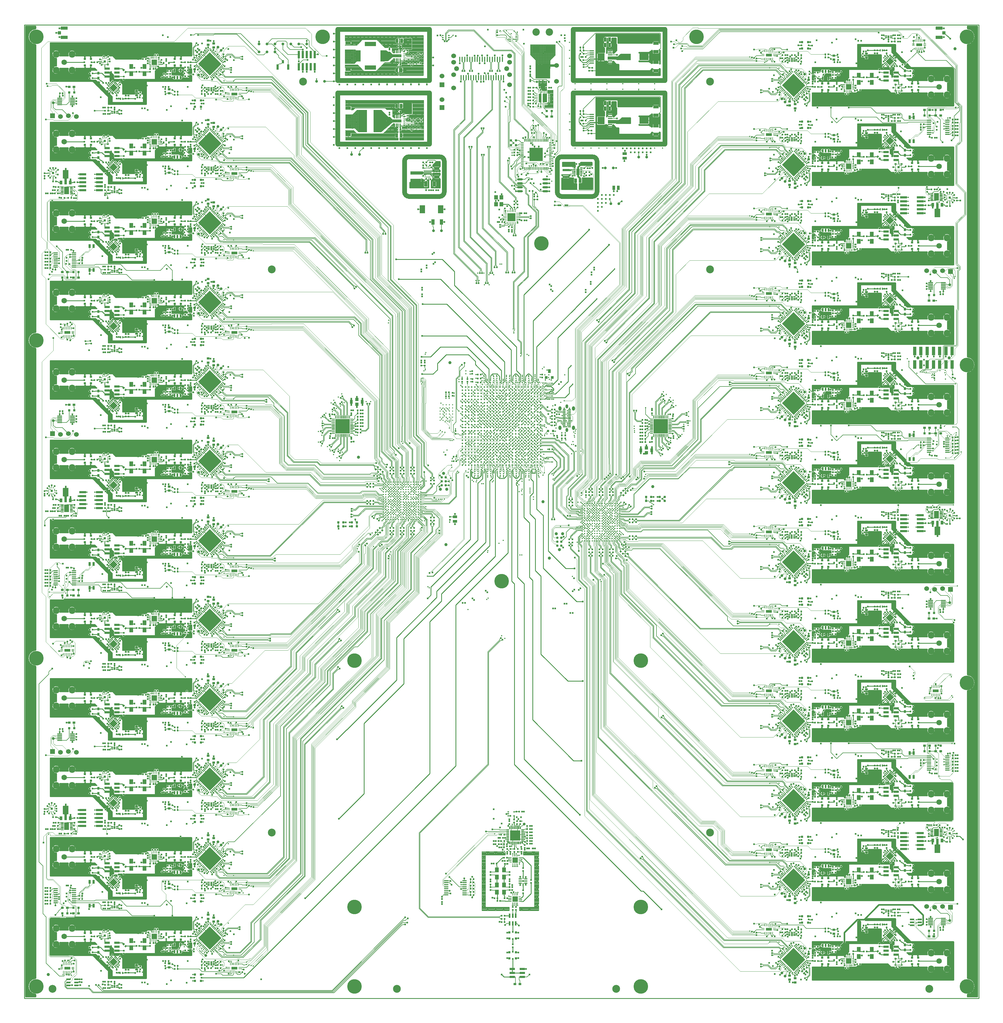
<source format=gtl>
*
*
G04 PADS VX.2.3 Build Number: 9191294 generated Gerber (RS-274-X) file*
G04 PC Version=2.1*
*
%IN "radiant_v2.pcb"*%
*
%MOIN*%
*
%FSLAX35Y35*%
*
*
*
*
G04 PC Standard Apertures*
*
*
G04 Thermal Relief Aperture macro.*
%AMTER*
1,1,$1,0,0*
1,0,$1-$2,0,0*
21,0,$3,$4,0,0,45*
21,0,$3,$4,0,0,135*
%
*
*
G04 Annular Aperture macro.*
%AMANN*
1,1,$1,0,0*
1,0,$2,0,0*
%
*
*
G04 Odd Aperture macro.*
%AMODD*
1,1,$1,0,0*
1,0,$1-0.005,0,0*
%
*
*
G04 PC Custom Aperture Macros*
*
*
*
*
*
*
G04 PC Aperture Table*
*
%ADD010C,0.001*%
%ADD011C,0.069*%
%ADD012C,0.085*%
%ADD013R,0.0315X0.02953*%
%ADD014R,0.02283X0.01969*%
%ADD015R,0.02X0.024*%
%ADD016C,0.012*%
%ADD017C,0.002*%
%ADD018R,0.01X0.026*%
%ADD019R,0.026X0.01*%
%ADD020R,0.07X0.07*%
%ADD021C,0.01969*%
%ADD022R,0.024X0.02*%
%ADD023R,0.025X0.02*%
%ADD024R,0.05X0.06*%
%ADD025R,0.065X0.03*%
%ADD026R,0.012X0.032*%
%ADD027R,0.128X0.128*%
%ADD028R,0.01969X0.01969*%
%ADD029R,0.01732X0.00787*%
%ADD030R,0.00787X0.01732*%
%ADD031R,0.02992X0.02992*%
%ADD032R,0.033X0.049*%
%ADD033R,0.071X0.108*%
%ADD034C,0.035*%
%ADD035R,0.01969X0.0315*%
%ADD036R,0.01969X0.02362*%
%ADD037R,0.022X0.039*%
%ADD038R,0.024X0.016*%
%ADD039R,0.06X0.013*%
%ADD040R,0.04724X0.05512*%
%ADD041R,0.024X0.055*%
%ADD043R,0.035X0.028*%
%ADD044R,0.038X0.03*%
%ADD045C,0.01181*%
%ADD046R,0.02165X0.03583*%
%ADD047R,0.02756X0.01181*%
%ADD048R,0.02165X0.05709*%
%ADD049R,0.05709X0.01772*%
%ADD050R,0.031X0.031*%
%ADD051C,0.01614*%
%ADD052R,0.06X0.06*%
%ADD053C,0.06*%
%ADD054R,0.02992X0.05*%
%ADD055C,0.00256*%
%ADD056R,0.18071X0.18071*%
%ADD057R,0.09843X0.27953*%
%ADD058R,0.01181X0.02362*%
%ADD059R,0.01575X0.04528*%
%ADD060R,0.01181X0.04528*%
%ADD061R,0.1063X0.00787*%
%ADD062R,0.02362X0.01969*%
%ADD063R,0.02362X0.00984*%
%ADD064R,0.071X0.039*%
%ADD065R,0.035X0.055*%
%ADD066R,0.05906X0.05906*%
%ADD067R,0.05512X0.14173*%
%ADD068R,0.14173X0.05512*%
%ADD069R,0.11417X0.08071*%
%ADD070R,0.058X0.014*%
%ADD071R,0.091X0.097*%
%ADD073O,0.09055X0.05906*%
%ADD074R,0.09843X0.01378*%
%ADD075R,0.00984X0.02362*%
%ADD076R,0.13386X0.03858*%
%ADD077R,0.039X0.071*%
%ADD078R,0.0374X0.04724*%
%ADD079R,0.03937X0.03937*%
%ADD080R,0.01024X0.02913*%
%ADD081R,0.02913X0.01024*%
%ADD082R,0.09843X0.09843*%
%ADD083R,0.012X0.016*%
%ADD084R,0.016X0.012*%
%ADD085R,0.01378X0.01181*%
%ADD086R,0.01181X0.01378*%
%ADD087R,0.00945X0.03543*%
%ADD088R,0.03543X0.00945*%
%ADD089R,0.0748X0.03543*%
%ADD090C,0.00394*%
%ADD091R,0.16732X0.16732*%
%ADD092R,0.03937X0.08268*%
%ADD093R,0.00945X0.02264*%
%ADD094R,0.02264X0.00945*%
%ADD095R,0.05709X0.1063*%
%ADD096R,0.03346X0.1063*%
%ADD097R,0.01969X0.02559*%
%ADD098R,0.093X0.093*%
%ADD099C,0.093*%
%ADD100R,0.03346X0.01181*%
%ADD102O,0.03937X0.05512*%
%ADD103R,0.071X0.102*%
%ADD104R,0.02362X0.01654*%
%ADD105C,0.014*%
%ADD106C,0.183*%
%ADD107R,0.055X0.035*%
%ADD108R,0.024X0.039*%
%ADD109O,0.01378X0.07087*%
%ADD110C,0.06102*%
%ADD111R,0.02992X0.09449*%
%ADD112C,0.039*%
%ADD113C,0.031*%
%ADD114R,0.03937X0.10827*%
%ADD115C,0.03937*%
%ADD116R,0.08661X0.04134*%
%ADD117R,0.04134X0.03937*%
%ADD118R,0.085X0.03*%
%ADD119C,0.00118*%
%ADD120R,0.06496X0.0937*%
%ADD121R,0.05512X0.02362*%
%ADD122O,0.074X0.024*%
%ADD123R,0.03937X0.01378*%
%ADD124R,0.01378X0.03937*%
%ADD125R,0.051X0.024*%
%ADD126R,0.036X0.036*%
%ADD127R,0.036X0.05*%
%ADD128C,0.008*%
%ADD129C,0.00039*%
%ADD130C,0.05906*%
%ADD131C,0.005*%
%ADD132C,0.006*%
%ADD133C,0.004*%
%ADD134C,0.01*%
%ADD135C,0.007*%
%ADD136C,0.02*%
%ADD137C,0.003*%
%ADD138C,0.024*%
%ADD139C,0.016*%
%ADD140C,0.015*%
%ADD141C,0.009*%
%ADD150R,0.03X0.038*%
%ADD162R,0.02953X0.0315*%
%ADD163R,0.01969X0.02283*%
%ADD344C,0.09843*%
%ADD345C,0.0063*%
%ADD346C,0.03*%
%ADD356O,0.03543X0.05118*%
%ADD358R,0.087X0.028*%
%ADD360R,0.0315X0.06693*%
%ADD361R,0.0315X0.04331*%
%ADD362R,0.01181X0.02756*%
*
*
*
*
G04 PC Circuitry*
G04 Layer Name radiant_v2.pcb - circuitry*
%LPD*%
*
*
G04 PC Custom Flashes*
G04 Layer Name radiant_v2.pcb - flashes*
%LPD*%
*
*
G04 PC Circuitry*
G04 Layer Name radiant_v2.pcb - circuitry*
%LPD*%
*
G54D10*
G54D11*
G01X150000Y178000D03*
Y278000D03*
Y378000D03*
Y478000D03*
Y578000D03*
Y678000D03*
Y778000D03*
Y878000D03*
Y978000D03*
Y1078000D03*
Y1178000D03*
Y1278000D03*
X1250000Y1247000D03*
Y1147000D03*
Y1047000D03*
Y947000D03*
Y847000D03*
Y747000D03*
Y647000D03*
Y547000D03*
Y447000D03*
Y347000D03*
Y247000D03*
Y147000D03*
G54D12*
X140000Y188000D03*
X160000D03*
X140000Y168000D03*
X160000D03*
X140000Y288000D03*
X160000D03*
X140000Y268000D03*
X160000D03*
X140000Y388000D03*
X160000D03*
X140000Y368000D03*
X160000D03*
X140000Y488000D03*
X160000D03*
X140000Y468000D03*
X160000D03*
X140000Y588000D03*
X160000D03*
X140000Y568000D03*
X160000D03*
X140000Y688000D03*
X160000D03*
X140000Y668000D03*
X160000D03*
X140000Y788000D03*
X160000D03*
X140000Y768000D03*
X160000D03*
X140000Y888000D03*
X160000D03*
X140000Y868000D03*
X160000D03*
X140000Y988000D03*
X160000D03*
X140000Y968000D03*
X160000D03*
X140000Y1088000D03*
X160000D03*
X140000Y1068000D03*
X160000D03*
X140000Y1188000D03*
X160000D03*
X140000Y1168000D03*
X160000D03*
X140000Y1288000D03*
X160000D03*
X140000Y1268000D03*
X160000D03*
X1260000Y1237000D03*
X1240000D03*
X1260000Y1257000D03*
X1240000D03*
X1260000Y1137000D03*
X1240000D03*
X1260000Y1157000D03*
X1240000D03*
X1260000Y1037000D03*
X1240000D03*
X1260000Y1057000D03*
X1240000D03*
X1260000Y937000D03*
X1240000D03*
X1260000Y957000D03*
X1240000D03*
X1260000Y837000D03*
X1240000D03*
X1260000Y857000D03*
X1240000D03*
X1260000Y737000D03*
X1240000D03*
X1260000Y757000D03*
X1240000D03*
X1260000Y637000D03*
X1240000D03*
X1260000Y657000D03*
X1240000D03*
X1260000Y537000D03*
X1240000D03*
X1260000Y557000D03*
X1240000D03*
X1260000Y437000D03*
X1240000D03*
X1260000Y457000D03*
X1240000D03*
X1260000Y337000D03*
X1240000D03*
X1260000Y357000D03*
X1240000D03*
X1260000Y237000D03*
X1240000D03*
X1260000Y257000D03*
X1240000D03*
X1260000Y137000D03*
X1240000D03*
X1260000Y157000D03*
X1240000D03*
G54D13*
X183740Y182035D03*
Y173965D03*
X176260Y182035D03*
Y173965D03*
X289260D03*
Y182035D03*
X296740Y173965D03*
Y182035D03*
X183740Y282035D03*
Y273965D03*
X176260Y282035D03*
Y273965D03*
X289260D03*
Y282035D03*
X296740Y273965D03*
Y282035D03*
X183740Y382035D03*
Y373965D03*
X176260Y382035D03*
Y373965D03*
X289260D03*
Y382035D03*
X296740Y373965D03*
Y382035D03*
X183740Y482035D03*
Y473965D03*
X176260Y482035D03*
Y473965D03*
X289260D03*
Y482035D03*
X296740Y473965D03*
Y482035D03*
X314606Y121890D03*
Y129960D03*
X322086Y121890D03*
Y129960D03*
X314606Y221890D03*
Y229960D03*
X322086Y221890D03*
Y229960D03*
X314606Y321890D03*
Y329960D03*
X322086Y321890D03*
Y329960D03*
X314606Y421890D03*
Y429960D03*
X322086Y421890D03*
Y429960D03*
X183740Y582035D03*
Y573965D03*
X176260Y582035D03*
Y573965D03*
X289260D03*
Y582035D03*
X296740Y573965D03*
Y582035D03*
X314606Y521890D03*
Y529960D03*
X322086Y521890D03*
Y529960D03*
X183740Y682035D03*
Y673965D03*
X176260Y682035D03*
Y673965D03*
X289260D03*
Y682035D03*
X296740Y673965D03*
Y682035D03*
X314606Y621890D03*
Y629960D03*
X322086Y621890D03*
Y629960D03*
X183740Y782035D03*
Y773965D03*
X176260Y782035D03*
Y773965D03*
X289260D03*
Y782035D03*
X296740Y773965D03*
Y782035D03*
X314606Y721890D03*
Y729960D03*
X322086Y721890D03*
Y729960D03*
X183740Y882035D03*
Y873965D03*
X176260Y882035D03*
Y873965D03*
X289260D03*
Y882035D03*
X296740Y873965D03*
Y882035D03*
X314606Y821890D03*
Y829960D03*
X322086Y821890D03*
Y829960D03*
X183740Y982035D03*
Y973965D03*
X176260Y982035D03*
Y973965D03*
X289260D03*
Y982035D03*
X296740Y973965D03*
Y982035D03*
X314606Y921890D03*
Y929960D03*
X322086Y921890D03*
Y929960D03*
X183740Y1082035D03*
Y1073965D03*
X176260Y1082035D03*
Y1073965D03*
X289260D03*
Y1082035D03*
X296740Y1073965D03*
Y1082035D03*
X314606Y1021890D03*
Y1029960D03*
X322086Y1021890D03*
Y1029960D03*
X183740Y1182035D03*
Y1173965D03*
X176260Y1182035D03*
Y1173965D03*
X289260D03*
Y1182035D03*
X296740Y1173965D03*
Y1182035D03*
X314606Y1121890D03*
Y1129960D03*
X322086Y1121890D03*
Y1129960D03*
X183740Y1282035D03*
Y1273965D03*
X176260Y1282035D03*
Y1273965D03*
X289260D03*
Y1282035D03*
X296740Y1273965D03*
Y1282035D03*
X314606Y1221890D03*
Y1229960D03*
X322086Y1221890D03*
Y1229960D03*
X1216260Y1242965D03*
Y1251035D03*
X1223740Y1242965D03*
Y1251035D03*
X1110740D03*
Y1242965D03*
X1103260Y1251035D03*
Y1242965D03*
X1085394Y1303110D03*
Y1295040D03*
X1077914Y1303110D03*
Y1295040D03*
X1216260Y1142965D03*
Y1151035D03*
X1223740Y1142965D03*
Y1151035D03*
X1110740D03*
Y1142965D03*
X1103260Y1151035D03*
Y1142965D03*
X1085394Y1203110D03*
Y1195040D03*
X1077914Y1203110D03*
Y1195040D03*
X1216260Y1042965D03*
Y1051035D03*
X1223740Y1042965D03*
Y1051035D03*
X1110740D03*
Y1042965D03*
X1103260Y1051035D03*
Y1042965D03*
X1085394Y1103110D03*
Y1095040D03*
X1077914Y1103110D03*
Y1095040D03*
X1216260Y942965D03*
Y951035D03*
X1223740Y942965D03*
Y951035D03*
X1110740D03*
Y942965D03*
X1103260Y951035D03*
Y942965D03*
X1085394Y1003110D03*
Y995040D03*
X1077914Y1003110D03*
Y995040D03*
X1216260Y842965D03*
Y851035D03*
X1223740Y842965D03*
Y851035D03*
X1110740D03*
Y842965D03*
X1103260Y851035D03*
Y842965D03*
X1085394Y903110D03*
Y895040D03*
X1077914Y903110D03*
Y895040D03*
X1216260Y742965D03*
Y751035D03*
X1223740Y742965D03*
Y751035D03*
X1110740D03*
Y742965D03*
X1103260Y751035D03*
Y742965D03*
X1085394Y803110D03*
Y795040D03*
X1077914Y803110D03*
Y795040D03*
X1216260Y642965D03*
Y651035D03*
X1223740Y642965D03*
Y651035D03*
X1110740D03*
Y642965D03*
X1103260Y651035D03*
Y642965D03*
X1085394Y703110D03*
Y695040D03*
X1077914Y703110D03*
Y695040D03*
X1216260Y542965D03*
Y551035D03*
X1223740Y542965D03*
Y551035D03*
X1110740D03*
Y542965D03*
X1103260Y551035D03*
Y542965D03*
X1085394Y603110D03*
Y595040D03*
X1077914Y603110D03*
Y595040D03*
X1216260Y442965D03*
Y451035D03*
X1223740Y442965D03*
Y451035D03*
X1110740D03*
Y442965D03*
X1103260Y451035D03*
Y442965D03*
X1085394Y503110D03*
Y495040D03*
X1077914Y503110D03*
Y495040D03*
X1216260Y342965D03*
Y351035D03*
X1223740Y342965D03*
Y351035D03*
X1110740D03*
Y342965D03*
X1103260Y351035D03*
Y342965D03*
X1085394Y403110D03*
Y395040D03*
X1077914Y403110D03*
Y395040D03*
X1216260Y242965D03*
Y251035D03*
X1223740Y242965D03*
Y251035D03*
X1110740D03*
Y242965D03*
X1103260Y251035D03*
Y242965D03*
X1085394Y303110D03*
Y295040D03*
X1077914Y303110D03*
Y295040D03*
X1216260Y142965D03*
Y151035D03*
X1223740Y142965D03*
Y151035D03*
X1110740D03*
Y142965D03*
X1103260Y151035D03*
Y142965D03*
X1085394Y203110D03*
Y195040D03*
X1077914Y203110D03*
Y195040D03*
G54D14*
X184567Y178000D03*
X175433D03*
X288433D03*
X297567D03*
X184567Y278000D03*
X175433D03*
X288433D03*
X297567D03*
X184567Y378000D03*
X175433D03*
X288433D03*
X297567D03*
X184567Y478000D03*
X175433D03*
X288433D03*
X297567D03*
X313779Y125925D03*
X322913D03*
X313779Y225925D03*
X322913D03*
X313779Y325925D03*
X322913D03*
X313779Y425925D03*
X322913D03*
X184567Y578000D03*
X175433D03*
X288433D03*
X297567D03*
X313779Y525925D03*
X322913D03*
X184567Y678000D03*
X175433D03*
X288433D03*
X297567D03*
X313779Y625925D03*
X322913D03*
X184567Y778000D03*
X175433D03*
X288433D03*
X297567D03*
X313779Y725925D03*
X322913D03*
X184567Y878000D03*
X175433D03*
X288433D03*
X297567D03*
X313779Y825925D03*
X322913D03*
X184567Y978000D03*
X175433D03*
X288433D03*
X297567D03*
X313779Y925925D03*
X322913D03*
X184567Y1078000D03*
X175433D03*
X288433D03*
X297567D03*
X313779Y1025925D03*
X322913D03*
X184567Y1178000D03*
X175433D03*
X288433D03*
X297567D03*
X313779Y1125925D03*
X322913D03*
X184567Y1278000D03*
X175433D03*
X288433D03*
X297567D03*
X313779Y1225925D03*
X322913D03*
X1215433Y1247000D03*
X1224567D03*
X1111567D03*
X1102433D03*
X1086221Y1299075D03*
X1077087D03*
X1215433Y1147000D03*
X1224567D03*
X1111567D03*
X1102433D03*
X1086221Y1199075D03*
X1077087D03*
X1215433Y1047000D03*
X1224567D03*
X1111567D03*
X1102433D03*
X1086221Y1099075D03*
X1077087D03*
X1215433Y947000D03*
X1224567D03*
X1111567D03*
X1102433D03*
X1086221Y999075D03*
X1077087D03*
X1215433Y847000D03*
X1224567D03*
X1111567D03*
X1102433D03*
X1086221Y899075D03*
X1077087D03*
X1215433Y747000D03*
X1224567D03*
X1111567D03*
X1102433D03*
X1086221Y799075D03*
X1077087D03*
X1215433Y647000D03*
X1224567D03*
X1111567D03*
X1102433D03*
X1086221Y699075D03*
X1077087D03*
X1215433Y547000D03*
X1224567D03*
X1111567D03*
X1102433D03*
X1086221Y599075D03*
X1077087D03*
X1215433Y447000D03*
X1224567D03*
X1111567D03*
X1102433D03*
X1086221Y499075D03*
X1077087D03*
X1215433Y347000D03*
X1224567D03*
X1111567D03*
X1102433D03*
X1086221Y399075D03*
X1077087D03*
X1215433Y247000D03*
X1224567D03*
X1111567D03*
X1102433D03*
X1086221Y299075D03*
X1077087D03*
X1215433Y147000D03*
X1224567D03*
X1111567D03*
X1102433D03*
X1086221Y199075D03*
X1077087D03*
G54D15*
X1200772Y973000D03*
X1197228D03*
X1200772Y873000D03*
X1197228D03*
X1200772Y573000D03*
X1197228D03*
X1200772Y473000D03*
X1197228D03*
X1200772Y373000D03*
X1197228D03*
X1200772Y273000D03*
X1197228D03*
X1200772Y173000D03*
X1197228D03*
X1214228Y567000D03*
X1217772D03*
X185772Y1158000D03*
X182228D03*
X185772Y958000D03*
X182228D03*
X185772Y764000D03*
X182228D03*
X185772Y564000D03*
X182228D03*
X305772Y178000D03*
X302228D03*
X305772Y278000D03*
X302228D03*
X706772Y277000D03*
X703228D03*
X694728Y222500D03*
X698272D03*
X703728Y226000D03*
X707272D03*
X191772Y178000D03*
X188228D03*
X191772Y278000D03*
X188228D03*
X136228Y328000D03*
X139772D03*
X163228Y327000D03*
X166772D03*
X240978Y166000D03*
X244522D03*
X302228Y171500D03*
X305772D03*
X302435Y160193D03*
X305978D03*
X283862Y166760D03*
X280319D03*
X252772Y182000D03*
X249228D03*
X133072Y313000D03*
X129528D03*
X199228Y152000D03*
X202772D03*
X302435Y260193D03*
X305978D03*
X302228Y271500D03*
X305772D03*
X283862Y266760D03*
X280319D03*
X199228Y252000D03*
X202772D03*
X240978Y266000D03*
X244522D03*
X252772Y282000D03*
X249228D03*
X302435Y360193D03*
X305978D03*
X283862Y366760D03*
X280319D03*
X302228Y371500D03*
X305772D03*
Y378000D03*
X302228D03*
X191772D03*
X188228D03*
X252772Y382000D03*
X249228D03*
X240978Y366000D03*
X244522D03*
X199228Y352000D03*
X202772D03*
X302435Y460193D03*
X305978D03*
X283862Y466760D03*
X280319D03*
X302228Y471500D03*
X305772D03*
X252772Y482000D03*
X249228D03*
X191772Y478000D03*
X188228D03*
X199228Y452000D03*
X202772D03*
X305772Y478000D03*
X302228D03*
X240978Y466000D03*
X244522D03*
X700228Y200000D03*
X703772D03*
X700228Y204000D03*
X703772D03*
X199228Y552000D03*
X202772D03*
X240978Y566000D03*
X244522D03*
X191772Y578000D03*
X188228D03*
X283862Y566760D03*
X280319D03*
X302228Y571500D03*
X305772D03*
X302435Y560193D03*
X305978D03*
X252772Y582000D03*
X249228D03*
X305772Y578000D03*
X302228D03*
X252772Y682000D03*
X249228D03*
X240978Y666000D03*
X244522D03*
X199228Y652000D03*
X202772D03*
X191772Y678000D03*
X188228D03*
X283862Y666760D03*
X280319D03*
X302228Y671500D03*
X305772D03*
X302435Y660193D03*
X305978D03*
X252772Y782000D03*
X249228D03*
X305772Y678000D03*
X302228D03*
X252772Y882000D03*
X249228D03*
X199228Y752000D03*
X202772D03*
X302435Y760193D03*
X305978D03*
X305772Y778000D03*
X302228D03*
X240978Y766000D03*
X244522D03*
X191772Y778000D03*
X188228D03*
X283862Y766760D03*
X280319D03*
X302228Y771500D03*
X305772D03*
X199228Y852000D03*
X202772D03*
X302435Y860193D03*
X305978D03*
X305772Y878000D03*
X302228D03*
X240978Y866000D03*
X244522D03*
X191772Y878000D03*
X188228D03*
X283862Y866760D03*
X280319D03*
X302228Y871500D03*
X305772D03*
X522772Y812000D03*
X519228D03*
X522772Y816000D03*
X519228D03*
X693772Y269500D03*
X690228D03*
X694772Y226000D03*
X691228D03*
X703272Y294000D03*
X699728D03*
X703272Y290000D03*
X699728D03*
X133072Y713000D03*
X129528D03*
X163228Y727000D03*
X166772D03*
X136228Y728000D03*
X139772D03*
X331228Y138000D03*
X334772D03*
X343228Y142000D03*
X346772D03*
X343228Y242000D03*
X346772D03*
X331228Y238000D03*
X334772D03*
X158772Y242000D03*
X155228D03*
X205272Y113000D03*
X201728D03*
X205272Y213000D03*
X201728D03*
X331269Y338000D03*
X334813D03*
X343269Y342000D03*
X346813D03*
X343228Y442000D03*
X346772D03*
X331228Y438000D03*
X334772D03*
X205272Y313000D03*
X201728D03*
X205272Y413000D03*
X201728D03*
X144728Y439000D03*
X148272D03*
X158772Y642000D03*
X155228D03*
X144728Y839000D03*
X148272D03*
X343228Y542000D03*
X346772D03*
X331228Y538000D03*
X334772D03*
X205272Y513000D03*
X201728D03*
X343228Y642000D03*
X346772D03*
X331228Y638000D03*
X334772D03*
X205272Y613000D03*
X201728D03*
X343269Y742000D03*
X346813D03*
X331269Y738000D03*
X334813D03*
X205272Y713000D03*
X201728D03*
X343228Y842000D03*
X346772D03*
X331228Y838000D03*
X334772D03*
X205272Y813000D03*
X201728D03*
X343269Y1142000D03*
X346813D03*
X331269Y1138000D03*
X334813D03*
X283862Y1266760D03*
X280319D03*
X240978Y1266000D03*
X244522D03*
X343228Y1242000D03*
X346772D03*
X331228Y1238000D03*
X334772D03*
X240978Y1166000D03*
X244522D03*
X191772Y978000D03*
X188228D03*
X283862Y1166760D03*
X280319D03*
X252772Y1282000D03*
X249228D03*
X331228Y1038000D03*
X334772D03*
X343228Y1042000D03*
X346772D03*
X240978Y1066000D03*
X244522D03*
X283862Y1066760D03*
X280319D03*
X252772Y1182000D03*
X249228D03*
X252772Y1082000D03*
X249228D03*
X331228Y938000D03*
X334772D03*
X343228Y942000D03*
X346772D03*
X302228Y971500D03*
X305772D03*
X302435Y960193D03*
X305978D03*
X240978Y966000D03*
X244522D03*
X305772Y978000D03*
X302228D03*
X158772Y1042000D03*
X155228D03*
X144728Y1239000D03*
X148272D03*
X283862Y966760D03*
X280319D03*
X252772Y982000D03*
X249228D03*
X133072Y1113000D03*
X129528D03*
X163228Y1127000D03*
X166772D03*
X136228Y1128000D03*
X139772D03*
X205272Y1213000D03*
X201728D03*
X199228Y1252000D03*
X202772D03*
X191772Y1278000D03*
X188228D03*
X302228Y1271500D03*
X305772D03*
X302435Y1260193D03*
X305978D03*
X305772Y1278000D03*
X302228D03*
X205272Y1113000D03*
X201728D03*
X199228Y1152000D03*
X202772D03*
X191772Y1178000D03*
X188228D03*
X302228Y1171500D03*
X305772D03*
X302435Y1160193D03*
X305978D03*
X305772Y1178000D03*
X302228D03*
X205272Y1013000D03*
X201728D03*
X199228Y1052000D03*
X202772D03*
X191772Y1078000D03*
X188228D03*
X302228Y1071500D03*
X305772D03*
X302435Y1060193D03*
X305978D03*
X305772Y1078000D03*
X302228D03*
X205272Y913000D03*
X201728D03*
X199228Y952000D03*
X202772D03*
X572772Y1216000D03*
X569228D03*
X572772Y1193000D03*
X569228D03*
X573272Y1298000D03*
X569728D03*
X572772Y1275000D03*
X569228D03*
X802772Y1216500D03*
X799228D03*
X802772Y1200500D03*
X799228D03*
X805772Y1204500D03*
X802228D03*
X802772Y1296500D03*
X799228D03*
X802772Y1280500D03*
X799228D03*
X805772Y1284500D03*
X802228D03*
X794228Y1150000D03*
X797772D03*
X519228Y820000D03*
X522772D03*
X487272Y835000D03*
X483728D03*
X487772Y805000D03*
X484228D03*
X519228Y824000D03*
X522772D03*
X877228Y828000D03*
X880772D03*
X877228Y824000D03*
X880772D03*
Y820000D03*
X877228D03*
X912728Y805000D03*
X916272D03*
X912228Y835000D03*
X915772D03*
X880772Y816000D03*
X877228D03*
X1241228Y1183000D03*
X1244772D03*
X1255272Y986000D03*
X1251728D03*
X1236772Y1098000D03*
X1233228D03*
X1263772Y1097000D03*
X1260228D03*
X1200772Y1273000D03*
X1197228D03*
X1208228Y1247000D03*
X1211772D03*
X1097772Y1253500D03*
X1094228D03*
X1097565Y1264807D03*
X1094022D03*
X1094228Y1247000D03*
X1097772D03*
X1068772Y1287000D03*
X1065228D03*
X1056772Y1283000D03*
X1053228D03*
X1159022Y1259000D03*
X1155478D03*
X1116138Y1258240D03*
X1119681D03*
X1147228Y1243000D03*
X1150772D03*
X1147228Y1143000D03*
X1150772D03*
X1194728Y1312000D03*
X1198272D03*
X1147228Y1043000D03*
X1150772D03*
X1116138Y1158240D03*
X1119681D03*
X1159022Y1159000D03*
X1155478D03*
X1056772Y1183000D03*
X1053228D03*
X1068772Y1187000D03*
X1065228D03*
X1094228Y1147000D03*
X1097772D03*
X1097565Y1164807D03*
X1094022D03*
X1097772Y1153500D03*
X1094228D03*
X1208228Y1147000D03*
X1211772D03*
X1200772Y1173000D03*
X1197228D03*
X1194728Y1212000D03*
X1198272D03*
X1147228Y943000D03*
X1150772D03*
X1068731Y1087000D03*
X1065187D03*
X1056731Y1083000D03*
X1053187D03*
X1159022Y1059000D03*
X1155478D03*
X1200772Y1073000D03*
X1197228D03*
X1208228Y1047000D03*
X1211772D03*
X1116138Y1058240D03*
X1119681D03*
X1097565Y1064807D03*
X1094022D03*
X1094228Y1047000D03*
X1097772D03*
Y1053500D03*
X1094228D03*
X1194728Y1112000D03*
X1198272D03*
X1068772Y987000D03*
X1065228D03*
X1056772Y983000D03*
X1053228D03*
X1159022Y959000D03*
X1155478D03*
X1208228Y947000D03*
X1211772D03*
X1116138Y958240D03*
X1119681D03*
X1097772Y953500D03*
X1094228D03*
X1097565Y964807D03*
X1094022D03*
X1094228Y947000D03*
X1097772D03*
X1194728Y1012000D03*
X1198272D03*
X1255272Y186000D03*
X1251728D03*
X1241228Y383000D03*
X1244772D03*
X1236772Y698000D03*
X1233228D03*
X1263772Y697000D03*
X1260228D03*
X1068772Y887000D03*
X1065228D03*
X1056772Y883000D03*
X1053228D03*
X1159022Y859000D03*
X1155478D03*
X1208228Y847000D03*
X1211772D03*
X1116138Y858240D03*
X1119681D03*
X1097772Y853500D03*
X1094228D03*
X1097565Y864807D03*
X1094022D03*
X1147228Y843000D03*
X1150772D03*
X1094228Y847000D03*
X1097772D03*
X1194728Y912000D03*
X1198272D03*
X1147228Y743000D03*
X1150772D03*
X1068772Y787000D03*
X1065228D03*
X1056772Y783000D03*
X1053228D03*
X1159022Y759000D03*
X1155478D03*
X1200772Y773000D03*
X1197228D03*
X1208228Y747000D03*
X1211772D03*
X1116138Y758240D03*
X1119681D03*
X1097772Y753500D03*
X1094228D03*
X1097565Y764807D03*
X1094022D03*
X1147228Y643000D03*
X1150772D03*
X1094228Y747000D03*
X1097772D03*
X1194728Y812000D03*
X1198272D03*
X1147228Y543000D03*
X1150772D03*
X1068731Y687000D03*
X1065187D03*
X1056731Y683000D03*
X1053187D03*
X1159022Y659000D03*
X1155478D03*
X1200772Y673000D03*
X1197228D03*
X1208228Y647000D03*
X1211772D03*
X1116138Y658240D03*
X1119681D03*
X1097772Y653500D03*
X1094228D03*
X1097565Y664807D03*
X1094022D03*
X1094228Y647000D03*
X1097772D03*
X1194728Y712000D03*
X1198272D03*
X1068772Y587000D03*
X1065228D03*
X1056772Y583000D03*
X1053228D03*
X1159022Y559000D03*
X1155478D03*
X1208228Y547000D03*
X1211772D03*
X1116138Y558240D03*
X1119681D03*
X1097772Y553500D03*
X1094228D03*
X1097565Y564807D03*
X1094022D03*
X1094228Y547000D03*
X1097772D03*
X1194728Y612000D03*
X1198272D03*
X1255272Y586000D03*
X1251728D03*
X1241228Y783000D03*
X1244772D03*
X1116138Y458240D03*
X1119681D03*
X1068772Y487000D03*
X1065228D03*
X1056772Y483000D03*
X1053228D03*
X1159022Y459000D03*
X1155478D03*
X1208228Y447000D03*
X1211772D03*
X1097772Y453500D03*
X1094228D03*
X1097565Y464807D03*
X1094022D03*
X1147228Y443000D03*
X1150772D03*
X1094228Y447000D03*
X1097772D03*
X1068772Y387000D03*
X1065228D03*
X1056772Y383000D03*
X1053228D03*
X1159022Y359000D03*
X1155478D03*
X1208228Y347000D03*
X1211772D03*
X1097772Y353500D03*
X1094228D03*
X1097565Y364807D03*
X1094022D03*
X1147228Y243000D03*
X1150772D03*
X1094228Y347000D03*
X1097772D03*
X1116138Y358240D03*
X1119681D03*
X1068731Y287000D03*
X1065187D03*
X1056731Y283000D03*
X1053187D03*
X1159022Y259000D03*
X1155478D03*
X1208228Y247000D03*
X1211772D03*
X1097772Y253500D03*
X1094228D03*
X1097565Y264807D03*
X1094022D03*
X1094228Y247000D03*
X1097772D03*
X1116138Y258240D03*
X1119681D03*
X1068772Y187000D03*
X1065228D03*
X1056772Y183000D03*
X1053228D03*
X1094228Y147000D03*
X1097772D03*
X1159022Y159000D03*
X1155478D03*
X1208228Y147000D03*
X1211772D03*
X1116138Y158240D03*
X1119681D03*
X1097772Y153500D03*
X1094228D03*
X1097565Y164807D03*
X1094022D03*
X1194728Y512000D03*
X1198272D03*
X1147228Y343000D03*
X1150772D03*
X1194728Y412000D03*
X1198272D03*
X1147228Y143000D03*
X1150772D03*
X1194728Y312000D03*
X1198272D03*
X1194728Y212000D03*
X1198272D03*
X1263772Y297000D03*
X1260228D03*
X1236772Y298000D03*
X1233228D03*
X732228Y301500D03*
X735772D03*
X732228Y298000D03*
X735772D03*
X696272D03*
X692728D03*
X732228Y313000D03*
X735772D03*
X732228Y317000D03*
X735772D03*
X732228Y294500D03*
X735772D03*
X710372Y291100D03*
X706828D03*
X732228Y309000D03*
X735772D03*
X732228Y305000D03*
X735772D03*
X701772Y302000D03*
X698228D03*
X725228Y1088000D03*
X728772D03*
X700772Y1077000D03*
X697228D03*
X725228Y1079000D03*
X728772D03*
X142872Y321000D03*
X139328D03*
X142872Y721000D03*
X139328D03*
X142872Y1121000D03*
X139328D03*
X763328Y832700D03*
X766872D03*
X763328Y828700D03*
X766872D03*
X763328Y824700D03*
X766872D03*
X763328Y820700D03*
X766872D03*
X763328Y836700D03*
X766872D03*
X763328Y840700D03*
X766872D03*
X633772Y862500D03*
X630228D03*
X633772Y857500D03*
X630228D03*
X673772Y880000D03*
X670228D03*
X673772Y885000D03*
X670228D03*
X673772Y875000D03*
X670228D03*
X643272Y776000D03*
X639728D03*
X643272Y781500D03*
X639728D03*
X763772Y791000D03*
X760228D03*
X739772Y1242000D03*
X736228D03*
X739772Y1230000D03*
X736228D03*
X739772Y1226000D03*
X736228D03*
X739772Y1222000D03*
X736228D03*
X719772Y1161000D03*
X716228D03*
X766228Y808000D03*
X769772D03*
X722228Y335000D03*
X725772D03*
X756228Y1246000D03*
X759772D03*
X185772Y164000D03*
X182228D03*
X185772Y158000D03*
X182228D03*
X185772Y264000D03*
X182228D03*
X185772Y364000D03*
X182228D03*
X185772Y464000D03*
X182228D03*
X185772Y664000D03*
X182228D03*
X185772Y864000D03*
X182228D03*
X185772Y964000D03*
X182228D03*
X185772Y1064000D03*
X182228D03*
X185772Y1164000D03*
X182228D03*
X185772Y1264000D03*
X182228D03*
X185772Y258000D03*
X182228D03*
X185772Y358000D03*
X182228D03*
X185772Y458000D03*
X182228D03*
X185772Y558000D03*
X182228D03*
X185772Y658000D03*
X182228D03*
X185772Y758000D03*
X182228D03*
X185772Y858000D03*
X182228D03*
X185772Y1058000D03*
X182228D03*
X185772Y1258000D03*
X182228D03*
X1214228Y1267000D03*
X1217772D03*
X1214228Y1167000D03*
X1217772D03*
X1214228Y1067000D03*
X1217772D03*
X1214228Y967000D03*
X1217772D03*
X1214228Y867000D03*
X1217772D03*
X1214228Y161000D03*
X1217772D03*
X1214228Y667000D03*
X1217772D03*
X1214228Y467000D03*
X1217772D03*
X1214228Y367000D03*
X1217772D03*
X1214228Y267000D03*
X1217772D03*
X1214228Y167000D03*
X1217772D03*
X1214228Y261000D03*
X1217772D03*
X1214228Y361000D03*
X1217772D03*
X1214228Y461000D03*
X1217772D03*
X1214228Y561000D03*
X1217772D03*
X1214228Y661000D03*
X1217772D03*
X1214228Y761000D03*
X1217772D03*
X1214228Y861000D03*
X1217772D03*
X1214228Y961000D03*
X1217772D03*
X1214228Y1061000D03*
X1217772D03*
X1214228Y1161000D03*
X1217772D03*
X1214228Y767000D03*
X1217772D03*
X1214228Y1261000D03*
X1217772D03*
G54D16*
X330974Y193337D02*
X331964Y192348D01*
X329582Y191946D02*
X330572Y190956D01*
X328190Y190554D02*
X329180Y189564D01*
X326798Y189162D02*
X327788Y188172D01*
X325406Y187770D02*
X326396Y186780D01*
X324014Y186378D02*
X325004Y185388D01*
X322622Y184986D02*
X323612Y183996D01*
X321230Y183594D02*
X322220Y182604D01*
X319838Y182202D02*
X320828Y181212D01*
X318446Y180810D02*
X319436Y179820D01*
X317054Y179418D02*
X318044Y178428D01*
X315663Y178026D02*
X316652Y177036D01*
X315663Y173974D02*
X316652Y174964D01*
X317054Y172582D02*
X318044Y173572D01*
X318446Y171190D02*
X319436Y172180D01*
X319838Y169798D02*
X320828Y170788D01*
X321230Y168406D02*
X322220Y169396D01*
X322622Y167014D02*
X323612Y168004D01*
X324014Y165622D02*
X325004Y166612D01*
X325406Y164230D02*
X326396Y165220D01*
X326798Y162838D02*
X327788Y163828D01*
X328190Y161446D02*
X329180Y162436D01*
X329582Y160054D02*
X330572Y161044D01*
X330974Y158663D02*
X331964Y159652D01*
X334036D02*
X335026Y158663D01*
X335428Y161044D02*
X336418Y160054D01*
X336820Y162436D02*
X337810Y161446D01*
X338212Y163828D02*
X339202Y162838D01*
X339604Y165220D02*
X340594Y164230D01*
X340996Y166612D02*
X341986Y165622D01*
X342388Y168004D02*
X343378Y167014D01*
X343780Y169396D02*
X344770Y168406D01*
X345172Y170788D02*
X346162Y169798D01*
X346564Y172180D02*
X347554Y171190D01*
X347956Y173572D02*
X348946Y172582D01*
X349348Y174964D02*
X350337Y173974D01*
X349348Y177036D02*
X350337Y178026D01*
X347956Y178428D02*
X348946Y179418D01*
X346564Y179820D02*
X347554Y180810D01*
X345172Y181212D02*
X346162Y182202D01*
X343780Y182604D02*
X344770Y183594D01*
X342388Y183996D02*
X343378Y184986D01*
X340996Y185388D02*
X341986Y186378D01*
X339604Y186780D02*
X340594Y187770D01*
X338212Y188172D02*
X339202Y189162D01*
X336820Y189564D02*
X337810Y190554D01*
X335428Y190956D02*
X336418Y191946D01*
X334036Y192348D02*
X335026Y193337D01*
X330974Y293337D02*
X331964Y292348D01*
X329582Y291946D02*
X330572Y290956D01*
X328190Y290554D02*
X329180Y289564D01*
X326798Y289162D02*
X327788Y288172D01*
X325406Y287770D02*
X326396Y286780D01*
X324014Y286378D02*
X325004Y285388D01*
X322622Y284986D02*
X323612Y283996D01*
X321230Y283594D02*
X322220Y282604D01*
X319838Y282202D02*
X320828Y281212D01*
X318446Y280810D02*
X319436Y279820D01*
X317054Y279418D02*
X318044Y278428D01*
X315663Y278026D02*
X316652Y277036D01*
X315663Y273974D02*
X316652Y274964D01*
X317054Y272582D02*
X318044Y273572D01*
X318446Y271190D02*
X319436Y272180D01*
X319838Y269798D02*
X320828Y270788D01*
X321230Y268406D02*
X322220Y269396D01*
X322622Y267014D02*
X323612Y268004D01*
X324014Y265622D02*
X325004Y266612D01*
X325406Y264230D02*
X326396Y265220D01*
X326798Y262838D02*
X327788Y263828D01*
X328190Y261446D02*
X329180Y262436D01*
X329582Y260054D02*
X330572Y261044D01*
X330974Y258663D02*
X331964Y259652D01*
X334036D02*
X335026Y258663D01*
X335428Y261044D02*
X336418Y260054D01*
X336820Y262436D02*
X337810Y261446D01*
X338212Y263828D02*
X339202Y262838D01*
X339604Y265220D02*
X340594Y264230D01*
X340996Y266612D02*
X341986Y265622D01*
X342388Y268004D02*
X343378Y267014D01*
X343780Y269396D02*
X344770Y268406D01*
X345172Y270788D02*
X346162Y269798D01*
X346564Y272180D02*
X347554Y271190D01*
X347956Y273572D02*
X348946Y272582D01*
X349348Y274964D02*
X350337Y273974D01*
X349348Y277036D02*
X350337Y278026D01*
X347956Y278428D02*
X348946Y279418D01*
X346564Y279820D02*
X347554Y280810D01*
X345172Y281212D02*
X346162Y282202D01*
X343780Y282604D02*
X344770Y283594D01*
X342388Y283996D02*
X343378Y284986D01*
X340996Y285388D02*
X341986Y286378D01*
X339604Y286780D02*
X340594Y287770D01*
X338212Y288172D02*
X339202Y289162D01*
X336820Y289564D02*
X337810Y290554D01*
X335428Y290956D02*
X336418Y291946D01*
X334036Y292348D02*
X335026Y293337D01*
X330974Y393337D02*
X331964Y392348D01*
X329582Y391946D02*
X330572Y390956D01*
X328190Y390554D02*
X329180Y389564D01*
X326798Y389162D02*
X327788Y388172D01*
X325406Y387770D02*
X326396Y386780D01*
X324014Y386378D02*
X325004Y385388D01*
X322622Y384986D02*
X323612Y383996D01*
X321230Y383594D02*
X322220Y382604D01*
X319838Y382202D02*
X320828Y381212D01*
X318446Y380810D02*
X319436Y379820D01*
X317054Y379418D02*
X318044Y378428D01*
X315663Y378026D02*
X316652Y377036D01*
X315663Y373974D02*
X316652Y374964D01*
X317054Y372582D02*
X318044Y373572D01*
X318446Y371190D02*
X319436Y372180D01*
X319838Y369798D02*
X320828Y370788D01*
X321230Y368406D02*
X322220Y369396D01*
X322622Y367014D02*
X323612Y368004D01*
X324014Y365622D02*
X325004Y366612D01*
X325406Y364230D02*
X326396Y365220D01*
X326798Y362838D02*
X327788Y363828D01*
X328190Y361446D02*
X329180Y362436D01*
X329582Y360054D02*
X330572Y361044D01*
X330974Y358663D02*
X331964Y359652D01*
X334036D02*
X335026Y358663D01*
X335428Y361044D02*
X336418Y360054D01*
X336820Y362436D02*
X337810Y361446D01*
X338212Y363828D02*
X339202Y362838D01*
X339604Y365220D02*
X340594Y364230D01*
X340996Y366612D02*
X341986Y365622D01*
X342388Y368004D02*
X343378Y367014D01*
X343780Y369396D02*
X344770Y368406D01*
X345172Y370788D02*
X346162Y369798D01*
X346564Y372180D02*
X347554Y371190D01*
X347956Y373572D02*
X348946Y372582D01*
X349348Y374964D02*
X350337Y373974D01*
X349348Y377036D02*
X350337Y378026D01*
X347956Y378428D02*
X348946Y379418D01*
X346564Y379820D02*
X347554Y380810D01*
X345172Y381212D02*
X346162Y382202D01*
X343780Y382604D02*
X344770Y383594D01*
X342388Y383996D02*
X343378Y384986D01*
X340996Y385388D02*
X341986Y386378D01*
X339604Y386780D02*
X340594Y387770D01*
X338212Y388172D02*
X339202Y389162D01*
X336820Y389564D02*
X337810Y390554D01*
X335428Y390956D02*
X336418Y391946D01*
X334036Y392348D02*
X335026Y393337D01*
X330974Y493337D02*
X331964Y492348D01*
X329582Y491946D02*
X330572Y490956D01*
X328190Y490554D02*
X329180Y489564D01*
X326798Y489162D02*
X327788Y488172D01*
X325406Y487770D02*
X326396Y486780D01*
X324014Y486378D02*
X325004Y485388D01*
X322622Y484986D02*
X323612Y483996D01*
X321230Y483594D02*
X322220Y482604D01*
X319838Y482202D02*
X320828Y481212D01*
X318446Y480810D02*
X319436Y479820D01*
X317054Y479418D02*
X318044Y478428D01*
X315663Y478026D02*
X316652Y477036D01*
X315663Y473974D02*
X316652Y474964D01*
X317054Y472582D02*
X318044Y473572D01*
X318446Y471190D02*
X319436Y472180D01*
X319838Y469798D02*
X320828Y470788D01*
X321230Y468406D02*
X322220Y469396D01*
X322622Y467014D02*
X323612Y468004D01*
X324014Y465622D02*
X325004Y466612D01*
X325406Y464230D02*
X326396Y465220D01*
X326798Y462838D02*
X327788Y463828D01*
X328190Y461446D02*
X329180Y462436D01*
X329582Y460054D02*
X330572Y461044D01*
X330974Y458663D02*
X331964Y459652D01*
X334036D02*
X335026Y458663D01*
X335428Y461044D02*
X336418Y460054D01*
X336820Y462436D02*
X337810Y461446D01*
X338212Y463828D02*
X339202Y462838D01*
X339604Y465220D02*
X340594Y464230D01*
X340996Y466612D02*
X341986Y465622D01*
X342388Y468004D02*
X343378Y467014D01*
X343780Y469396D02*
X344770Y468406D01*
X345172Y470788D02*
X346162Y469798D01*
X346564Y472180D02*
X347554Y471190D01*
X347956Y473572D02*
X348946Y472582D01*
X349348Y474964D02*
X350337Y473974D01*
X349348Y477036D02*
X350337Y478026D01*
X347956Y478428D02*
X348946Y479418D01*
X346564Y479820D02*
X347554Y480810D01*
X345172Y481212D02*
X346162Y482202D01*
X343780Y482604D02*
X344770Y483594D01*
X342388Y483996D02*
X343378Y484986D01*
X340996Y485388D02*
X341986Y486378D01*
X339604Y486780D02*
X340594Y487770D01*
X338212Y488172D02*
X339202Y489162D01*
X336820Y489564D02*
X337810Y490554D01*
X335428Y490956D02*
X336418Y491946D01*
X334036Y492348D02*
X335026Y493337D01*
X330974Y593337D02*
X331964Y592348D01*
X329582Y591946D02*
X330572Y590956D01*
X328190Y590554D02*
X329180Y589564D01*
X326798Y589162D02*
X327788Y588172D01*
X325406Y587770D02*
X326396Y586780D01*
X324014Y586378D02*
X325004Y585388D01*
X322622Y584986D02*
X323612Y583996D01*
X321230Y583594D02*
X322220Y582604D01*
X319838Y582202D02*
X320828Y581212D01*
X318446Y580810D02*
X319436Y579820D01*
X317054Y579418D02*
X318044Y578428D01*
X315663Y578026D02*
X316652Y577036D01*
X315663Y573974D02*
X316652Y574964D01*
X317054Y572582D02*
X318044Y573572D01*
X318446Y571190D02*
X319436Y572180D01*
X319838Y569798D02*
X320828Y570788D01*
X321230Y568406D02*
X322220Y569396D01*
X322622Y567014D02*
X323612Y568004D01*
X324014Y565622D02*
X325004Y566612D01*
X325406Y564230D02*
X326396Y565220D01*
X326798Y562838D02*
X327788Y563828D01*
X328190Y561446D02*
X329180Y562436D01*
X329582Y560054D02*
X330572Y561044D01*
X330974Y558663D02*
X331964Y559652D01*
X334036D02*
X335026Y558663D01*
X335428Y561044D02*
X336418Y560054D01*
X336820Y562436D02*
X337810Y561446D01*
X338212Y563828D02*
X339202Y562838D01*
X339604Y565220D02*
X340594Y564230D01*
X340996Y566612D02*
X341986Y565622D01*
X342388Y568004D02*
X343378Y567014D01*
X343780Y569396D02*
X344770Y568406D01*
X345172Y570788D02*
X346162Y569798D01*
X346564Y572180D02*
X347554Y571190D01*
X347956Y573572D02*
X348946Y572582D01*
X349348Y574964D02*
X350337Y573974D01*
X349348Y577036D02*
X350337Y578026D01*
X347956Y578428D02*
X348946Y579418D01*
X346564Y579820D02*
X347554Y580810D01*
X345172Y581212D02*
X346162Y582202D01*
X343780Y582604D02*
X344770Y583594D01*
X342388Y583996D02*
X343378Y584986D01*
X340996Y585388D02*
X341986Y586378D01*
X339604Y586780D02*
X340594Y587770D01*
X338212Y588172D02*
X339202Y589162D01*
X336820Y589564D02*
X337810Y590554D01*
X335428Y590956D02*
X336418Y591946D01*
X334036Y592348D02*
X335026Y593337D01*
X330974Y693337D02*
X331964Y692348D01*
X329582Y691946D02*
X330572Y690956D01*
X328190Y690554D02*
X329180Y689564D01*
X326798Y689162D02*
X327788Y688172D01*
X325406Y687770D02*
X326396Y686780D01*
X324014Y686378D02*
X325004Y685388D01*
X322622Y684986D02*
X323612Y683996D01*
X321230Y683594D02*
X322220Y682604D01*
X319838Y682202D02*
X320828Y681212D01*
X318446Y680810D02*
X319436Y679820D01*
X317054Y679418D02*
X318044Y678428D01*
X315663Y678026D02*
X316652Y677036D01*
X315663Y673974D02*
X316652Y674964D01*
X317054Y672582D02*
X318044Y673572D01*
X318446Y671190D02*
X319436Y672180D01*
X319838Y669798D02*
X320828Y670788D01*
X321230Y668406D02*
X322220Y669396D01*
X322622Y667014D02*
X323612Y668004D01*
X324014Y665622D02*
X325004Y666612D01*
X325406Y664230D02*
X326396Y665220D01*
X326798Y662838D02*
X327788Y663828D01*
X328190Y661446D02*
X329180Y662436D01*
X329582Y660054D02*
X330572Y661044D01*
X330974Y658663D02*
X331964Y659652D01*
X334036D02*
X335026Y658663D01*
X335428Y661044D02*
X336418Y660054D01*
X336820Y662436D02*
X337810Y661446D01*
X338212Y663828D02*
X339202Y662838D01*
X339604Y665220D02*
X340594Y664230D01*
X340996Y666612D02*
X341986Y665622D01*
X342388Y668004D02*
X343378Y667014D01*
X343780Y669396D02*
X344770Y668406D01*
X345172Y670788D02*
X346162Y669798D01*
X346564Y672180D02*
X347554Y671190D01*
X347956Y673572D02*
X348946Y672582D01*
X349348Y674964D02*
X350337Y673974D01*
X349348Y677036D02*
X350337Y678026D01*
X347956Y678428D02*
X348946Y679418D01*
X346564Y679820D02*
X347554Y680810D01*
X345172Y681212D02*
X346162Y682202D01*
X343780Y682604D02*
X344770Y683594D01*
X342388Y683996D02*
X343378Y684986D01*
X340996Y685388D02*
X341986Y686378D01*
X339604Y686780D02*
X340594Y687770D01*
X338212Y688172D02*
X339202Y689162D01*
X336820Y689564D02*
X337810Y690554D01*
X335428Y690956D02*
X336418Y691946D01*
X334036Y692348D02*
X335026Y693337D01*
X330974Y793337D02*
X331964Y792348D01*
X329582Y791946D02*
X330572Y790956D01*
X328190Y790554D02*
X329180Y789564D01*
X326798Y789162D02*
X327788Y788172D01*
X325406Y787770D02*
X326396Y786780D01*
X324014Y786378D02*
X325004Y785388D01*
X322622Y784986D02*
X323612Y783996D01*
X321230Y783594D02*
X322220Y782604D01*
X319838Y782202D02*
X320828Y781212D01*
X318446Y780810D02*
X319436Y779820D01*
X317054Y779418D02*
X318044Y778428D01*
X315663Y778026D02*
X316652Y777036D01*
X315663Y773974D02*
X316652Y774964D01*
X317054Y772582D02*
X318044Y773572D01*
X318446Y771190D02*
X319436Y772180D01*
X319838Y769798D02*
X320828Y770788D01*
X321230Y768406D02*
X322220Y769396D01*
X322622Y767014D02*
X323612Y768004D01*
X324014Y765622D02*
X325004Y766612D01*
X325406Y764230D02*
X326396Y765220D01*
X326798Y762838D02*
X327788Y763828D01*
X328190Y761446D02*
X329180Y762436D01*
X329582Y760054D02*
X330572Y761044D01*
X330974Y758663D02*
X331964Y759652D01*
X334036D02*
X335026Y758663D01*
X335428Y761044D02*
X336418Y760054D01*
X336820Y762436D02*
X337810Y761446D01*
X338212Y763828D02*
X339202Y762838D01*
X339604Y765220D02*
X340594Y764230D01*
X340996Y766612D02*
X341986Y765622D01*
X342388Y768004D02*
X343378Y767014D01*
X343780Y769396D02*
X344770Y768406D01*
X345172Y770788D02*
X346162Y769798D01*
X346564Y772180D02*
X347554Y771190D01*
X347956Y773572D02*
X348946Y772582D01*
X349348Y774964D02*
X350337Y773974D01*
X349348Y777036D02*
X350337Y778026D01*
X347956Y778428D02*
X348946Y779418D01*
X346564Y779820D02*
X347554Y780810D01*
X345172Y781212D02*
X346162Y782202D01*
X343780Y782604D02*
X344770Y783594D01*
X342388Y783996D02*
X343378Y784986D01*
X340996Y785388D02*
X341986Y786378D01*
X339604Y786780D02*
X340594Y787770D01*
X338212Y788172D02*
X339202Y789162D01*
X336820Y789564D02*
X337810Y790554D01*
X335428Y790956D02*
X336418Y791946D01*
X334036Y792348D02*
X335026Y793337D01*
X330974Y893337D02*
X331964Y892348D01*
X329582Y891946D02*
X330572Y890956D01*
X328190Y890554D02*
X329180Y889564D01*
X326798Y889162D02*
X327788Y888172D01*
X325406Y887770D02*
X326396Y886780D01*
X324014Y886378D02*
X325004Y885388D01*
X322622Y884986D02*
X323612Y883996D01*
X321230Y883594D02*
X322220Y882604D01*
X319838Y882202D02*
X320828Y881212D01*
X318446Y880810D02*
X319436Y879820D01*
X317054Y879418D02*
X318044Y878428D01*
X315663Y878026D02*
X316652Y877036D01*
X315663Y873974D02*
X316652Y874964D01*
X317054Y872582D02*
X318044Y873572D01*
X318446Y871190D02*
X319436Y872180D01*
X319838Y869798D02*
X320828Y870788D01*
X321230Y868406D02*
X322220Y869396D01*
X322622Y867014D02*
X323612Y868004D01*
X324014Y865622D02*
X325004Y866612D01*
X325406Y864230D02*
X326396Y865220D01*
X326798Y862838D02*
X327788Y863828D01*
X328190Y861446D02*
X329180Y862436D01*
X329582Y860054D02*
X330572Y861044D01*
X330974Y858663D02*
X331964Y859652D01*
X334036D02*
X335026Y858663D01*
X335428Y861044D02*
X336418Y860054D01*
X336820Y862436D02*
X337810Y861446D01*
X338212Y863828D02*
X339202Y862838D01*
X339604Y865220D02*
X340594Y864230D01*
X340996Y866612D02*
X341986Y865622D01*
X342388Y868004D02*
X343378Y867014D01*
X343780Y869396D02*
X344770Y868406D01*
X345172Y870788D02*
X346162Y869798D01*
X346564Y872180D02*
X347554Y871190D01*
X347956Y873572D02*
X348946Y872582D01*
X349348Y874964D02*
X350337Y873974D01*
X349348Y877036D02*
X350337Y878026D01*
X347956Y878428D02*
X348946Y879418D01*
X346564Y879820D02*
X347554Y880810D01*
X345172Y881212D02*
X346162Y882202D01*
X343780Y882604D02*
X344770Y883594D01*
X342388Y883996D02*
X343378Y884986D01*
X340996Y885388D02*
X341986Y886378D01*
X339604Y886780D02*
X340594Y887770D01*
X338212Y888172D02*
X339202Y889162D01*
X336820Y889564D02*
X337810Y890554D01*
X335428Y890956D02*
X336418Y891946D01*
X334036Y892348D02*
X335026Y893337D01*
X330974Y1093337D02*
X331964Y1092348D01*
X329582Y1091946D02*
X330572Y1090956D01*
X328190Y1090554D02*
X329180Y1089564D01*
X326798Y1089162D02*
X327788Y1088172D01*
X325406Y1087770D02*
X326396Y1086780D01*
X324014Y1086378D02*
X325004Y1085388D01*
X322622Y1084986D02*
X323612Y1083996D01*
X321230Y1083594D02*
X322220Y1082604D01*
X319838Y1082202D02*
X320828Y1081212D01*
X318446Y1080810D02*
X319436Y1079820D01*
X317054Y1079418D02*
X318044Y1078428D01*
X315663Y1078026D02*
X316652Y1077036D01*
X315663Y1073974D02*
X316652Y1074964D01*
X317054Y1072582D02*
X318044Y1073572D01*
X318446Y1071190D02*
X319436Y1072180D01*
X319838Y1069798D02*
X320828Y1070788D01*
X321230Y1068406D02*
X322220Y1069396D01*
X322622Y1067014D02*
X323612Y1068004D01*
X324014Y1065622D02*
X325004Y1066612D01*
X325406Y1064230D02*
X326396Y1065220D01*
X326798Y1062838D02*
X327788Y1063828D01*
X328190Y1061446D02*
X329180Y1062436D01*
X329582Y1060054D02*
X330572Y1061044D01*
X330974Y1058663D02*
X331964Y1059652D01*
X334036D02*
X335026Y1058663D01*
X335428Y1061044D02*
X336418Y1060054D01*
X336820Y1062436D02*
X337810Y1061446D01*
X338212Y1063828D02*
X339202Y1062838D01*
X339604Y1065220D02*
X340594Y1064230D01*
X340996Y1066612D02*
X341986Y1065622D01*
X342388Y1068004D02*
X343378Y1067014D01*
X343780Y1069396D02*
X344770Y1068406D01*
X345172Y1070788D02*
X346162Y1069798D01*
X346564Y1072180D02*
X347554Y1071190D01*
X347956Y1073572D02*
X348946Y1072582D01*
X349348Y1074964D02*
X350337Y1073974D01*
X349348Y1077036D02*
X350337Y1078026D01*
X347956Y1078428D02*
X348946Y1079418D01*
X346564Y1079820D02*
X347554Y1080810D01*
X345172Y1081212D02*
X346162Y1082202D01*
X343780Y1082604D02*
X344770Y1083594D01*
X342388Y1083996D02*
X343378Y1084986D01*
X340996Y1085388D02*
X341986Y1086378D01*
X339604Y1086780D02*
X340594Y1087770D01*
X338212Y1088172D02*
X339202Y1089162D01*
X336820Y1089564D02*
X337810Y1090554D01*
X335428Y1090956D02*
X336418Y1091946D01*
X334036Y1092348D02*
X335026Y1093337D01*
X330974Y1193337D02*
X331964Y1192348D01*
X329582Y1191946D02*
X330572Y1190956D01*
X328190Y1190554D02*
X329180Y1189564D01*
X326798Y1189162D02*
X327788Y1188172D01*
X325406Y1187770D02*
X326396Y1186780D01*
X324014Y1186378D02*
X325004Y1185388D01*
X322622Y1184986D02*
X323612Y1183996D01*
X321230Y1183594D02*
X322220Y1182604D01*
X319838Y1182202D02*
X320828Y1181212D01*
X318446Y1180810D02*
X319436Y1179820D01*
X317054Y1179418D02*
X318044Y1178428D01*
X315663Y1178026D02*
X316652Y1177036D01*
X315663Y1173974D02*
X316652Y1174964D01*
X317054Y1172582D02*
X318044Y1173572D01*
X318446Y1171190D02*
X319436Y1172180D01*
X319838Y1169798D02*
X320828Y1170788D01*
X321230Y1168406D02*
X322220Y1169396D01*
X322622Y1167014D02*
X323612Y1168004D01*
X324014Y1165622D02*
X325004Y1166612D01*
X325406Y1164230D02*
X326396Y1165220D01*
X326798Y1162838D02*
X327788Y1163828D01*
X328190Y1161446D02*
X329180Y1162436D01*
X329582Y1160054D02*
X330572Y1161044D01*
X330974Y1158663D02*
X331964Y1159652D01*
X334036D02*
X335026Y1158663D01*
X335428Y1161044D02*
X336418Y1160054D01*
X336820Y1162436D02*
X337810Y1161446D01*
X338212Y1163828D02*
X339202Y1162838D01*
X339604Y1165220D02*
X340594Y1164230D01*
X340996Y1166612D02*
X341986Y1165622D01*
X342388Y1168004D02*
X343378Y1167014D01*
X343780Y1169396D02*
X344770Y1168406D01*
X345172Y1170788D02*
X346162Y1169798D01*
X346564Y1172180D02*
X347554Y1171190D01*
X347956Y1173572D02*
X348946Y1172582D01*
X349348Y1174964D02*
X350337Y1173974D01*
X349348Y1177036D02*
X350337Y1178026D01*
X347956Y1178428D02*
X348946Y1179418D01*
X346564Y1179820D02*
X347554Y1180810D01*
X345172Y1181212D02*
X346162Y1182202D01*
X343780Y1182604D02*
X344770Y1183594D01*
X342388Y1183996D02*
X343378Y1184986D01*
X340996Y1185388D02*
X341986Y1186378D01*
X339604Y1186780D02*
X340594Y1187770D01*
X338212Y1188172D02*
X339202Y1189162D01*
X336820Y1189564D02*
X337810Y1190554D01*
X335428Y1190956D02*
X336418Y1191946D01*
X334036Y1192348D02*
X335026Y1193337D01*
X330974Y1293337D02*
X331964Y1292348D01*
X329582Y1291946D02*
X330572Y1290956D01*
X328190Y1290554D02*
X329180Y1289564D01*
X326798Y1289162D02*
X327788Y1288172D01*
X325406Y1287770D02*
X326396Y1286780D01*
X324014Y1286378D02*
X325004Y1285388D01*
X322622Y1284986D02*
X323612Y1283996D01*
X321230Y1283594D02*
X322220Y1282604D01*
X319838Y1282202D02*
X320828Y1281212D01*
X318446Y1280810D02*
X319436Y1279820D01*
X317054Y1279418D02*
X318044Y1278428D01*
X315663Y1278026D02*
X316652Y1277036D01*
X315663Y1273974D02*
X316652Y1274964D01*
X317054Y1272582D02*
X318044Y1273572D01*
X318446Y1271190D02*
X319436Y1272180D01*
X319838Y1269798D02*
X320828Y1270788D01*
X321230Y1268406D02*
X322220Y1269396D01*
X322622Y1267014D02*
X323612Y1268004D01*
X324014Y1265622D02*
X325004Y1266612D01*
X325406Y1264230D02*
X326396Y1265220D01*
X326798Y1262838D02*
X327788Y1263828D01*
X328190Y1261446D02*
X329180Y1262436D01*
X329582Y1260054D02*
X330572Y1261044D01*
X330974Y1258663D02*
X331964Y1259652D01*
X334036D02*
X335026Y1258663D01*
X335428Y1261044D02*
X336418Y1260054D01*
X336820Y1262436D02*
X337810Y1261446D01*
X338212Y1263828D02*
X339202Y1262838D01*
X339604Y1265220D02*
X340594Y1264230D01*
X340996Y1266612D02*
X341986Y1265622D01*
X342388Y1268004D02*
X343378Y1267014D01*
X343780Y1269396D02*
X344770Y1268406D01*
X345172Y1270788D02*
X346162Y1269798D01*
X346564Y1272180D02*
X347554Y1271190D01*
X347956Y1273572D02*
X348946Y1272582D01*
X349348Y1274964D02*
X350337Y1273974D01*
X349348Y1277036D02*
X350337Y1278026D01*
X347956Y1278428D02*
X348946Y1279418D01*
X346564Y1279820D02*
X347554Y1280810D01*
X345172Y1281212D02*
X346162Y1282202D01*
X343780Y1282604D02*
X344770Y1283594D01*
X342388Y1283996D02*
X343378Y1284986D01*
X340996Y1285388D02*
X341986Y1286378D01*
X339604Y1286780D02*
X340594Y1287770D01*
X338212Y1288172D02*
X339202Y1289162D01*
X336820Y1289564D02*
X337810Y1290554D01*
X335428Y1290956D02*
X336418Y1291946D01*
X334036Y1292348D02*
X335026Y1293337D01*
X330974Y993337D02*
X331964Y992348D01*
X329582Y991946D02*
X330572Y990956D01*
X328190Y990554D02*
X329180Y989564D01*
X326798Y989162D02*
X327788Y988172D01*
X325406Y987770D02*
X326396Y986780D01*
X324014Y986378D02*
X325004Y985388D01*
X322622Y984986D02*
X323612Y983996D01*
X321230Y983594D02*
X322220Y982604D01*
X319838Y982202D02*
X320828Y981212D01*
X318446Y980810D02*
X319436Y979820D01*
X317054Y979418D02*
X318044Y978428D01*
X315663Y978026D02*
X316652Y977036D01*
X315663Y973974D02*
X316652Y974964D01*
X317054Y972582D02*
X318044Y973572D01*
X318446Y971190D02*
X319436Y972180D01*
X319838Y969798D02*
X320828Y970788D01*
X321230Y968406D02*
X322220Y969396D01*
X322622Y967014D02*
X323612Y968004D01*
X324014Y965622D02*
X325004Y966612D01*
X325406Y964230D02*
X326396Y965220D01*
X326798Y962838D02*
X327788Y963828D01*
X328190Y961446D02*
X329180Y962436D01*
X329582Y960054D02*
X330572Y961044D01*
X330974Y958663D02*
X331964Y959652D01*
X334036D02*
X335026Y958663D01*
X335428Y961044D02*
X336418Y960054D01*
X336820Y962436D02*
X337810Y961446D01*
X338212Y963828D02*
X339202Y962838D01*
X339604Y965220D02*
X340594Y964230D01*
X340996Y966612D02*
X341986Y965622D01*
X342388Y968004D02*
X343378Y967014D01*
X343780Y969396D02*
X344770Y968406D01*
X345172Y970788D02*
X346162Y969798D01*
X346564Y972180D02*
X347554Y971190D01*
X347956Y973572D02*
X348946Y972582D01*
X349348Y974964D02*
X350337Y973974D01*
X349348Y977036D02*
X350337Y978026D01*
X347956Y978428D02*
X348946Y979418D01*
X346564Y979820D02*
X347554Y980810D01*
X345172Y981212D02*
X346162Y982202D01*
X343780Y982604D02*
X344770Y983594D01*
X342388Y983996D02*
X343378Y984986D01*
X340996Y985388D02*
X341986Y986378D01*
X339604Y986780D02*
X340594Y987770D01*
X338212Y988172D02*
X339202Y989162D01*
X336820Y989564D02*
X337810Y990554D01*
X335428Y990956D02*
X336418Y991946D01*
X334036Y992348D02*
X335026Y993337D01*
X1069026Y1231663D02*
X1068036Y1232652D01*
X1070418Y1233054D02*
X1069428Y1234044D01*
X1071810Y1234446D02*
X1070820Y1235436D01*
X1073202Y1235838D02*
X1072212Y1236828D01*
X1074594Y1237230D02*
X1073604Y1238220D01*
X1075986Y1238622D02*
X1074996Y1239612D01*
X1077378Y1240014D02*
X1076388Y1241004D01*
X1078770Y1241406D02*
X1077780Y1242396D01*
X1080162Y1242798D02*
X1079172Y1243788D01*
X1081554Y1244190D02*
X1080564Y1245180D01*
X1082946Y1245582D02*
X1081956Y1246572D01*
X1084337Y1246974D02*
X1083348Y1247964D01*
X1084337Y1251026D02*
X1083348Y1250036D01*
X1082946Y1252418D02*
X1081956Y1251428D01*
X1081554Y1253810D02*
X1080564Y1252820D01*
X1080162Y1255202D02*
X1079172Y1254212D01*
X1078770Y1256594D02*
X1077780Y1255604D01*
X1077378Y1257986D02*
X1076388Y1256996D01*
X1075986Y1259378D02*
X1074996Y1258388D01*
X1074594Y1260770D02*
X1073604Y1259780D01*
X1073202Y1262162D02*
X1072212Y1261172D01*
X1071810Y1263554D02*
X1070820Y1262564D01*
X1070418Y1264946D02*
X1069428Y1263956D01*
X1069026Y1266337D02*
X1068036Y1265348D01*
X1065964D02*
X1064974Y1266337D01*
X1064572Y1263956D02*
X1063582Y1264946D01*
X1063180Y1262564D02*
X1062190Y1263554D01*
X1061788Y1261172D02*
X1060798Y1262162D01*
X1060396Y1259780D02*
X1059406Y1260770D01*
X1059004Y1258388D02*
X1058014Y1259378D01*
X1057612Y1256996D02*
X1056622Y1257986D01*
X1056220Y1255604D02*
X1055230Y1256594D01*
X1054828Y1254212D02*
X1053838Y1255202D01*
X1053436Y1252820D02*
X1052446Y1253810D01*
X1052044Y1251428D02*
X1051054Y1252418D01*
X1050652Y1250036D02*
X1049663Y1251026D01*
X1050652Y1247964D02*
X1049663Y1246974D01*
X1052044Y1246572D02*
X1051054Y1245582D01*
X1053436Y1245180D02*
X1052446Y1244190D01*
X1054828Y1243788D02*
X1053838Y1242798D01*
X1056220Y1242396D02*
X1055230Y1241406D01*
X1057612Y1241004D02*
X1056622Y1240014D01*
X1059004Y1239612D02*
X1058014Y1238622D01*
X1060396Y1238220D02*
X1059406Y1237230D01*
X1061788Y1236828D02*
X1060798Y1235838D01*
X1063180Y1235436D02*
X1062190Y1234446D01*
X1064572Y1234044D02*
X1063582Y1233054D01*
X1065964Y1232652D02*
X1064974Y1231663D01*
X1069026Y1131663D02*
X1068036Y1132652D01*
X1070418Y1133054D02*
X1069428Y1134044D01*
X1071810Y1134446D02*
X1070820Y1135436D01*
X1073202Y1135838D02*
X1072212Y1136828D01*
X1074594Y1137230D02*
X1073604Y1138220D01*
X1075986Y1138622D02*
X1074996Y1139612D01*
X1077378Y1140014D02*
X1076388Y1141004D01*
X1078770Y1141406D02*
X1077780Y1142396D01*
X1080162Y1142798D02*
X1079172Y1143788D01*
X1081554Y1144190D02*
X1080564Y1145180D01*
X1082946Y1145582D02*
X1081956Y1146572D01*
X1084337Y1146974D02*
X1083348Y1147964D01*
X1084337Y1151026D02*
X1083348Y1150036D01*
X1082946Y1152418D02*
X1081956Y1151428D01*
X1081554Y1153810D02*
X1080564Y1152820D01*
X1080162Y1155202D02*
X1079172Y1154212D01*
X1078770Y1156594D02*
X1077780Y1155604D01*
X1077378Y1157986D02*
X1076388Y1156996D01*
X1075986Y1159378D02*
X1074996Y1158388D01*
X1074594Y1160770D02*
X1073604Y1159780D01*
X1073202Y1162162D02*
X1072212Y1161172D01*
X1071810Y1163554D02*
X1070820Y1162564D01*
X1070418Y1164946D02*
X1069428Y1163956D01*
X1069026Y1166337D02*
X1068036Y1165348D01*
X1065964D02*
X1064974Y1166337D01*
X1064572Y1163956D02*
X1063582Y1164946D01*
X1063180Y1162564D02*
X1062190Y1163554D01*
X1061788Y1161172D02*
X1060798Y1162162D01*
X1060396Y1159780D02*
X1059406Y1160770D01*
X1059004Y1158388D02*
X1058014Y1159378D01*
X1057612Y1156996D02*
X1056622Y1157986D01*
X1056220Y1155604D02*
X1055230Y1156594D01*
X1054828Y1154212D02*
X1053838Y1155202D01*
X1053436Y1152820D02*
X1052446Y1153810D01*
X1052044Y1151428D02*
X1051054Y1152418D01*
X1050652Y1150036D02*
X1049663Y1151026D01*
X1050652Y1147964D02*
X1049663Y1146974D01*
X1052044Y1146572D02*
X1051054Y1145582D01*
X1053436Y1145180D02*
X1052446Y1144190D01*
X1054828Y1143788D02*
X1053838Y1142798D01*
X1056220Y1142396D02*
X1055230Y1141406D01*
X1057612Y1141004D02*
X1056622Y1140014D01*
X1059004Y1139612D02*
X1058014Y1138622D01*
X1060396Y1138220D02*
X1059406Y1137230D01*
X1061788Y1136828D02*
X1060798Y1135838D01*
X1063180Y1135436D02*
X1062190Y1134446D01*
X1064572Y1134044D02*
X1063582Y1133054D01*
X1065964Y1132652D02*
X1064974Y1131663D01*
X1069026Y1031663D02*
X1068036Y1032652D01*
X1070418Y1033054D02*
X1069428Y1034044D01*
X1071810Y1034446D02*
X1070820Y1035436D01*
X1073202Y1035838D02*
X1072212Y1036828D01*
X1074594Y1037230D02*
X1073604Y1038220D01*
X1075986Y1038622D02*
X1074996Y1039612D01*
X1077378Y1040014D02*
X1076388Y1041004D01*
X1078770Y1041406D02*
X1077780Y1042396D01*
X1080162Y1042798D02*
X1079172Y1043788D01*
X1081554Y1044190D02*
X1080564Y1045180D01*
X1082946Y1045582D02*
X1081956Y1046572D01*
X1084337Y1046974D02*
X1083348Y1047964D01*
X1084337Y1051026D02*
X1083348Y1050036D01*
X1082946Y1052418D02*
X1081956Y1051428D01*
X1081554Y1053810D02*
X1080564Y1052820D01*
X1080162Y1055202D02*
X1079172Y1054212D01*
X1078770Y1056594D02*
X1077780Y1055604D01*
X1077378Y1057986D02*
X1076388Y1056996D01*
X1075986Y1059378D02*
X1074996Y1058388D01*
X1074594Y1060770D02*
X1073604Y1059780D01*
X1073202Y1062162D02*
X1072212Y1061172D01*
X1071810Y1063554D02*
X1070820Y1062564D01*
X1070418Y1064946D02*
X1069428Y1063956D01*
X1069026Y1066337D02*
X1068036Y1065348D01*
X1065964D02*
X1064974Y1066337D01*
X1064572Y1063956D02*
X1063582Y1064946D01*
X1063180Y1062564D02*
X1062190Y1063554D01*
X1061788Y1061172D02*
X1060798Y1062162D01*
X1060396Y1059780D02*
X1059406Y1060770D01*
X1059004Y1058388D02*
X1058014Y1059378D01*
X1057612Y1056996D02*
X1056622Y1057986D01*
X1056220Y1055604D02*
X1055230Y1056594D01*
X1054828Y1054212D02*
X1053838Y1055202D01*
X1053436Y1052820D02*
X1052446Y1053810D01*
X1052044Y1051428D02*
X1051054Y1052418D01*
X1050652Y1050036D02*
X1049663Y1051026D01*
X1050652Y1047964D02*
X1049663Y1046974D01*
X1052044Y1046572D02*
X1051054Y1045582D01*
X1053436Y1045180D02*
X1052446Y1044190D01*
X1054828Y1043788D02*
X1053838Y1042798D01*
X1056220Y1042396D02*
X1055230Y1041406D01*
X1057612Y1041004D02*
X1056622Y1040014D01*
X1059004Y1039612D02*
X1058014Y1038622D01*
X1060396Y1038220D02*
X1059406Y1037230D01*
X1061788Y1036828D02*
X1060798Y1035838D01*
X1063180Y1035436D02*
X1062190Y1034446D01*
X1064572Y1034044D02*
X1063582Y1033054D01*
X1065964Y1032652D02*
X1064974Y1031663D01*
X1069026Y931663D02*
X1068036Y932652D01*
X1070418Y933054D02*
X1069428Y934044D01*
X1071810Y934446D02*
X1070820Y935436D01*
X1073202Y935838D02*
X1072212Y936828D01*
X1074594Y937230D02*
X1073604Y938220D01*
X1075986Y938622D02*
X1074996Y939612D01*
X1077378Y940014D02*
X1076388Y941004D01*
X1078770Y941406D02*
X1077780Y942396D01*
X1080162Y942798D02*
X1079172Y943788D01*
X1081554Y944190D02*
X1080564Y945180D01*
X1082946Y945582D02*
X1081956Y946572D01*
X1084337Y946974D02*
X1083348Y947964D01*
X1084337Y951026D02*
X1083348Y950036D01*
X1082946Y952418D02*
X1081956Y951428D01*
X1081554Y953810D02*
X1080564Y952820D01*
X1080162Y955202D02*
X1079172Y954212D01*
X1078770Y956594D02*
X1077780Y955604D01*
X1077378Y957986D02*
X1076388Y956996D01*
X1075986Y959378D02*
X1074996Y958388D01*
X1074594Y960770D02*
X1073604Y959780D01*
X1073202Y962162D02*
X1072212Y961172D01*
X1071810Y963554D02*
X1070820Y962564D01*
X1070418Y964946D02*
X1069428Y963956D01*
X1069026Y966337D02*
X1068036Y965348D01*
X1065964D02*
X1064974Y966337D01*
X1064572Y963956D02*
X1063582Y964946D01*
X1063180Y962564D02*
X1062190Y963554D01*
X1061788Y961172D02*
X1060798Y962162D01*
X1060396Y959780D02*
X1059406Y960770D01*
X1059004Y958388D02*
X1058014Y959378D01*
X1057612Y956996D02*
X1056622Y957986D01*
X1056220Y955604D02*
X1055230Y956594D01*
X1054828Y954212D02*
X1053838Y955202D01*
X1053436Y952820D02*
X1052446Y953810D01*
X1052044Y951428D02*
X1051054Y952418D01*
X1050652Y950036D02*
X1049663Y951026D01*
X1050652Y947964D02*
X1049663Y946974D01*
X1052044Y946572D02*
X1051054Y945582D01*
X1053436Y945180D02*
X1052446Y944190D01*
X1054828Y943788D02*
X1053838Y942798D01*
X1056220Y942396D02*
X1055230Y941406D01*
X1057612Y941004D02*
X1056622Y940014D01*
X1059004Y939612D02*
X1058014Y938622D01*
X1060396Y938220D02*
X1059406Y937230D01*
X1061788Y936828D02*
X1060798Y935838D01*
X1063180Y935436D02*
X1062190Y934446D01*
X1064572Y934044D02*
X1063582Y933054D01*
X1065964Y932652D02*
X1064974Y931663D01*
X1069026Y831663D02*
X1068036Y832652D01*
X1070418Y833054D02*
X1069428Y834044D01*
X1071810Y834446D02*
X1070820Y835436D01*
X1073202Y835838D02*
X1072212Y836828D01*
X1074594Y837230D02*
X1073604Y838220D01*
X1075986Y838622D02*
X1074996Y839612D01*
X1077378Y840014D02*
X1076388Y841004D01*
X1078770Y841406D02*
X1077780Y842396D01*
X1080162Y842798D02*
X1079172Y843788D01*
X1081554Y844190D02*
X1080564Y845180D01*
X1082946Y845582D02*
X1081956Y846572D01*
X1084337Y846974D02*
X1083348Y847964D01*
X1084337Y851026D02*
X1083348Y850036D01*
X1082946Y852418D02*
X1081956Y851428D01*
X1081554Y853810D02*
X1080564Y852820D01*
X1080162Y855202D02*
X1079172Y854212D01*
X1078770Y856594D02*
X1077780Y855604D01*
X1077378Y857986D02*
X1076388Y856996D01*
X1075986Y859378D02*
X1074996Y858388D01*
X1074594Y860770D02*
X1073604Y859780D01*
X1073202Y862162D02*
X1072212Y861172D01*
X1071810Y863554D02*
X1070820Y862564D01*
X1070418Y864946D02*
X1069428Y863956D01*
X1069026Y866337D02*
X1068036Y865348D01*
X1065964D02*
X1064974Y866337D01*
X1064572Y863956D02*
X1063582Y864946D01*
X1063180Y862564D02*
X1062190Y863554D01*
X1061788Y861172D02*
X1060798Y862162D01*
X1060396Y859780D02*
X1059406Y860770D01*
X1059004Y858388D02*
X1058014Y859378D01*
X1057612Y856996D02*
X1056622Y857986D01*
X1056220Y855604D02*
X1055230Y856594D01*
X1054828Y854212D02*
X1053838Y855202D01*
X1053436Y852820D02*
X1052446Y853810D01*
X1052044Y851428D02*
X1051054Y852418D01*
X1050652Y850036D02*
X1049663Y851026D01*
X1050652Y847964D02*
X1049663Y846974D01*
X1052044Y846572D02*
X1051054Y845582D01*
X1053436Y845180D02*
X1052446Y844190D01*
X1054828Y843788D02*
X1053838Y842798D01*
X1056220Y842396D02*
X1055230Y841406D01*
X1057612Y841004D02*
X1056622Y840014D01*
X1059004Y839612D02*
X1058014Y838622D01*
X1060396Y838220D02*
X1059406Y837230D01*
X1061788Y836828D02*
X1060798Y835838D01*
X1063180Y835436D02*
X1062190Y834446D01*
X1064572Y834044D02*
X1063582Y833054D01*
X1065964Y832652D02*
X1064974Y831663D01*
X1069026Y731663D02*
X1068036Y732652D01*
X1070418Y733054D02*
X1069428Y734044D01*
X1071810Y734446D02*
X1070820Y735436D01*
X1073202Y735838D02*
X1072212Y736828D01*
X1074594Y737230D02*
X1073604Y738220D01*
X1075986Y738622D02*
X1074996Y739612D01*
X1077378Y740014D02*
X1076388Y741004D01*
X1078770Y741406D02*
X1077780Y742396D01*
X1080162Y742798D02*
X1079172Y743788D01*
X1081554Y744190D02*
X1080564Y745180D01*
X1082946Y745582D02*
X1081956Y746572D01*
X1084337Y746974D02*
X1083348Y747964D01*
X1084337Y751026D02*
X1083348Y750036D01*
X1082946Y752418D02*
X1081956Y751428D01*
X1081554Y753810D02*
X1080564Y752820D01*
X1080162Y755202D02*
X1079172Y754212D01*
X1078770Y756594D02*
X1077780Y755604D01*
X1077378Y757986D02*
X1076388Y756996D01*
X1075986Y759378D02*
X1074996Y758388D01*
X1074594Y760770D02*
X1073604Y759780D01*
X1073202Y762162D02*
X1072212Y761172D01*
X1071810Y763554D02*
X1070820Y762564D01*
X1070418Y764946D02*
X1069428Y763956D01*
X1069026Y766337D02*
X1068036Y765348D01*
X1065964D02*
X1064974Y766337D01*
X1064572Y763956D02*
X1063582Y764946D01*
X1063180Y762564D02*
X1062190Y763554D01*
X1061788Y761172D02*
X1060798Y762162D01*
X1060396Y759780D02*
X1059406Y760770D01*
X1059004Y758388D02*
X1058014Y759378D01*
X1057612Y756996D02*
X1056622Y757986D01*
X1056220Y755604D02*
X1055230Y756594D01*
X1054828Y754212D02*
X1053838Y755202D01*
X1053436Y752820D02*
X1052446Y753810D01*
X1052044Y751428D02*
X1051054Y752418D01*
X1050652Y750036D02*
X1049663Y751026D01*
X1050652Y747964D02*
X1049663Y746974D01*
X1052044Y746572D02*
X1051054Y745582D01*
X1053436Y745180D02*
X1052446Y744190D01*
X1054828Y743788D02*
X1053838Y742798D01*
X1056220Y742396D02*
X1055230Y741406D01*
X1057612Y741004D02*
X1056622Y740014D01*
X1059004Y739612D02*
X1058014Y738622D01*
X1060396Y738220D02*
X1059406Y737230D01*
X1061788Y736828D02*
X1060798Y735838D01*
X1063180Y735436D02*
X1062190Y734446D01*
X1064572Y734044D02*
X1063582Y733054D01*
X1065964Y732652D02*
X1064974Y731663D01*
X1069026Y631663D02*
X1068036Y632652D01*
X1070418Y633054D02*
X1069428Y634044D01*
X1071810Y634446D02*
X1070820Y635436D01*
X1073202Y635838D02*
X1072212Y636828D01*
X1074594Y637230D02*
X1073604Y638220D01*
X1075986Y638622D02*
X1074996Y639612D01*
X1077378Y640014D02*
X1076388Y641004D01*
X1078770Y641406D02*
X1077780Y642396D01*
X1080162Y642798D02*
X1079172Y643788D01*
X1081554Y644190D02*
X1080564Y645180D01*
X1082946Y645582D02*
X1081956Y646572D01*
X1084337Y646974D02*
X1083348Y647964D01*
X1084337Y651026D02*
X1083348Y650036D01*
X1082946Y652418D02*
X1081956Y651428D01*
X1081554Y653810D02*
X1080564Y652820D01*
X1080162Y655202D02*
X1079172Y654212D01*
X1078770Y656594D02*
X1077780Y655604D01*
X1077378Y657986D02*
X1076388Y656996D01*
X1075986Y659378D02*
X1074996Y658388D01*
X1074594Y660770D02*
X1073604Y659780D01*
X1073202Y662162D02*
X1072212Y661172D01*
X1071810Y663554D02*
X1070820Y662564D01*
X1070418Y664946D02*
X1069428Y663956D01*
X1069026Y666337D02*
X1068036Y665348D01*
X1065964D02*
X1064974Y666337D01*
X1064572Y663956D02*
X1063582Y664946D01*
X1063180Y662564D02*
X1062190Y663554D01*
X1061788Y661172D02*
X1060798Y662162D01*
X1060396Y659780D02*
X1059406Y660770D01*
X1059004Y658388D02*
X1058014Y659378D01*
X1057612Y656996D02*
X1056622Y657986D01*
X1056220Y655604D02*
X1055230Y656594D01*
X1054828Y654212D02*
X1053838Y655202D01*
X1053436Y652820D02*
X1052446Y653810D01*
X1052044Y651428D02*
X1051054Y652418D01*
X1050652Y650036D02*
X1049663Y651026D01*
X1050652Y647964D02*
X1049663Y646974D01*
X1052044Y646572D02*
X1051054Y645582D01*
X1053436Y645180D02*
X1052446Y644190D01*
X1054828Y643788D02*
X1053838Y642798D01*
X1056220Y642396D02*
X1055230Y641406D01*
X1057612Y641004D02*
X1056622Y640014D01*
X1059004Y639612D02*
X1058014Y638622D01*
X1060396Y638220D02*
X1059406Y637230D01*
X1061788Y636828D02*
X1060798Y635838D01*
X1063180Y635436D02*
X1062190Y634446D01*
X1064572Y634044D02*
X1063582Y633054D01*
X1065964Y632652D02*
X1064974Y631663D01*
X1069026Y531663D02*
X1068036Y532652D01*
X1070418Y533054D02*
X1069428Y534044D01*
X1071810Y534446D02*
X1070820Y535436D01*
X1073202Y535838D02*
X1072212Y536828D01*
X1074594Y537230D02*
X1073604Y538220D01*
X1075986Y538622D02*
X1074996Y539612D01*
X1077378Y540014D02*
X1076388Y541004D01*
X1078770Y541406D02*
X1077780Y542396D01*
X1080162Y542798D02*
X1079172Y543788D01*
X1081554Y544190D02*
X1080564Y545180D01*
X1082946Y545582D02*
X1081956Y546572D01*
X1084337Y546974D02*
X1083348Y547964D01*
X1084337Y551026D02*
X1083348Y550036D01*
X1082946Y552418D02*
X1081956Y551428D01*
X1081554Y553810D02*
X1080564Y552820D01*
X1080162Y555202D02*
X1079172Y554212D01*
X1078770Y556594D02*
X1077780Y555604D01*
X1077378Y557986D02*
X1076388Y556996D01*
X1075986Y559378D02*
X1074996Y558388D01*
X1074594Y560770D02*
X1073604Y559780D01*
X1073202Y562162D02*
X1072212Y561172D01*
X1071810Y563554D02*
X1070820Y562564D01*
X1070418Y564946D02*
X1069428Y563956D01*
X1069026Y566337D02*
X1068036Y565348D01*
X1065964D02*
X1064974Y566337D01*
X1064572Y563956D02*
X1063582Y564946D01*
X1063180Y562564D02*
X1062190Y563554D01*
X1061788Y561172D02*
X1060798Y562162D01*
X1060396Y559780D02*
X1059406Y560770D01*
X1059004Y558388D02*
X1058014Y559378D01*
X1057612Y556996D02*
X1056622Y557986D01*
X1056220Y555604D02*
X1055230Y556594D01*
X1054828Y554212D02*
X1053838Y555202D01*
X1053436Y552820D02*
X1052446Y553810D01*
X1052044Y551428D02*
X1051054Y552418D01*
X1050652Y550036D02*
X1049663Y551026D01*
X1050652Y547964D02*
X1049663Y546974D01*
X1052044Y546572D02*
X1051054Y545582D01*
X1053436Y545180D02*
X1052446Y544190D01*
X1054828Y543788D02*
X1053838Y542798D01*
X1056220Y542396D02*
X1055230Y541406D01*
X1057612Y541004D02*
X1056622Y540014D01*
X1059004Y539612D02*
X1058014Y538622D01*
X1060396Y538220D02*
X1059406Y537230D01*
X1061788Y536828D02*
X1060798Y535838D01*
X1063180Y535436D02*
X1062190Y534446D01*
X1064572Y534044D02*
X1063582Y533054D01*
X1065964Y532652D02*
X1064974Y531663D01*
X1069026Y431663D02*
X1068036Y432652D01*
X1070418Y433054D02*
X1069428Y434044D01*
X1071810Y434446D02*
X1070820Y435436D01*
X1073202Y435838D02*
X1072212Y436828D01*
X1074594Y437230D02*
X1073604Y438220D01*
X1075986Y438622D02*
X1074996Y439612D01*
X1077378Y440014D02*
X1076388Y441004D01*
X1078770Y441406D02*
X1077780Y442396D01*
X1080162Y442798D02*
X1079172Y443788D01*
X1081554Y444190D02*
X1080564Y445180D01*
X1082946Y445582D02*
X1081956Y446572D01*
X1084337Y446974D02*
X1083348Y447964D01*
X1084337Y451026D02*
X1083348Y450036D01*
X1082946Y452418D02*
X1081956Y451428D01*
X1081554Y453810D02*
X1080564Y452820D01*
X1080162Y455202D02*
X1079172Y454212D01*
X1078770Y456594D02*
X1077780Y455604D01*
X1077378Y457986D02*
X1076388Y456996D01*
X1075986Y459378D02*
X1074996Y458388D01*
X1074594Y460770D02*
X1073604Y459780D01*
X1073202Y462162D02*
X1072212Y461172D01*
X1071810Y463554D02*
X1070820Y462564D01*
X1070418Y464946D02*
X1069428Y463956D01*
X1069026Y466337D02*
X1068036Y465348D01*
X1065964D02*
X1064974Y466337D01*
X1064572Y463956D02*
X1063582Y464946D01*
X1063180Y462564D02*
X1062190Y463554D01*
X1061788Y461172D02*
X1060798Y462162D01*
X1060396Y459780D02*
X1059406Y460770D01*
X1059004Y458388D02*
X1058014Y459378D01*
X1057612Y456996D02*
X1056622Y457986D01*
X1056220Y455604D02*
X1055230Y456594D01*
X1054828Y454212D02*
X1053838Y455202D01*
X1053436Y452820D02*
X1052446Y453810D01*
X1052044Y451428D02*
X1051054Y452418D01*
X1050652Y450036D02*
X1049663Y451026D01*
X1050652Y447964D02*
X1049663Y446974D01*
X1052044Y446572D02*
X1051054Y445582D01*
X1053436Y445180D02*
X1052446Y444190D01*
X1054828Y443788D02*
X1053838Y442798D01*
X1056220Y442396D02*
X1055230Y441406D01*
X1057612Y441004D02*
X1056622Y440014D01*
X1059004Y439612D02*
X1058014Y438622D01*
X1060396Y438220D02*
X1059406Y437230D01*
X1061788Y436828D02*
X1060798Y435838D01*
X1063180Y435436D02*
X1062190Y434446D01*
X1064572Y434044D02*
X1063582Y433054D01*
X1065964Y432652D02*
X1064974Y431663D01*
X1069026Y331663D02*
X1068036Y332652D01*
X1070418Y333054D02*
X1069428Y334044D01*
X1071810Y334446D02*
X1070820Y335436D01*
X1073202Y335838D02*
X1072212Y336828D01*
X1074594Y337230D02*
X1073604Y338220D01*
X1075986Y338622D02*
X1074996Y339612D01*
X1077378Y340014D02*
X1076388Y341004D01*
X1078770Y341406D02*
X1077780Y342396D01*
X1080162Y342798D02*
X1079172Y343788D01*
X1081554Y344190D02*
X1080564Y345180D01*
X1082946Y345582D02*
X1081956Y346572D01*
X1084337Y346974D02*
X1083348Y347964D01*
X1084337Y351026D02*
X1083348Y350036D01*
X1082946Y352418D02*
X1081956Y351428D01*
X1081554Y353810D02*
X1080564Y352820D01*
X1080162Y355202D02*
X1079172Y354212D01*
X1078770Y356594D02*
X1077780Y355604D01*
X1077378Y357986D02*
X1076388Y356996D01*
X1075986Y359378D02*
X1074996Y358388D01*
X1074594Y360770D02*
X1073604Y359780D01*
X1073202Y362162D02*
X1072212Y361172D01*
X1071810Y363554D02*
X1070820Y362564D01*
X1070418Y364946D02*
X1069428Y363956D01*
X1069026Y366337D02*
X1068036Y365348D01*
X1065964D02*
X1064974Y366337D01*
X1064572Y363956D02*
X1063582Y364946D01*
X1063180Y362564D02*
X1062190Y363554D01*
X1061788Y361172D02*
X1060798Y362162D01*
X1060396Y359780D02*
X1059406Y360770D01*
X1059004Y358388D02*
X1058014Y359378D01*
X1057612Y356996D02*
X1056622Y357986D01*
X1056220Y355604D02*
X1055230Y356594D01*
X1054828Y354212D02*
X1053838Y355202D01*
X1053436Y352820D02*
X1052446Y353810D01*
X1052044Y351428D02*
X1051054Y352418D01*
X1050652Y350036D02*
X1049663Y351026D01*
X1050652Y347964D02*
X1049663Y346974D01*
X1052044Y346572D02*
X1051054Y345582D01*
X1053436Y345180D02*
X1052446Y344190D01*
X1054828Y343788D02*
X1053838Y342798D01*
X1056220Y342396D02*
X1055230Y341406D01*
X1057612Y341004D02*
X1056622Y340014D01*
X1059004Y339612D02*
X1058014Y338622D01*
X1060396Y338220D02*
X1059406Y337230D01*
X1061788Y336828D02*
X1060798Y335838D01*
X1063180Y335436D02*
X1062190Y334446D01*
X1064572Y334044D02*
X1063582Y333054D01*
X1065964Y332652D02*
X1064974Y331663D01*
X1069026Y231663D02*
X1068036Y232652D01*
X1070418Y233054D02*
X1069428Y234044D01*
X1071810Y234446D02*
X1070820Y235436D01*
X1073202Y235838D02*
X1072212Y236828D01*
X1074594Y237230D02*
X1073604Y238220D01*
X1075986Y238622D02*
X1074996Y239612D01*
X1077378Y240014D02*
X1076388Y241004D01*
X1078770Y241406D02*
X1077780Y242396D01*
X1080162Y242798D02*
X1079172Y243788D01*
X1081554Y244190D02*
X1080564Y245180D01*
X1082946Y245582D02*
X1081956Y246572D01*
X1084337Y246974D02*
X1083348Y247964D01*
X1084337Y251026D02*
X1083348Y250036D01*
X1082946Y252418D02*
X1081956Y251428D01*
X1081554Y253810D02*
X1080564Y252820D01*
X1080162Y255202D02*
X1079172Y254212D01*
X1078770Y256594D02*
X1077780Y255604D01*
X1077378Y257986D02*
X1076388Y256996D01*
X1075986Y259378D02*
X1074996Y258388D01*
X1074594Y260770D02*
X1073604Y259780D01*
X1073202Y262162D02*
X1072212Y261172D01*
X1071810Y263554D02*
X1070820Y262564D01*
X1070418Y264946D02*
X1069428Y263956D01*
X1069026Y266337D02*
X1068036Y265348D01*
X1065964D02*
X1064974Y266337D01*
X1064572Y263956D02*
X1063582Y264946D01*
X1063180Y262564D02*
X1062190Y263554D01*
X1061788Y261172D02*
X1060798Y262162D01*
X1060396Y259780D02*
X1059406Y260770D01*
X1059004Y258388D02*
X1058014Y259378D01*
X1057612Y256996D02*
X1056622Y257986D01*
X1056220Y255604D02*
X1055230Y256594D01*
X1054828Y254212D02*
X1053838Y255202D01*
X1053436Y252820D02*
X1052446Y253810D01*
X1052044Y251428D02*
X1051054Y252418D01*
X1050652Y250036D02*
X1049663Y251026D01*
X1050652Y247964D02*
X1049663Y246974D01*
X1052044Y246572D02*
X1051054Y245582D01*
X1053436Y245180D02*
X1052446Y244190D01*
X1054828Y243788D02*
X1053838Y242798D01*
X1056220Y242396D02*
X1055230Y241406D01*
X1057612Y241004D02*
X1056622Y240014D01*
X1059004Y239612D02*
X1058014Y238622D01*
X1060396Y238220D02*
X1059406Y237230D01*
X1061788Y236828D02*
X1060798Y235838D01*
X1063180Y235436D02*
X1062190Y234446D01*
X1064572Y234044D02*
X1063582Y233054D01*
X1065964Y232652D02*
X1064974Y231663D01*
X1069026Y131663D02*
X1068036Y132652D01*
X1070418Y133054D02*
X1069428Y134044D01*
X1071810Y134446D02*
X1070820Y135436D01*
X1073202Y135838D02*
X1072212Y136828D01*
X1074594Y137230D02*
X1073604Y138220D01*
X1075986Y138622D02*
X1074996Y139612D01*
X1077378Y140014D02*
X1076388Y141004D01*
X1078770Y141406D02*
X1077780Y142396D01*
X1080162Y142798D02*
X1079172Y143788D01*
X1081554Y144190D02*
X1080564Y145180D01*
X1082946Y145582D02*
X1081956Y146572D01*
X1084337Y146974D02*
X1083348Y147964D01*
X1084337Y151026D02*
X1083348Y150036D01*
X1082946Y152418D02*
X1081956Y151428D01*
X1081554Y153810D02*
X1080564Y152820D01*
X1080162Y155202D02*
X1079172Y154212D01*
X1078770Y156594D02*
X1077780Y155604D01*
X1077378Y157986D02*
X1076388Y156996D01*
X1075986Y159378D02*
X1074996Y158388D01*
X1074594Y160770D02*
X1073604Y159780D01*
X1073202Y162162D02*
X1072212Y161172D01*
X1071810Y163554D02*
X1070820Y162564D01*
X1070418Y164946D02*
X1069428Y163956D01*
X1069026Y166337D02*
X1068036Y165348D01*
X1065964D02*
X1064974Y166337D01*
X1064572Y163956D02*
X1063582Y164946D01*
X1063180Y162564D02*
X1062190Y163554D01*
X1061788Y161172D02*
X1060798Y162162D01*
X1060396Y159780D02*
X1059406Y160770D01*
X1059004Y158388D02*
X1058014Y159378D01*
X1057612Y156996D02*
X1056622Y157986D01*
X1056220Y155604D02*
X1055230Y156594D01*
X1054828Y154212D02*
X1053838Y155202D01*
X1053436Y152820D02*
X1052446Y153810D01*
X1052044Y151428D02*
X1051054Y152418D01*
X1050652Y150036D02*
X1049663Y151026D01*
X1050652Y147964D02*
X1049663Y146974D01*
X1052044Y146572D02*
X1051054Y145582D01*
X1053436Y145180D02*
X1052446Y144190D01*
X1054828Y143788D02*
X1053838Y142798D01*
X1056220Y142396D02*
X1055230Y141406D01*
X1057612Y141004D02*
X1056622Y140014D01*
X1059004Y139612D02*
X1058014Y138622D01*
X1060396Y138220D02*
X1059406Y137230D01*
X1061788Y136828D02*
X1060798Y135838D01*
X1063180Y135436D02*
X1062190Y134446D01*
X1064572Y134044D02*
X1063582Y133054D01*
X1065964Y132652D02*
X1064974Y131663D01*
X662500Y761500D02*
X663900D01*
Y761400*
X662500Y762819D02*
Y761500D01*
Y756754*
X665054Y754200*
X671116*
X674500Y757584*
Y761300*
X738500Y761000D02*
X742500D01*
X758900Y870000D02*
X762346D01*
X765600Y866746*
X760819Y862000D02*
Y863200D01*
X761519Y863900*
X764246*
X765600Y865254*
Y866746*
G54D17*
X333000Y190335D02*
X318665Y176000D01*
X333000Y161665*
X347335Y176000*
X333000Y190335*
X332865Y161800D02*
X333135D01*
X332665Y162000D02*
X333335D01*
X332465Y162200D02*
X333535D01*
X332265Y162400D02*
X333735D01*
X332065Y162600D02*
X333935D01*
X331865Y162800D02*
X334135D01*
X331665Y163000D02*
X334335D01*
X331465Y163200D02*
X334535D01*
X331265Y163400D02*
X334735D01*
X331065Y163600D02*
X334935D01*
X330865Y163800D02*
X335135D01*
X330665Y164000D02*
X335335D01*
X330465Y164200D02*
X335535D01*
X330265Y164400D02*
X335735D01*
X330065Y164600D02*
X335935D01*
X329865Y164800D02*
X336135D01*
X329665Y165000D02*
X336335D01*
X329465Y165200D02*
X336535D01*
X329265Y165400D02*
X336735D01*
X329065Y165600D02*
X336935D01*
X328865Y165800D02*
X337135D01*
X328665Y166000D02*
X337335D01*
X328465Y166200D02*
X337535D01*
X328265Y166400D02*
X337735D01*
X328065Y166600D02*
X337935D01*
X327865Y166800D02*
X338135D01*
X327665Y167000D02*
X338335D01*
X327465Y167200D02*
X338535D01*
X327265Y167400D02*
X338735D01*
X327065Y167600D02*
X338935D01*
X326865Y167800D02*
X339135D01*
X326665Y168000D02*
X339335D01*
X326465Y168200D02*
X339535D01*
X326265Y168400D02*
X339735D01*
X326065Y168600D02*
X339935D01*
X325865Y168800D02*
X340135D01*
X325665Y169000D02*
X340335D01*
X325465Y169200D02*
X340535D01*
X325265Y169400D02*
X340735D01*
X325065Y169600D02*
X340935D01*
X324865Y169800D02*
X341135D01*
X324665Y170000D02*
X341335D01*
X324465Y170200D02*
X341535D01*
X324265Y170400D02*
X341735D01*
X324065Y170600D02*
X341935D01*
X323865Y170800D02*
X342135D01*
X323665Y171000D02*
X342335D01*
X323465Y171200D02*
X342535D01*
X323265Y171400D02*
X342735D01*
X323065Y171600D02*
X342935D01*
X322865Y171800D02*
X343135D01*
X322665Y172000D02*
X343335D01*
X322465Y172200D02*
X343535D01*
X322265Y172400D02*
X343735D01*
X322065Y172600D02*
X343935D01*
X321865Y172800D02*
X344135D01*
X321665Y173000D02*
X344335D01*
X321465Y173200D02*
X344535D01*
X321265Y173400D02*
X344735D01*
X321065Y173600D02*
X344935D01*
X320865Y173800D02*
X345135D01*
X320665Y174000D02*
X345335D01*
X320465Y174200D02*
X345535D01*
X320265Y174400D02*
X345735D01*
X320065Y174600D02*
X345935D01*
X319865Y174800D02*
X346135D01*
X319665Y175000D02*
X346335D01*
X319465Y175200D02*
X346535D01*
X319265Y175400D02*
X346735D01*
X319065Y175600D02*
X346935D01*
X318865Y175800D02*
X347135D01*
X318665Y176000D02*
X347335D01*
X318865Y176200D02*
X347135D01*
X319065Y176400D02*
X346935D01*
X319265Y176600D02*
X346735D01*
X319465Y176800D02*
X346535D01*
X319665Y177000D02*
X346335D01*
X319865Y177200D02*
X346135D01*
X320065Y177400D02*
X345935D01*
X320265Y177600D02*
X345735D01*
X320465Y177800D02*
X345535D01*
X320665Y178000D02*
X345335D01*
X320865Y178200D02*
X345135D01*
X321065Y178400D02*
X344935D01*
X321265Y178600D02*
X344735D01*
X321465Y178800D02*
X344535D01*
X321665Y179000D02*
X344335D01*
X321865Y179200D02*
X344135D01*
X322065Y179400D02*
X343935D01*
X322265Y179600D02*
X343735D01*
X322465Y179800D02*
X343535D01*
X322665Y180000D02*
X343335D01*
X322865Y180200D02*
X343135D01*
X323065Y180400D02*
X342935D01*
X323265Y180600D02*
X342735D01*
X323465Y180800D02*
X342535D01*
X323665Y181000D02*
X342335D01*
X323865Y181200D02*
X342135D01*
X324065Y181400D02*
X341935D01*
X324265Y181600D02*
X341735D01*
X324465Y181800D02*
X341535D01*
X324665Y182000D02*
X341335D01*
X324865Y182200D02*
X341135D01*
X325065Y182400D02*
X340935D01*
X325265Y182600D02*
X340735D01*
X325465Y182800D02*
X340535D01*
X325665Y183000D02*
X340335D01*
X325865Y183200D02*
X340135D01*
X326065Y183400D02*
X339935D01*
X326265Y183600D02*
X339735D01*
X326465Y183800D02*
X339535D01*
X326665Y184000D02*
X339335D01*
X326865Y184200D02*
X339135D01*
X327065Y184400D02*
X338935D01*
X327265Y184600D02*
X338735D01*
X327465Y184800D02*
X338535D01*
X327665Y185000D02*
X338335D01*
X327865Y185200D02*
X338135D01*
X328065Y185400D02*
X337935D01*
X328265Y185600D02*
X337735D01*
X328465Y185800D02*
X337535D01*
X328665Y186000D02*
X337335D01*
X328865Y186200D02*
X337135D01*
X329065Y186400D02*
X336935D01*
X329265Y186600D02*
X336735D01*
X329465Y186800D02*
X336535D01*
X329665Y187000D02*
X336335D01*
X329865Y187200D02*
X336135D01*
X330065Y187400D02*
X335935D01*
X330265Y187600D02*
X335735D01*
X330465Y187800D02*
X335535D01*
X330665Y188000D02*
X335335D01*
X330865Y188200D02*
X335135D01*
X331065Y188400D02*
X334935D01*
X331265Y188600D02*
X334735D01*
X331465Y188800D02*
X334535D01*
X331665Y189000D02*
X334335D01*
X331865Y189200D02*
X334135D01*
X332065Y189400D02*
X333935D01*
X332265Y189600D02*
X333735D01*
X332465Y189800D02*
X333535D01*
X332665Y190000D02*
X333335D01*
X332865Y190200D02*
X333135D01*
X318800Y175865D02*
Y176135D01*
X319000Y175665D02*
Y176335D01*
X319200Y175465D02*
Y176535D01*
X319400Y175265D02*
Y176735D01*
X319600Y175065D02*
Y176935D01*
X319800Y174865D02*
Y177135D01*
X320000Y174665D02*
Y177335D01*
X320200Y174465D02*
Y177535D01*
X320400Y174265D02*
Y177735D01*
X320600Y174065D02*
Y177935D01*
X320800Y173865D02*
Y178135D01*
X321000Y173665D02*
Y178335D01*
X321200Y173465D02*
Y178535D01*
X321400Y173265D02*
Y178735D01*
X321600Y173065D02*
Y178935D01*
X321800Y172865D02*
Y179135D01*
X322000Y172665D02*
Y179335D01*
X322200Y172465D02*
Y179535D01*
X322400Y172265D02*
Y179735D01*
X322600Y172065D02*
Y179935D01*
X322800Y171865D02*
Y180135D01*
X323000Y171665D02*
Y180335D01*
X323200Y171465D02*
Y180535D01*
X323400Y171265D02*
Y180735D01*
X323600Y171065D02*
Y180935D01*
X323800Y170865D02*
Y181135D01*
X324000Y170665D02*
Y181335D01*
X324200Y170465D02*
Y181535D01*
X324400Y170265D02*
Y181735D01*
X324600Y170065D02*
Y181935D01*
X324800Y169865D02*
Y182135D01*
X325000Y169665D02*
Y182335D01*
X325200Y169465D02*
Y182535D01*
X325400Y169265D02*
Y182735D01*
X325600Y169065D02*
Y182935D01*
X325800Y168865D02*
Y183135D01*
X326000Y168665D02*
Y183335D01*
X326200Y168465D02*
Y183535D01*
X326400Y168265D02*
Y183735D01*
X326600Y168065D02*
Y183935D01*
X326800Y167865D02*
Y184135D01*
X327000Y167665D02*
Y184335D01*
X327200Y167465D02*
Y184535D01*
X327400Y167265D02*
Y184735D01*
X327600Y167065D02*
Y184935D01*
X327800Y166865D02*
Y185135D01*
X328000Y166665D02*
Y185335D01*
X328200Y166465D02*
Y185535D01*
X328400Y166265D02*
Y185735D01*
X328600Y166065D02*
Y185935D01*
X328800Y165865D02*
Y186135D01*
X329000Y165665D02*
Y186335D01*
X329200Y165465D02*
Y186535D01*
X329400Y165265D02*
Y186735D01*
X329600Y165065D02*
Y186935D01*
X329800Y164865D02*
Y187135D01*
X330000Y164665D02*
Y187335D01*
X330200Y164465D02*
Y187535D01*
X330400Y164265D02*
Y187735D01*
X330600Y164065D02*
Y187935D01*
X330800Y163865D02*
Y188135D01*
X331000Y163665D02*
Y188335D01*
X331200Y163465D02*
Y188535D01*
X331400Y163265D02*
Y188735D01*
X331600Y163065D02*
Y188935D01*
X331800Y162865D02*
Y189135D01*
X332000Y162665D02*
Y189335D01*
X332200Y162465D02*
Y189535D01*
X332400Y162265D02*
Y189735D01*
X332600Y162065D02*
Y189935D01*
X332800Y161865D02*
Y190135D01*
X333000Y161665D02*
Y190335D01*
X333200Y161865D02*
Y190135D01*
X333400Y162065D02*
Y189935D01*
X333600Y162265D02*
Y189735D01*
X333800Y162465D02*
Y189535D01*
X334000Y162665D02*
Y189335D01*
X334200Y162865D02*
Y189135D01*
X334400Y163065D02*
Y188935D01*
X334600Y163265D02*
Y188735D01*
X334800Y163465D02*
Y188535D01*
X335000Y163665D02*
Y188335D01*
X335200Y163865D02*
Y188135D01*
X335400Y164065D02*
Y187935D01*
X335600Y164265D02*
Y187735D01*
X335800Y164465D02*
Y187535D01*
X336000Y164665D02*
Y187335D01*
X336200Y164865D02*
Y187135D01*
X336400Y165065D02*
Y186935D01*
X336600Y165265D02*
Y186735D01*
X336800Y165465D02*
Y186535D01*
X337000Y165665D02*
Y186335D01*
X337200Y165865D02*
Y186135D01*
X337400Y166065D02*
Y185935D01*
X337600Y166265D02*
Y185735D01*
X337800Y166465D02*
Y185535D01*
X338000Y166665D02*
Y185335D01*
X338200Y166865D02*
Y185135D01*
X338400Y167065D02*
Y184935D01*
X338600Y167265D02*
Y184735D01*
X338800Y167465D02*
Y184535D01*
X339000Y167665D02*
Y184335D01*
X339200Y167865D02*
Y184135D01*
X339400Y168065D02*
Y183935D01*
X339600Y168265D02*
Y183735D01*
X339800Y168465D02*
Y183535D01*
X340000Y168665D02*
Y183335D01*
X340200Y168865D02*
Y183135D01*
X340400Y169065D02*
Y182935D01*
X340600Y169265D02*
Y182735D01*
X340800Y169465D02*
Y182535D01*
X341000Y169665D02*
Y182335D01*
X341200Y169865D02*
Y182135D01*
X341400Y170065D02*
Y181935D01*
X341600Y170265D02*
Y181735D01*
X341800Y170465D02*
Y181535D01*
X342000Y170665D02*
Y181335D01*
X342200Y170865D02*
Y181135D01*
X342400Y171065D02*
Y180935D01*
X342600Y171265D02*
Y180735D01*
X342800Y171465D02*
Y180535D01*
X343000Y171665D02*
Y180335D01*
X343200Y171865D02*
Y180135D01*
X343400Y172065D02*
Y179935D01*
X343600Y172265D02*
Y179735D01*
X343800Y172465D02*
Y179535D01*
X344000Y172665D02*
Y179335D01*
X344200Y172865D02*
Y179135D01*
X344400Y173065D02*
Y178935D01*
X344600Y173265D02*
Y178735D01*
X344800Y173465D02*
Y178535D01*
X345000Y173665D02*
Y178335D01*
X345200Y173865D02*
Y178135D01*
X345400Y174065D02*
Y177935D01*
X345600Y174265D02*
Y177735D01*
X345800Y174465D02*
Y177535D01*
X346000Y174665D02*
Y177335D01*
X346200Y174865D02*
Y177135D01*
X346400Y175065D02*
Y176935D01*
X346600Y175265D02*
Y176735D01*
X346800Y175465D02*
Y176535D01*
X347000Y175665D02*
Y176335D01*
X347200Y175865D02*
Y176135D01*
X333000Y290335D02*
X318665Y276000D01*
X333000Y261665*
X347335Y276000*
X333000Y290335*
X332865Y261800D02*
X333135D01*
X332665Y262000D02*
X333335D01*
X332465Y262200D02*
X333535D01*
X332265Y262400D02*
X333735D01*
X332065Y262600D02*
X333935D01*
X331865Y262800D02*
X334135D01*
X331665Y263000D02*
X334335D01*
X331465Y263200D02*
X334535D01*
X331265Y263400D02*
X334735D01*
X331065Y263600D02*
X334935D01*
X330865Y263800D02*
X335135D01*
X330665Y264000D02*
X335335D01*
X330465Y264200D02*
X335535D01*
X330265Y264400D02*
X335735D01*
X330065Y264600D02*
X335935D01*
X329865Y264800D02*
X336135D01*
X329665Y265000D02*
X336335D01*
X329465Y265200D02*
X336535D01*
X329265Y265400D02*
X336735D01*
X329065Y265600D02*
X336935D01*
X328865Y265800D02*
X337135D01*
X328665Y266000D02*
X337335D01*
X328465Y266200D02*
X337535D01*
X328265Y266400D02*
X337735D01*
X328065Y266600D02*
X337935D01*
X327865Y266800D02*
X338135D01*
X327665Y267000D02*
X338335D01*
X327465Y267200D02*
X338535D01*
X327265Y267400D02*
X338735D01*
X327065Y267600D02*
X338935D01*
X326865Y267800D02*
X339135D01*
X326665Y268000D02*
X339335D01*
X326465Y268200D02*
X339535D01*
X326265Y268400D02*
X339735D01*
X326065Y268600D02*
X339935D01*
X325865Y268800D02*
X340135D01*
X325665Y269000D02*
X340335D01*
X325465Y269200D02*
X340535D01*
X325265Y269400D02*
X340735D01*
X325065Y269600D02*
X340935D01*
X324865Y269800D02*
X341135D01*
X324665Y270000D02*
X341335D01*
X324465Y270200D02*
X341535D01*
X324265Y270400D02*
X341735D01*
X324065Y270600D02*
X341935D01*
X323865Y270800D02*
X342135D01*
X323665Y271000D02*
X342335D01*
X323465Y271200D02*
X342535D01*
X323265Y271400D02*
X342735D01*
X323065Y271600D02*
X342935D01*
X322865Y271800D02*
X343135D01*
X322665Y272000D02*
X343335D01*
X322465Y272200D02*
X343535D01*
X322265Y272400D02*
X343735D01*
X322065Y272600D02*
X343935D01*
X321865Y272800D02*
X344135D01*
X321665Y273000D02*
X344335D01*
X321465Y273200D02*
X344535D01*
X321265Y273400D02*
X344735D01*
X321065Y273600D02*
X344935D01*
X320865Y273800D02*
X345135D01*
X320665Y274000D02*
X345335D01*
X320465Y274200D02*
X345535D01*
X320265Y274400D02*
X345735D01*
X320065Y274600D02*
X345935D01*
X319865Y274800D02*
X346135D01*
X319665Y275000D02*
X346335D01*
X319465Y275200D02*
X346535D01*
X319265Y275400D02*
X346735D01*
X319065Y275600D02*
X346935D01*
X318865Y275800D02*
X347135D01*
X318665Y276000D02*
X347335D01*
X318865Y276200D02*
X347135D01*
X319065Y276400D02*
X346935D01*
X319265Y276600D02*
X346735D01*
X319465Y276800D02*
X346535D01*
X319665Y277000D02*
X346335D01*
X319865Y277200D02*
X346135D01*
X320065Y277400D02*
X345935D01*
X320265Y277600D02*
X345735D01*
X320465Y277800D02*
X345535D01*
X320665Y278000D02*
X345335D01*
X320865Y278200D02*
X345135D01*
X321065Y278400D02*
X344935D01*
X321265Y278600D02*
X344735D01*
X321465Y278800D02*
X344535D01*
X321665Y279000D02*
X344335D01*
X321865Y279200D02*
X344135D01*
X322065Y279400D02*
X343935D01*
X322265Y279600D02*
X343735D01*
X322465Y279800D02*
X343535D01*
X322665Y280000D02*
X343335D01*
X322865Y280200D02*
X343135D01*
X323065Y280400D02*
X342935D01*
X323265Y280600D02*
X342735D01*
X323465Y280800D02*
X342535D01*
X323665Y281000D02*
X342335D01*
X323865Y281200D02*
X342135D01*
X324065Y281400D02*
X341935D01*
X324265Y281600D02*
X341735D01*
X324465Y281800D02*
X341535D01*
X324665Y282000D02*
X341335D01*
X324865Y282200D02*
X341135D01*
X325065Y282400D02*
X340935D01*
X325265Y282600D02*
X340735D01*
X325465Y282800D02*
X340535D01*
X325665Y283000D02*
X340335D01*
X325865Y283200D02*
X340135D01*
X326065Y283400D02*
X339935D01*
X326265Y283600D02*
X339735D01*
X326465Y283800D02*
X339535D01*
X326665Y284000D02*
X339335D01*
X326865Y284200D02*
X339135D01*
X327065Y284400D02*
X338935D01*
X327265Y284600D02*
X338735D01*
X327465Y284800D02*
X338535D01*
X327665Y285000D02*
X338335D01*
X327865Y285200D02*
X338135D01*
X328065Y285400D02*
X337935D01*
X328265Y285600D02*
X337735D01*
X328465Y285800D02*
X337535D01*
X328665Y286000D02*
X337335D01*
X328865Y286200D02*
X337135D01*
X329065Y286400D02*
X336935D01*
X329265Y286600D02*
X336735D01*
X329465Y286800D02*
X336535D01*
X329665Y287000D02*
X336335D01*
X329865Y287200D02*
X336135D01*
X330065Y287400D02*
X335935D01*
X330265Y287600D02*
X335735D01*
X330465Y287800D02*
X335535D01*
X330665Y288000D02*
X335335D01*
X330865Y288200D02*
X335135D01*
X331065Y288400D02*
X334935D01*
X331265Y288600D02*
X334735D01*
X331465Y288800D02*
X334535D01*
X331665Y289000D02*
X334335D01*
X331865Y289200D02*
X334135D01*
X332065Y289400D02*
X333935D01*
X332265Y289600D02*
X333735D01*
X332465Y289800D02*
X333535D01*
X332665Y290000D02*
X333335D01*
X332865Y290200D02*
X333135D01*
X318800Y275865D02*
Y276135D01*
X319000Y275665D02*
Y276335D01*
X319200Y275465D02*
Y276535D01*
X319400Y275265D02*
Y276735D01*
X319600Y275065D02*
Y276935D01*
X319800Y274865D02*
Y277135D01*
X320000Y274665D02*
Y277335D01*
X320200Y274465D02*
Y277535D01*
X320400Y274265D02*
Y277735D01*
X320600Y274065D02*
Y277935D01*
X320800Y273865D02*
Y278135D01*
X321000Y273665D02*
Y278335D01*
X321200Y273465D02*
Y278535D01*
X321400Y273265D02*
Y278735D01*
X321600Y273065D02*
Y278935D01*
X321800Y272865D02*
Y279135D01*
X322000Y272665D02*
Y279335D01*
X322200Y272465D02*
Y279535D01*
X322400Y272265D02*
Y279735D01*
X322600Y272065D02*
Y279935D01*
X322800Y271865D02*
Y280135D01*
X323000Y271665D02*
Y280335D01*
X323200Y271465D02*
Y280535D01*
X323400Y271265D02*
Y280735D01*
X323600Y271065D02*
Y280935D01*
X323800Y270865D02*
Y281135D01*
X324000Y270665D02*
Y281335D01*
X324200Y270465D02*
Y281535D01*
X324400Y270265D02*
Y281735D01*
X324600Y270065D02*
Y281935D01*
X324800Y269865D02*
Y282135D01*
X325000Y269665D02*
Y282335D01*
X325200Y269465D02*
Y282535D01*
X325400Y269265D02*
Y282735D01*
X325600Y269065D02*
Y282935D01*
X325800Y268865D02*
Y283135D01*
X326000Y268665D02*
Y283335D01*
X326200Y268465D02*
Y283535D01*
X326400Y268265D02*
Y283735D01*
X326600Y268065D02*
Y283935D01*
X326800Y267865D02*
Y284135D01*
X327000Y267665D02*
Y284335D01*
X327200Y267465D02*
Y284535D01*
X327400Y267265D02*
Y284735D01*
X327600Y267065D02*
Y284935D01*
X327800Y266865D02*
Y285135D01*
X328000Y266665D02*
Y285335D01*
X328200Y266465D02*
Y285535D01*
X328400Y266265D02*
Y285735D01*
X328600Y266065D02*
Y285935D01*
X328800Y265865D02*
Y286135D01*
X329000Y265665D02*
Y286335D01*
X329200Y265465D02*
Y286535D01*
X329400Y265265D02*
Y286735D01*
X329600Y265065D02*
Y286935D01*
X329800Y264865D02*
Y287135D01*
X330000Y264665D02*
Y287335D01*
X330200Y264465D02*
Y287535D01*
X330400Y264265D02*
Y287735D01*
X330600Y264065D02*
Y287935D01*
X330800Y263865D02*
Y288135D01*
X331000Y263665D02*
Y288335D01*
X331200Y263465D02*
Y288535D01*
X331400Y263265D02*
Y288735D01*
X331600Y263065D02*
Y288935D01*
X331800Y262865D02*
Y289135D01*
X332000Y262665D02*
Y289335D01*
X332200Y262465D02*
Y289535D01*
X332400Y262265D02*
Y289735D01*
X332600Y262065D02*
Y289935D01*
X332800Y261865D02*
Y290135D01*
X333000Y261665D02*
Y290335D01*
X333200Y261865D02*
Y290135D01*
X333400Y262065D02*
Y289935D01*
X333600Y262265D02*
Y289735D01*
X333800Y262465D02*
Y289535D01*
X334000Y262665D02*
Y289335D01*
X334200Y262865D02*
Y289135D01*
X334400Y263065D02*
Y288935D01*
X334600Y263265D02*
Y288735D01*
X334800Y263465D02*
Y288535D01*
X335000Y263665D02*
Y288335D01*
X335200Y263865D02*
Y288135D01*
X335400Y264065D02*
Y287935D01*
X335600Y264265D02*
Y287735D01*
X335800Y264465D02*
Y287535D01*
X336000Y264665D02*
Y287335D01*
X336200Y264865D02*
Y287135D01*
X336400Y265065D02*
Y286935D01*
X336600Y265265D02*
Y286735D01*
X336800Y265465D02*
Y286535D01*
X337000Y265665D02*
Y286335D01*
X337200Y265865D02*
Y286135D01*
X337400Y266065D02*
Y285935D01*
X337600Y266265D02*
Y285735D01*
X337800Y266465D02*
Y285535D01*
X338000Y266665D02*
Y285335D01*
X338200Y266865D02*
Y285135D01*
X338400Y267065D02*
Y284935D01*
X338600Y267265D02*
Y284735D01*
X338800Y267465D02*
Y284535D01*
X339000Y267665D02*
Y284335D01*
X339200Y267865D02*
Y284135D01*
X339400Y268065D02*
Y283935D01*
X339600Y268265D02*
Y283735D01*
X339800Y268465D02*
Y283535D01*
X340000Y268665D02*
Y283335D01*
X340200Y268865D02*
Y283135D01*
X340400Y269065D02*
Y282935D01*
X340600Y269265D02*
Y282735D01*
X340800Y269465D02*
Y282535D01*
X341000Y269665D02*
Y282335D01*
X341200Y269865D02*
Y282135D01*
X341400Y270065D02*
Y281935D01*
X341600Y270265D02*
Y281735D01*
X341800Y270465D02*
Y281535D01*
X342000Y270665D02*
Y281335D01*
X342200Y270865D02*
Y281135D01*
X342400Y271065D02*
Y280935D01*
X342600Y271265D02*
Y280735D01*
X342800Y271465D02*
Y280535D01*
X343000Y271665D02*
Y280335D01*
X343200Y271865D02*
Y280135D01*
X343400Y272065D02*
Y279935D01*
X343600Y272265D02*
Y279735D01*
X343800Y272465D02*
Y279535D01*
X344000Y272665D02*
Y279335D01*
X344200Y272865D02*
Y279135D01*
X344400Y273065D02*
Y278935D01*
X344600Y273265D02*
Y278735D01*
X344800Y273465D02*
Y278535D01*
X345000Y273665D02*
Y278335D01*
X345200Y273865D02*
Y278135D01*
X345400Y274065D02*
Y277935D01*
X345600Y274265D02*
Y277735D01*
X345800Y274465D02*
Y277535D01*
X346000Y274665D02*
Y277335D01*
X346200Y274865D02*
Y277135D01*
X346400Y275065D02*
Y276935D01*
X346600Y275265D02*
Y276735D01*
X346800Y275465D02*
Y276535D01*
X347000Y275665D02*
Y276335D01*
X347200Y275865D02*
Y276135D01*
X206483Y145224D02*
X204786Y143527D01*
X205351Y142961*
X207048Y144658*
X206483Y145224*
X205313Y143000D02*
X205390D01*
X205113Y143200D02*
X205590D01*
X204913Y143400D02*
X205790D01*
X204858Y143600D02*
X205990D01*
X205058Y143800D02*
X206190D01*
X205258Y144000D02*
X206390D01*
X205458Y144200D02*
X206590D01*
X205658Y144400D02*
X206790D01*
X205858Y144600D02*
X206990D01*
X206058Y144800D02*
X206907D01*
X206258Y145000D02*
X206707D01*
X206458Y145200D02*
X206507D01*
X204800Y143513D02*
Y143542D01*
X205000Y143313D02*
Y143742D01*
X205200Y143113D02*
Y143942D01*
X205400Y143010D02*
Y144142D01*
X205600Y143210D02*
Y144342D01*
X205800Y143410D02*
Y144542D01*
X206000Y143610D02*
Y144742D01*
X206200Y143810D02*
Y144942D01*
X206400Y144010D02*
Y145142D01*
X206600Y144210D02*
Y145107D01*
X206800Y144410D02*
Y144907D01*
X207000Y144610D02*
Y144707D01*
X207875Y143832D02*
X206178Y142135D01*
X206743Y141569*
X208440Y143267*
X207875Y143832*
X206713Y141600D02*
X206774D01*
X206513Y141800D02*
X206974D01*
X206313Y142000D02*
X207174D01*
X206242Y142200D02*
X207374D01*
X206442Y142400D02*
X207574D01*
X206642Y142600D02*
X207774D01*
X206842Y142800D02*
X207974D01*
X207042Y143000D02*
X208174D01*
X207242Y143200D02*
X208374D01*
X207442Y143400D02*
X208307D01*
X207642Y143600D02*
X208107D01*
X207842Y143800D02*
X207907D01*
X206200Y142113D02*
Y142158D01*
X206400Y141913D02*
Y142358D01*
X206600Y141713D02*
Y142558D01*
X206800Y141626D02*
Y142758D01*
X207000Y141826D02*
Y142958D01*
X207200Y142026D02*
Y143158D01*
X207400Y142226D02*
Y143358D01*
X207600Y142426D02*
Y143558D01*
X207800Y142626D02*
Y143758D01*
X208000Y142826D02*
Y143707D01*
X208200Y143026D02*
Y143507D01*
X208400Y143226D02*
Y143307D01*
X209266Y142440D02*
X207569Y140743D01*
X208135Y140178*
X209832Y141875*
X209266Y142440*
X208113Y140200D02*
X208157D01*
X207913Y140400D02*
X208357D01*
X207713Y140600D02*
X208557D01*
X207626Y140800D02*
X208757D01*
X207826Y141000D02*
X208957D01*
X208026Y141200D02*
X209157D01*
X208226Y141400D02*
X209357D01*
X208426Y141600D02*
X209557D01*
X208626Y141800D02*
X209757D01*
X208826Y142000D02*
X209707D01*
X209026Y142200D02*
X209507D01*
X209226Y142400D02*
X209307D01*
X207600Y140713D02*
Y140774D01*
X207800Y140513D02*
Y140974D01*
X208000Y140313D02*
Y141174D01*
X208200Y140243D02*
Y141374D01*
X208400Y140443D02*
Y141574D01*
X208600Y140643D02*
Y141774D01*
X208800Y140843D02*
Y141974D01*
X209000Y141043D02*
Y142174D01*
X209200Y141243D02*
Y142374D01*
X209400Y141443D02*
Y142307D01*
X209600Y141643D02*
Y142107D01*
X209800Y141843D02*
Y141907D01*
X210658Y141048D02*
X208961Y139351D01*
X209527Y138786*
X211224Y140483*
X210658Y141048*
X209513Y138800D02*
X209542D01*
X209313Y139000D02*
X209742D01*
X209113Y139200D02*
X209942D01*
X209010Y139400D02*
X210142D01*
X209210Y139600D02*
X210342D01*
X209410Y139800D02*
X210542D01*
X209610Y140000D02*
X210742D01*
X209810Y140200D02*
X210942D01*
X210010Y140400D02*
X211142D01*
X210210Y140600D02*
X211107D01*
X210410Y140800D02*
X210907D01*
X210610Y141000D02*
X210707D01*
X209000Y139313D02*
Y139390D01*
X209200Y139113D02*
Y139590D01*
X209400Y138913D02*
Y139790D01*
X209600Y138858D02*
Y139990D01*
X209800Y139058D02*
Y140190D01*
X210000Y139258D02*
Y140390D01*
X210200Y139458D02*
Y140590D01*
X210400Y139658D02*
Y140790D01*
X210600Y139858D02*
Y140990D01*
X210800Y140058D02*
Y140907D01*
X211000Y140258D02*
Y140707D01*
X211200Y140458D02*
Y140507D01*
X215039Y139351D02*
X213342Y141048D01*
X212776Y140483*
X214473Y138786*
X215039Y139351*
X214458Y138800D02*
X214487D01*
X214258Y139000D02*
X214687D01*
X214058Y139200D02*
X214887D01*
X213858Y139400D02*
X214990D01*
X213658Y139600D02*
X214790D01*
X213458Y139800D02*
X214590D01*
X213258Y140000D02*
X214390D01*
X213058Y140200D02*
X214190D01*
X212858Y140400D02*
X213990D01*
X212893Y140600D02*
X213790D01*
X213093Y140800D02*
X213590D01*
X213293Y141000D02*
X213390D01*
X212800Y140458D02*
Y140507D01*
X213000Y140258D02*
Y140707D01*
X213200Y140058D02*
Y140907D01*
X213400Y139858D02*
Y140990D01*
X213600Y139658D02*
Y140790D01*
X213800Y139458D02*
Y140590D01*
X214000Y139258D02*
Y140390D01*
X214200Y139058D02*
Y140190D01*
X214400Y138858D02*
Y139990D01*
X214600Y138913D02*
Y139790D01*
X214800Y139113D02*
Y139590D01*
X215000Y139313D02*
Y139390D01*
X216431Y140743D02*
X214733Y142440D01*
X214168Y141875*
X215865Y140178*
X216431Y140743*
X215842Y140200D02*
X215887D01*
X215642Y140400D02*
X216087D01*
X215442Y140600D02*
X216287D01*
X215242Y140800D02*
X216374D01*
X215042Y141000D02*
X216174D01*
X214842Y141200D02*
X215974D01*
X214642Y141400D02*
X215774D01*
X214442Y141600D02*
X215574D01*
X214242Y141800D02*
X215374D01*
X214293Y142000D02*
X215174D01*
X214493Y142200D02*
X214974D01*
X214693Y142400D02*
X214774D01*
X214200Y141842D02*
Y141907D01*
X214400Y141642D02*
Y142107D01*
X214600Y141442D02*
Y142307D01*
X214800Y141242D02*
Y142374D01*
X215000Y141042D02*
Y142174D01*
X215200Y140842D02*
Y141974D01*
X215400Y140642D02*
Y141774D01*
X215600Y140442D02*
Y141574D01*
X215800Y140242D02*
Y141374D01*
X216000Y140313D02*
Y141174D01*
X216200Y140513D02*
Y140974D01*
X216400Y140713D02*
Y140774D01*
X217822Y142135D02*
X216125Y143832D01*
X215560Y143267*
X217257Y141569*
X217822Y142135*
X217226Y141600D02*
X217287D01*
X217026Y141800D02*
X217487D01*
X216826Y142000D02*
X217687D01*
X216626Y142200D02*
X217758D01*
X216426Y142400D02*
X217558D01*
X216226Y142600D02*
X217358D01*
X216026Y142800D02*
X217158D01*
X215826Y143000D02*
X216958D01*
X215626Y143200D02*
X216758D01*
X215693Y143400D02*
X216558D01*
X215893Y143600D02*
X216358D01*
X216093Y143800D02*
X216158D01*
X215600Y143226D02*
Y143307D01*
X215800Y143026D02*
Y143507D01*
X216000Y142826D02*
Y143707D01*
X216200Y142626D02*
Y143758D01*
X216400Y142426D02*
Y143558D01*
X216600Y142226D02*
Y143358D01*
X216800Y142026D02*
Y143158D01*
X217000Y141826D02*
Y142958D01*
X217200Y141626D02*
Y142758D01*
X217400Y141713D02*
Y142558D01*
X217600Y141913D02*
Y142358D01*
X217800Y142113D02*
Y142158D01*
X219214Y143527D02*
X217517Y145224D01*
X216952Y144658*
X218649Y142961*
X219214Y143527*
X218610Y143000D02*
X218687D01*
X218410Y143200D02*
X218887D01*
X218210Y143400D02*
X219087D01*
X218010Y143600D02*
X219142D01*
X217810Y143800D02*
X218942D01*
X217610Y144000D02*
X218742D01*
X217410Y144200D02*
X218542D01*
X217210Y144400D02*
X218342D01*
X217010Y144600D02*
X218142D01*
X217093Y144800D02*
X217942D01*
X217293Y145000D02*
X217742D01*
X217493Y145200D02*
X217542D01*
X217000Y144610D02*
Y144707D01*
X217200Y144410D02*
Y144907D01*
X217400Y144210D02*
Y145107D01*
X217600Y144010D02*
Y145142D01*
X217800Y143810D02*
Y144942D01*
X218000Y143610D02*
Y144742D01*
X218200Y143410D02*
Y144542D01*
X218400Y143210D02*
Y144342D01*
X218600Y143010D02*
Y144142D01*
X218800Y143113D02*
Y143942D01*
X219000Y143313D02*
Y143742D01*
X219200Y143513D02*
Y143542D01*
X218649Y149039D02*
X216952Y147342D01*
X217517Y146776*
X219214Y148473*
X218649Y149039*
X217493Y146800D02*
X217542D01*
X217293Y147000D02*
X217742D01*
X217093Y147200D02*
X217942D01*
X217010Y147400D02*
X218142D01*
X217210Y147600D02*
X218342D01*
X217410Y147800D02*
X218542D01*
X217610Y148000D02*
X218742D01*
X217810Y148200D02*
X218942D01*
X218010Y148400D02*
X219142D01*
X218210Y148600D02*
X219087D01*
X218410Y148800D02*
X218887D01*
X218610Y149000D02*
X218687D01*
X217000Y147293D02*
Y147390D01*
X217200Y147093D02*
Y147590D01*
X217400Y146893D02*
Y147790D01*
X217600Y146858D02*
Y147990D01*
X217800Y147058D02*
Y148190D01*
X218000Y147258D02*
Y148390D01*
X218200Y147458D02*
Y148590D01*
X218400Y147658D02*
Y148790D01*
X218600Y147858D02*
Y148990D01*
X218800Y148058D02*
Y148887D01*
X219000Y148258D02*
Y148687D01*
X219200Y148458D02*
Y148487D01*
X217257Y150431D02*
X215560Y148733D01*
X216125Y148168*
X217822Y149865*
X217257Y150431*
X216093Y148200D02*
X216158D01*
X215893Y148400D02*
X216358D01*
X215693Y148600D02*
X216558D01*
X215626Y148800D02*
X216758D01*
X215826Y149000D02*
X216958D01*
X216026Y149200D02*
X217158D01*
X216226Y149400D02*
X217358D01*
X216426Y149600D02*
X217558D01*
X216626Y149800D02*
X217758D01*
X216826Y150000D02*
X217687D01*
X217026Y150200D02*
X217487D01*
X217226Y150400D02*
X217287D01*
X215600Y148693D02*
Y148774D01*
X215800Y148493D02*
Y148974D01*
X216000Y148293D02*
Y149174D01*
X216200Y148242D02*
Y149374D01*
X216400Y148442D02*
Y149574D01*
X216600Y148642D02*
Y149774D01*
X216800Y148842D02*
Y149974D01*
X217000Y149042D02*
Y150174D01*
X217200Y149242D02*
Y150374D01*
X217400Y149442D02*
Y150287D01*
X217600Y149642D02*
Y150087D01*
X217800Y149842D02*
Y149887D01*
X215865Y151822D02*
X214168Y150125D01*
X214733Y149560*
X216431Y151257*
X215865Y151822*
X214693Y149600D02*
X214774D01*
X214493Y149800D02*
X214974D01*
X214293Y150000D02*
X215174D01*
X214242Y150200D02*
X215374D01*
X214442Y150400D02*
X215574D01*
X214642Y150600D02*
X215774D01*
X214842Y150800D02*
X215974D01*
X215042Y151000D02*
X216174D01*
X215242Y151200D02*
X216374D01*
X215442Y151400D02*
X216287D01*
X215642Y151600D02*
X216087D01*
X215842Y151800D02*
X215887D01*
X214200Y150093D02*
Y150158D01*
X214400Y149893D02*
Y150358D01*
X214600Y149693D02*
Y150558D01*
X214800Y149626D02*
Y150758D01*
X215000Y149826D02*
Y150958D01*
X215200Y150026D02*
Y151158D01*
X215400Y150226D02*
Y151358D01*
X215600Y150426D02*
Y151558D01*
X215800Y150626D02*
Y151758D01*
X216000Y150826D02*
Y151687D01*
X216200Y151026D02*
Y151487D01*
X216400Y151226D02*
Y151287D01*
X214473Y153214D02*
X212776Y151517D01*
X213342Y150952*
X215039Y152649*
X214473Y153214*
X213293Y151000D02*
X213390D01*
X213093Y151200D02*
X213590D01*
X212893Y151400D02*
X213790D01*
X212858Y151600D02*
X213990D01*
X213058Y151800D02*
X214190D01*
X213258Y152000D02*
X214390D01*
X213458Y152200D02*
X214590D01*
X213658Y152400D02*
X214790D01*
X213858Y152600D02*
X214990D01*
X214058Y152800D02*
X214887D01*
X214258Y153000D02*
X214687D01*
X214458Y153200D02*
X214487D01*
X212800Y151493D02*
Y151542D01*
X213000Y151293D02*
Y151742D01*
X213200Y151093D02*
Y151942D01*
X213400Y151010D02*
Y152142D01*
X213600Y151210D02*
Y152342D01*
X213800Y151410D02*
Y152542D01*
X214000Y151610D02*
Y152742D01*
X214200Y151810D02*
Y152942D01*
X214400Y152010D02*
Y153142D01*
X214600Y152210D02*
Y153087D01*
X214800Y152410D02*
Y152887D01*
X215000Y152610D02*
Y152687D01*
X211224Y151517D02*
X209527Y153214D01*
X208961Y152649*
X210658Y150952*
X211224Y151517*
X210610Y151000D02*
X210707D01*
X210410Y151200D02*
X210907D01*
X210210Y151400D02*
X211107D01*
X210010Y151600D02*
X211142D01*
X209810Y151800D02*
X210942D01*
X209610Y152000D02*
X210742D01*
X209410Y152200D02*
X210542D01*
X209210Y152400D02*
X210342D01*
X209010Y152600D02*
X210142D01*
X209113Y152800D02*
X209942D01*
X209313Y153000D02*
X209742D01*
X209513Y153200D02*
X209542D01*
X209000Y152610D02*
Y152687D01*
X209200Y152410D02*
Y152887D01*
X209400Y152210D02*
Y153087D01*
X209600Y152010D02*
Y153142D01*
X209800Y151810D02*
Y152942D01*
X210000Y151610D02*
Y152742D01*
X210200Y151410D02*
Y152542D01*
X210400Y151210D02*
Y152342D01*
X210600Y151010D02*
Y152142D01*
X210800Y151093D02*
Y151942D01*
X211000Y151293D02*
Y151742D01*
X211200Y151493D02*
Y151542D01*
X209832Y150125D02*
X208135Y151822D01*
X207569Y151257*
X209267Y149560*
X209832Y150125*
X209226Y149600D02*
X209307D01*
X209026Y149800D02*
X209507D01*
X208826Y150000D02*
X209707D01*
X208626Y150200D02*
X209758D01*
X208426Y150400D02*
X209558D01*
X208226Y150600D02*
X209358D01*
X208026Y150800D02*
X209158D01*
X207826Y151000D02*
X208958D01*
X207626Y151200D02*
X208758D01*
X207713Y151400D02*
X208558D01*
X207913Y151600D02*
X208358D01*
X208113Y151800D02*
X208158D01*
X207600Y151226D02*
Y151287D01*
X207800Y151026D02*
Y151487D01*
X208000Y150826D02*
Y151687D01*
X208200Y150626D02*
Y151758D01*
X208400Y150426D02*
Y151558D01*
X208600Y150226D02*
Y151358D01*
X208800Y150026D02*
Y151158D01*
X209000Y149826D02*
Y150958D01*
X209200Y149626D02*
Y150758D01*
X209400Y149693D02*
Y150558D01*
X209600Y149893D02*
Y150358D01*
X209800Y150093D02*
Y150158D01*
X208440Y148733D02*
X206743Y150431D01*
X206178Y149865*
X207875Y148168*
X208440Y148733*
X207842Y148200D02*
X207907D01*
X207642Y148400D02*
X208107D01*
X207442Y148600D02*
X208307D01*
X207242Y148800D02*
X208374D01*
X207042Y149000D02*
X208174D01*
X206842Y149200D02*
X207974D01*
X206642Y149400D02*
X207774D01*
X206442Y149600D02*
X207574D01*
X206242Y149800D02*
X207374D01*
X206313Y150000D02*
X207174D01*
X206513Y150200D02*
X206974D01*
X206713Y150400D02*
X206774D01*
X206200Y149842D02*
Y149887D01*
X206400Y149642D02*
Y150087D01*
X206600Y149442D02*
Y150287D01*
X206800Y149242D02*
Y150374D01*
X207000Y149042D02*
Y150174D01*
X207200Y148842D02*
Y149974D01*
X207400Y148642D02*
Y149774D01*
X207600Y148442D02*
Y149574D01*
X207800Y148242D02*
Y149374D01*
X208000Y148293D02*
Y149174D01*
X208200Y148493D02*
Y148974D01*
X208400Y148693D02*
Y148774D01*
X207048Y147342D02*
X205351Y149039D01*
X204786Y148473*
X206483Y146776*
X207048Y147342*
X206458Y146800D02*
X206507D01*
X206258Y147000D02*
X206707D01*
X206058Y147200D02*
X206907D01*
X205858Y147400D02*
X206990D01*
X205658Y147600D02*
X206790D01*
X205458Y147800D02*
X206590D01*
X205258Y148000D02*
X206390D01*
X205058Y148200D02*
X206190D01*
X204858Y148400D02*
X205990D01*
X204913Y148600D02*
X205790D01*
X205113Y148800D02*
X205590D01*
X205313Y149000D02*
X205390D01*
X204800Y148458D02*
Y148487D01*
X205000Y148258D02*
Y148687D01*
X205200Y148058D02*
Y148887D01*
X205400Y147858D02*
Y148990D01*
X205600Y147658D02*
Y148790D01*
X205800Y147458D02*
Y148590D01*
X206000Y147258D02*
Y148390D01*
X206200Y147058D02*
Y148190D01*
X206400Y146858D02*
Y147990D01*
X206600Y146893D02*
Y147790D01*
X206800Y147093D02*
Y147590D01*
X207000Y147293D02*
Y147390D01*
X212000Y150808D02*
X207192Y146000D01*
X212000Y141192*
X216808Y146000*
X212000Y150808*
X211992Y141200D02*
X212008D01*
X211792Y141400D02*
X212208D01*
X211592Y141600D02*
X212408D01*
X211392Y141800D02*
X212608D01*
X211192Y142000D02*
X212808D01*
X210992Y142200D02*
X213008D01*
X210792Y142400D02*
X213208D01*
X210592Y142600D02*
X213408D01*
X210392Y142800D02*
X213608D01*
X210192Y143000D02*
X213808D01*
X209992Y143200D02*
X214008D01*
X209792Y143400D02*
X214208D01*
X209592Y143600D02*
X214408D01*
X209392Y143800D02*
X214608D01*
X209192Y144000D02*
X214808D01*
X208992Y144200D02*
X215008D01*
X208792Y144400D02*
X215208D01*
X208592Y144600D02*
X215408D01*
X208392Y144800D02*
X215608D01*
X208192Y145000D02*
X215808D01*
X207992Y145200D02*
X216008D01*
X207792Y145400D02*
X216208D01*
X207592Y145600D02*
X216408D01*
X207392Y145800D02*
X216608D01*
X207192Y146000D02*
X216808D01*
X207392Y146200D02*
X216608D01*
X207592Y146400D02*
X216408D01*
X207792Y146600D02*
X216208D01*
X207992Y146800D02*
X216008D01*
X208192Y147000D02*
X215808D01*
X208392Y147200D02*
X215608D01*
X208592Y147400D02*
X215408D01*
X208792Y147600D02*
X215208D01*
X208992Y147800D02*
X215008D01*
X209192Y148000D02*
X214808D01*
X209392Y148200D02*
X214608D01*
X209592Y148400D02*
X214408D01*
X209792Y148600D02*
X214208D01*
X209992Y148800D02*
X214008D01*
X210192Y149000D02*
X213808D01*
X210392Y149200D02*
X213608D01*
X210592Y149400D02*
X213408D01*
X210792Y149600D02*
X213208D01*
X210992Y149800D02*
X213008D01*
X211192Y150000D02*
X212808D01*
X211392Y150200D02*
X212608D01*
X211592Y150400D02*
X212408D01*
X211792Y150600D02*
X212208D01*
X211992Y150800D02*
X212008D01*
X207200Y145992D02*
Y146008D01*
X207400Y145792D02*
Y146208D01*
X207600Y145592D02*
Y146408D01*
X207800Y145392D02*
Y146608D01*
X208000Y145192D02*
Y146808D01*
X208200Y144992D02*
Y147008D01*
X208400Y144792D02*
Y147208D01*
X208600Y144592D02*
Y147408D01*
X208800Y144392D02*
Y147608D01*
X209000Y144192D02*
Y147808D01*
X209200Y143992D02*
Y148008D01*
X209400Y143792D02*
Y148208D01*
X209600Y143592D02*
Y148408D01*
X209800Y143392D02*
Y148608D01*
X210000Y143192D02*
Y148808D01*
X210200Y142992D02*
Y149008D01*
X210400Y142792D02*
Y149208D01*
X210600Y142592D02*
Y149408D01*
X210800Y142392D02*
Y149608D01*
X211000Y142192D02*
Y149808D01*
X211200Y141992D02*
Y150008D01*
X211400Y141792D02*
Y150208D01*
X211600Y141592D02*
Y150408D01*
X211800Y141392D02*
Y150608D01*
X212000Y141192D02*
Y150808D01*
X212200Y141392D02*
Y150608D01*
X212400Y141592D02*
Y150408D01*
X212600Y141792D02*
Y150208D01*
X212800Y141992D02*
Y150008D01*
X213000Y142192D02*
Y149808D01*
X213200Y142392D02*
Y149608D01*
X213400Y142592D02*
Y149408D01*
X213600Y142792D02*
Y149208D01*
X213800Y142992D02*
Y149008D01*
X214000Y143192D02*
Y148808D01*
X214200Y143392D02*
Y148608D01*
X214400Y143592D02*
Y148408D01*
X214600Y143792D02*
Y148208D01*
X214800Y143992D02*
Y148008D01*
X215000Y144192D02*
Y147808D01*
X215200Y144392D02*
Y147608D01*
X215400Y144592D02*
Y147408D01*
X215600Y144792D02*
Y147208D01*
X215800Y144992D02*
Y147008D01*
X216000Y145192D02*
Y146808D01*
X216200Y145392D02*
Y146608D01*
X216400Y145592D02*
Y146408D01*
X216600Y145792D02*
Y146208D01*
X216800Y145992D02*
Y146008D01*
X333000Y390335D02*
X318665Y376000D01*
X333000Y361665*
X347335Y376000*
X333000Y390335*
X332865Y361800D02*
X333135D01*
X332665Y362000D02*
X333335D01*
X332465Y362200D02*
X333535D01*
X332265Y362400D02*
X333735D01*
X332065Y362600D02*
X333935D01*
X331865Y362800D02*
X334135D01*
X331665Y363000D02*
X334335D01*
X331465Y363200D02*
X334535D01*
X331265Y363400D02*
X334735D01*
X331065Y363600D02*
X334935D01*
X330865Y363800D02*
X335135D01*
X330665Y364000D02*
X335335D01*
X330465Y364200D02*
X335535D01*
X330265Y364400D02*
X335735D01*
X330065Y364600D02*
X335935D01*
X329865Y364800D02*
X336135D01*
X329665Y365000D02*
X336335D01*
X329465Y365200D02*
X336535D01*
X329265Y365400D02*
X336735D01*
X329065Y365600D02*
X336935D01*
X328865Y365800D02*
X337135D01*
X328665Y366000D02*
X337335D01*
X328465Y366200D02*
X337535D01*
X328265Y366400D02*
X337735D01*
X328065Y366600D02*
X337935D01*
X327865Y366800D02*
X338135D01*
X327665Y367000D02*
X338335D01*
X327465Y367200D02*
X338535D01*
X327265Y367400D02*
X338735D01*
X327065Y367600D02*
X338935D01*
X326865Y367800D02*
X339135D01*
X326665Y368000D02*
X339335D01*
X326465Y368200D02*
X339535D01*
X326265Y368400D02*
X339735D01*
X326065Y368600D02*
X339935D01*
X325865Y368800D02*
X340135D01*
X325665Y369000D02*
X340335D01*
X325465Y369200D02*
X340535D01*
X325265Y369400D02*
X340735D01*
X325065Y369600D02*
X340935D01*
X324865Y369800D02*
X341135D01*
X324665Y370000D02*
X341335D01*
X324465Y370200D02*
X341535D01*
X324265Y370400D02*
X341735D01*
X324065Y370600D02*
X341935D01*
X323865Y370800D02*
X342135D01*
X323665Y371000D02*
X342335D01*
X323465Y371200D02*
X342535D01*
X323265Y371400D02*
X342735D01*
X323065Y371600D02*
X342935D01*
X322865Y371800D02*
X343135D01*
X322665Y372000D02*
X343335D01*
X322465Y372200D02*
X343535D01*
X322265Y372400D02*
X343735D01*
X322065Y372600D02*
X343935D01*
X321865Y372800D02*
X344135D01*
X321665Y373000D02*
X344335D01*
X321465Y373200D02*
X344535D01*
X321265Y373400D02*
X344735D01*
X321065Y373600D02*
X344935D01*
X320865Y373800D02*
X345135D01*
X320665Y374000D02*
X345335D01*
X320465Y374200D02*
X345535D01*
X320265Y374400D02*
X345735D01*
X320065Y374600D02*
X345935D01*
X319865Y374800D02*
X346135D01*
X319665Y375000D02*
X346335D01*
X319465Y375200D02*
X346535D01*
X319265Y375400D02*
X346735D01*
X319065Y375600D02*
X346935D01*
X318865Y375800D02*
X347135D01*
X318665Y376000D02*
X347335D01*
X318865Y376200D02*
X347135D01*
X319065Y376400D02*
X346935D01*
X319265Y376600D02*
X346735D01*
X319465Y376800D02*
X346535D01*
X319665Y377000D02*
X346335D01*
X319865Y377200D02*
X346135D01*
X320065Y377400D02*
X345935D01*
X320265Y377600D02*
X345735D01*
X320465Y377800D02*
X345535D01*
X320665Y378000D02*
X345335D01*
X320865Y378200D02*
X345135D01*
X321065Y378400D02*
X344935D01*
X321265Y378600D02*
X344735D01*
X321465Y378800D02*
X344535D01*
X321665Y379000D02*
X344335D01*
X321865Y379200D02*
X344135D01*
X322065Y379400D02*
X343935D01*
X322265Y379600D02*
X343735D01*
X322465Y379800D02*
X343535D01*
X322665Y380000D02*
X343335D01*
X322865Y380200D02*
X343135D01*
X323065Y380400D02*
X342935D01*
X323265Y380600D02*
X342735D01*
X323465Y380800D02*
X342535D01*
X323665Y381000D02*
X342335D01*
X323865Y381200D02*
X342135D01*
X324065Y381400D02*
X341935D01*
X324265Y381600D02*
X341735D01*
X324465Y381800D02*
X341535D01*
X324665Y382000D02*
X341335D01*
X324865Y382200D02*
X341135D01*
X325065Y382400D02*
X340935D01*
X325265Y382600D02*
X340735D01*
X325465Y382800D02*
X340535D01*
X325665Y383000D02*
X340335D01*
X325865Y383200D02*
X340135D01*
X326065Y383400D02*
X339935D01*
X326265Y383600D02*
X339735D01*
X326465Y383800D02*
X339535D01*
X326665Y384000D02*
X339335D01*
X326865Y384200D02*
X339135D01*
X327065Y384400D02*
X338935D01*
X327265Y384600D02*
X338735D01*
X327465Y384800D02*
X338535D01*
X327665Y385000D02*
X338335D01*
X327865Y385200D02*
X338135D01*
X328065Y385400D02*
X337935D01*
X328265Y385600D02*
X337735D01*
X328465Y385800D02*
X337535D01*
X328665Y386000D02*
X337335D01*
X328865Y386200D02*
X337135D01*
X329065Y386400D02*
X336935D01*
X329265Y386600D02*
X336735D01*
X329465Y386800D02*
X336535D01*
X329665Y387000D02*
X336335D01*
X329865Y387200D02*
X336135D01*
X330065Y387400D02*
X335935D01*
X330265Y387600D02*
X335735D01*
X330465Y387800D02*
X335535D01*
X330665Y388000D02*
X335335D01*
X330865Y388200D02*
X335135D01*
X331065Y388400D02*
X334935D01*
X331265Y388600D02*
X334735D01*
X331465Y388800D02*
X334535D01*
X331665Y389000D02*
X334335D01*
X331865Y389200D02*
X334135D01*
X332065Y389400D02*
X333935D01*
X332265Y389600D02*
X333735D01*
X332465Y389800D02*
X333535D01*
X332665Y390000D02*
X333335D01*
X332865Y390200D02*
X333135D01*
X318800Y375865D02*
Y376135D01*
X319000Y375665D02*
Y376335D01*
X319200Y375465D02*
Y376535D01*
X319400Y375265D02*
Y376735D01*
X319600Y375065D02*
Y376935D01*
X319800Y374865D02*
Y377135D01*
X320000Y374665D02*
Y377335D01*
X320200Y374465D02*
Y377535D01*
X320400Y374265D02*
Y377735D01*
X320600Y374065D02*
Y377935D01*
X320800Y373865D02*
Y378135D01*
X321000Y373665D02*
Y378335D01*
X321200Y373465D02*
Y378535D01*
X321400Y373265D02*
Y378735D01*
X321600Y373065D02*
Y378935D01*
X321800Y372865D02*
Y379135D01*
X322000Y372665D02*
Y379335D01*
X322200Y372465D02*
Y379535D01*
X322400Y372265D02*
Y379735D01*
X322600Y372065D02*
Y379935D01*
X322800Y371865D02*
Y380135D01*
X323000Y371665D02*
Y380335D01*
X323200Y371465D02*
Y380535D01*
X323400Y371265D02*
Y380735D01*
X323600Y371065D02*
Y380935D01*
X323800Y370865D02*
Y381135D01*
X324000Y370665D02*
Y381335D01*
X324200Y370465D02*
Y381535D01*
X324400Y370265D02*
Y381735D01*
X324600Y370065D02*
Y381935D01*
X324800Y369865D02*
Y382135D01*
X325000Y369665D02*
Y382335D01*
X325200Y369465D02*
Y382535D01*
X325400Y369265D02*
Y382735D01*
X325600Y369065D02*
Y382935D01*
X325800Y368865D02*
Y383135D01*
X326000Y368665D02*
Y383335D01*
X326200Y368465D02*
Y383535D01*
X326400Y368265D02*
Y383735D01*
X326600Y368065D02*
Y383935D01*
X326800Y367865D02*
Y384135D01*
X327000Y367665D02*
Y384335D01*
X327200Y367465D02*
Y384535D01*
X327400Y367265D02*
Y384735D01*
X327600Y367065D02*
Y384935D01*
X327800Y366865D02*
Y385135D01*
X328000Y366665D02*
Y385335D01*
X328200Y366465D02*
Y385535D01*
X328400Y366265D02*
Y385735D01*
X328600Y366065D02*
Y385935D01*
X328800Y365865D02*
Y386135D01*
X329000Y365665D02*
Y386335D01*
X329200Y365465D02*
Y386535D01*
X329400Y365265D02*
Y386735D01*
X329600Y365065D02*
Y386935D01*
X329800Y364865D02*
Y387135D01*
X330000Y364665D02*
Y387335D01*
X330200Y364465D02*
Y387535D01*
X330400Y364265D02*
Y387735D01*
X330600Y364065D02*
Y387935D01*
X330800Y363865D02*
Y388135D01*
X331000Y363665D02*
Y388335D01*
X331200Y363465D02*
Y388535D01*
X331400Y363265D02*
Y388735D01*
X331600Y363065D02*
Y388935D01*
X331800Y362865D02*
Y389135D01*
X332000Y362665D02*
Y389335D01*
X332200Y362465D02*
Y389535D01*
X332400Y362265D02*
Y389735D01*
X332600Y362065D02*
Y389935D01*
X332800Y361865D02*
Y390135D01*
X333000Y361665D02*
Y390335D01*
X333200Y361865D02*
Y390135D01*
X333400Y362065D02*
Y389935D01*
X333600Y362265D02*
Y389735D01*
X333800Y362465D02*
Y389535D01*
X334000Y362665D02*
Y389335D01*
X334200Y362865D02*
Y389135D01*
X334400Y363065D02*
Y388935D01*
X334600Y363265D02*
Y388735D01*
X334800Y363465D02*
Y388535D01*
X335000Y363665D02*
Y388335D01*
X335200Y363865D02*
Y388135D01*
X335400Y364065D02*
Y387935D01*
X335600Y364265D02*
Y387735D01*
X335800Y364465D02*
Y387535D01*
X336000Y364665D02*
Y387335D01*
X336200Y364865D02*
Y387135D01*
X336400Y365065D02*
Y386935D01*
X336600Y365265D02*
Y386735D01*
X336800Y365465D02*
Y386535D01*
X337000Y365665D02*
Y386335D01*
X337200Y365865D02*
Y386135D01*
X337400Y366065D02*
Y385935D01*
X337600Y366265D02*
Y385735D01*
X337800Y366465D02*
Y385535D01*
X338000Y366665D02*
Y385335D01*
X338200Y366865D02*
Y385135D01*
X338400Y367065D02*
Y384935D01*
X338600Y367265D02*
Y384735D01*
X338800Y367465D02*
Y384535D01*
X339000Y367665D02*
Y384335D01*
X339200Y367865D02*
Y384135D01*
X339400Y368065D02*
Y383935D01*
X339600Y368265D02*
Y383735D01*
X339800Y368465D02*
Y383535D01*
X340000Y368665D02*
Y383335D01*
X340200Y368865D02*
Y383135D01*
X340400Y369065D02*
Y382935D01*
X340600Y369265D02*
Y382735D01*
X340800Y369465D02*
Y382535D01*
X341000Y369665D02*
Y382335D01*
X341200Y369865D02*
Y382135D01*
X341400Y370065D02*
Y381935D01*
X341600Y370265D02*
Y381735D01*
X341800Y370465D02*
Y381535D01*
X342000Y370665D02*
Y381335D01*
X342200Y370865D02*
Y381135D01*
X342400Y371065D02*
Y380935D01*
X342600Y371265D02*
Y380735D01*
X342800Y371465D02*
Y380535D01*
X343000Y371665D02*
Y380335D01*
X343200Y371865D02*
Y380135D01*
X343400Y372065D02*
Y379935D01*
X343600Y372265D02*
Y379735D01*
X343800Y372465D02*
Y379535D01*
X344000Y372665D02*
Y379335D01*
X344200Y372865D02*
Y379135D01*
X344400Y373065D02*
Y378935D01*
X344600Y373265D02*
Y378735D01*
X344800Y373465D02*
Y378535D01*
X345000Y373665D02*
Y378335D01*
X345200Y373865D02*
Y378135D01*
X345400Y374065D02*
Y377935D01*
X345600Y374265D02*
Y377735D01*
X345800Y374465D02*
Y377535D01*
X346000Y374665D02*
Y377335D01*
X346200Y374865D02*
Y377135D01*
X346400Y375065D02*
Y376935D01*
X346600Y375265D02*
Y376735D01*
X346800Y375465D02*
Y376535D01*
X347000Y375665D02*
Y376335D01*
X347200Y375865D02*
Y376135D01*
X206483Y245224D02*
X204786Y243527D01*
X205351Y242961*
X207048Y244658*
X206483Y245224*
X205313Y243000D02*
X205390D01*
X205113Y243200D02*
X205590D01*
X204913Y243400D02*
X205790D01*
X204858Y243600D02*
X205990D01*
X205058Y243800D02*
X206190D01*
X205258Y244000D02*
X206390D01*
X205458Y244200D02*
X206590D01*
X205658Y244400D02*
X206790D01*
X205858Y244600D02*
X206990D01*
X206058Y244800D02*
X206907D01*
X206258Y245000D02*
X206707D01*
X206458Y245200D02*
X206507D01*
X204800Y243513D02*
Y243542D01*
X205000Y243313D02*
Y243742D01*
X205200Y243113D02*
Y243942D01*
X205400Y243010D02*
Y244142D01*
X205600Y243210D02*
Y244342D01*
X205800Y243410D02*
Y244542D01*
X206000Y243610D02*
Y244742D01*
X206200Y243810D02*
Y244942D01*
X206400Y244010D02*
Y245142D01*
X206600Y244210D02*
Y245107D01*
X206800Y244410D02*
Y244907D01*
X207000Y244610D02*
Y244707D01*
X207875Y243832D02*
X206178Y242135D01*
X206743Y241569*
X208440Y243267*
X207875Y243832*
X206713Y241600D02*
X206774D01*
X206513Y241800D02*
X206974D01*
X206313Y242000D02*
X207174D01*
X206242Y242200D02*
X207374D01*
X206442Y242400D02*
X207574D01*
X206642Y242600D02*
X207774D01*
X206842Y242800D02*
X207974D01*
X207042Y243000D02*
X208174D01*
X207242Y243200D02*
X208374D01*
X207442Y243400D02*
X208307D01*
X207642Y243600D02*
X208107D01*
X207842Y243800D02*
X207907D01*
X206200Y242113D02*
Y242158D01*
X206400Y241913D02*
Y242358D01*
X206600Y241713D02*
Y242558D01*
X206800Y241626D02*
Y242758D01*
X207000Y241826D02*
Y242958D01*
X207200Y242026D02*
Y243158D01*
X207400Y242226D02*
Y243358D01*
X207600Y242426D02*
Y243558D01*
X207800Y242626D02*
Y243758D01*
X208000Y242826D02*
Y243707D01*
X208200Y243026D02*
Y243507D01*
X208400Y243226D02*
Y243307D01*
X209266Y242440D02*
X207569Y240743D01*
X208135Y240178*
X209832Y241875*
X209266Y242440*
X208113Y240200D02*
X208157D01*
X207913Y240400D02*
X208357D01*
X207713Y240600D02*
X208557D01*
X207626Y240800D02*
X208757D01*
X207826Y241000D02*
X208957D01*
X208026Y241200D02*
X209157D01*
X208226Y241400D02*
X209357D01*
X208426Y241600D02*
X209557D01*
X208626Y241800D02*
X209757D01*
X208826Y242000D02*
X209707D01*
X209026Y242200D02*
X209507D01*
X209226Y242400D02*
X209307D01*
X207600Y240713D02*
Y240774D01*
X207800Y240513D02*
Y240974D01*
X208000Y240313D02*
Y241174D01*
X208200Y240243D02*
Y241374D01*
X208400Y240443D02*
Y241574D01*
X208600Y240643D02*
Y241774D01*
X208800Y240843D02*
Y241974D01*
X209000Y241043D02*
Y242174D01*
X209200Y241243D02*
Y242374D01*
X209400Y241443D02*
Y242307D01*
X209600Y241643D02*
Y242107D01*
X209800Y241843D02*
Y241907D01*
X210658Y241048D02*
X208961Y239351D01*
X209527Y238786*
X211224Y240483*
X210658Y241048*
X209513Y238800D02*
X209542D01*
X209313Y239000D02*
X209742D01*
X209113Y239200D02*
X209942D01*
X209010Y239400D02*
X210142D01*
X209210Y239600D02*
X210342D01*
X209410Y239800D02*
X210542D01*
X209610Y240000D02*
X210742D01*
X209810Y240200D02*
X210942D01*
X210010Y240400D02*
X211142D01*
X210210Y240600D02*
X211107D01*
X210410Y240800D02*
X210907D01*
X210610Y241000D02*
X210707D01*
X209000Y239313D02*
Y239390D01*
X209200Y239113D02*
Y239590D01*
X209400Y238913D02*
Y239790D01*
X209600Y238858D02*
Y239990D01*
X209800Y239058D02*
Y240190D01*
X210000Y239258D02*
Y240390D01*
X210200Y239458D02*
Y240590D01*
X210400Y239658D02*
Y240790D01*
X210600Y239858D02*
Y240990D01*
X210800Y240058D02*
Y240907D01*
X211000Y240258D02*
Y240707D01*
X211200Y240458D02*
Y240507D01*
X215039Y239351D02*
X213342Y241048D01*
X212776Y240483*
X214473Y238786*
X215039Y239351*
X214458Y238800D02*
X214487D01*
X214258Y239000D02*
X214687D01*
X214058Y239200D02*
X214887D01*
X213858Y239400D02*
X214990D01*
X213658Y239600D02*
X214790D01*
X213458Y239800D02*
X214590D01*
X213258Y240000D02*
X214390D01*
X213058Y240200D02*
X214190D01*
X212858Y240400D02*
X213990D01*
X212893Y240600D02*
X213790D01*
X213093Y240800D02*
X213590D01*
X213293Y241000D02*
X213390D01*
X212800Y240458D02*
Y240507D01*
X213000Y240258D02*
Y240707D01*
X213200Y240058D02*
Y240907D01*
X213400Y239858D02*
Y240990D01*
X213600Y239658D02*
Y240790D01*
X213800Y239458D02*
Y240590D01*
X214000Y239258D02*
Y240390D01*
X214200Y239058D02*
Y240190D01*
X214400Y238858D02*
Y239990D01*
X214600Y238913D02*
Y239790D01*
X214800Y239113D02*
Y239590D01*
X215000Y239313D02*
Y239390D01*
X216431Y240743D02*
X214733Y242440D01*
X214168Y241875*
X215865Y240178*
X216431Y240743*
X215842Y240200D02*
X215887D01*
X215642Y240400D02*
X216087D01*
X215442Y240600D02*
X216287D01*
X215242Y240800D02*
X216374D01*
X215042Y241000D02*
X216174D01*
X214842Y241200D02*
X215974D01*
X214642Y241400D02*
X215774D01*
X214442Y241600D02*
X215574D01*
X214242Y241800D02*
X215374D01*
X214293Y242000D02*
X215174D01*
X214493Y242200D02*
X214974D01*
X214693Y242400D02*
X214774D01*
X214200Y241842D02*
Y241907D01*
X214400Y241642D02*
Y242107D01*
X214600Y241442D02*
Y242307D01*
X214800Y241242D02*
Y242374D01*
X215000Y241042D02*
Y242174D01*
X215200Y240842D02*
Y241974D01*
X215400Y240642D02*
Y241774D01*
X215600Y240442D02*
Y241574D01*
X215800Y240242D02*
Y241374D01*
X216000Y240313D02*
Y241174D01*
X216200Y240513D02*
Y240974D01*
X216400Y240713D02*
Y240774D01*
X217822Y242135D02*
X216125Y243832D01*
X215560Y243267*
X217257Y241569*
X217822Y242135*
X217226Y241600D02*
X217287D01*
X217026Y241800D02*
X217487D01*
X216826Y242000D02*
X217687D01*
X216626Y242200D02*
X217758D01*
X216426Y242400D02*
X217558D01*
X216226Y242600D02*
X217358D01*
X216026Y242800D02*
X217158D01*
X215826Y243000D02*
X216958D01*
X215626Y243200D02*
X216758D01*
X215693Y243400D02*
X216558D01*
X215893Y243600D02*
X216358D01*
X216093Y243800D02*
X216158D01*
X215600Y243226D02*
Y243307D01*
X215800Y243026D02*
Y243507D01*
X216000Y242826D02*
Y243707D01*
X216200Y242626D02*
Y243758D01*
X216400Y242426D02*
Y243558D01*
X216600Y242226D02*
Y243358D01*
X216800Y242026D02*
Y243158D01*
X217000Y241826D02*
Y242958D01*
X217200Y241626D02*
Y242758D01*
X217400Y241713D02*
Y242558D01*
X217600Y241913D02*
Y242358D01*
X217800Y242113D02*
Y242158D01*
X219214Y243527D02*
X217517Y245224D01*
X216952Y244658*
X218649Y242961*
X219214Y243527*
X218610Y243000D02*
X218687D01*
X218410Y243200D02*
X218887D01*
X218210Y243400D02*
X219087D01*
X218010Y243600D02*
X219142D01*
X217810Y243800D02*
X218942D01*
X217610Y244000D02*
X218742D01*
X217410Y244200D02*
X218542D01*
X217210Y244400D02*
X218342D01*
X217010Y244600D02*
X218142D01*
X217093Y244800D02*
X217942D01*
X217293Y245000D02*
X217742D01*
X217493Y245200D02*
X217542D01*
X217000Y244610D02*
Y244707D01*
X217200Y244410D02*
Y244907D01*
X217400Y244210D02*
Y245107D01*
X217600Y244010D02*
Y245142D01*
X217800Y243810D02*
Y244942D01*
X218000Y243610D02*
Y244742D01*
X218200Y243410D02*
Y244542D01*
X218400Y243210D02*
Y244342D01*
X218600Y243010D02*
Y244142D01*
X218800Y243113D02*
Y243942D01*
X219000Y243313D02*
Y243742D01*
X219200Y243513D02*
Y243542D01*
X218649Y249039D02*
X216952Y247342D01*
X217517Y246776*
X219214Y248473*
X218649Y249039*
X217493Y246800D02*
X217542D01*
X217293Y247000D02*
X217742D01*
X217093Y247200D02*
X217942D01*
X217010Y247400D02*
X218142D01*
X217210Y247600D02*
X218342D01*
X217410Y247800D02*
X218542D01*
X217610Y248000D02*
X218742D01*
X217810Y248200D02*
X218942D01*
X218010Y248400D02*
X219142D01*
X218210Y248600D02*
X219087D01*
X218410Y248800D02*
X218887D01*
X218610Y249000D02*
X218687D01*
X217000Y247293D02*
Y247390D01*
X217200Y247093D02*
Y247590D01*
X217400Y246893D02*
Y247790D01*
X217600Y246858D02*
Y247990D01*
X217800Y247058D02*
Y248190D01*
X218000Y247258D02*
Y248390D01*
X218200Y247458D02*
Y248590D01*
X218400Y247658D02*
Y248790D01*
X218600Y247858D02*
Y248990D01*
X218800Y248058D02*
Y248887D01*
X219000Y248258D02*
Y248687D01*
X219200Y248458D02*
Y248487D01*
X217257Y250431D02*
X215560Y248733D01*
X216125Y248168*
X217822Y249865*
X217257Y250431*
X216093Y248200D02*
X216158D01*
X215893Y248400D02*
X216358D01*
X215693Y248600D02*
X216558D01*
X215626Y248800D02*
X216758D01*
X215826Y249000D02*
X216958D01*
X216026Y249200D02*
X217158D01*
X216226Y249400D02*
X217358D01*
X216426Y249600D02*
X217558D01*
X216626Y249800D02*
X217758D01*
X216826Y250000D02*
X217687D01*
X217026Y250200D02*
X217487D01*
X217226Y250400D02*
X217287D01*
X215600Y248693D02*
Y248774D01*
X215800Y248493D02*
Y248974D01*
X216000Y248293D02*
Y249174D01*
X216200Y248242D02*
Y249374D01*
X216400Y248442D02*
Y249574D01*
X216600Y248642D02*
Y249774D01*
X216800Y248842D02*
Y249974D01*
X217000Y249042D02*
Y250174D01*
X217200Y249242D02*
Y250374D01*
X217400Y249442D02*
Y250287D01*
X217600Y249642D02*
Y250087D01*
X217800Y249842D02*
Y249887D01*
X215865Y251822D02*
X214168Y250125D01*
X214733Y249560*
X216431Y251257*
X215865Y251822*
X214693Y249600D02*
X214774D01*
X214493Y249800D02*
X214974D01*
X214293Y250000D02*
X215174D01*
X214242Y250200D02*
X215374D01*
X214442Y250400D02*
X215574D01*
X214642Y250600D02*
X215774D01*
X214842Y250800D02*
X215974D01*
X215042Y251000D02*
X216174D01*
X215242Y251200D02*
X216374D01*
X215442Y251400D02*
X216287D01*
X215642Y251600D02*
X216087D01*
X215842Y251800D02*
X215887D01*
X214200Y250093D02*
Y250158D01*
X214400Y249893D02*
Y250358D01*
X214600Y249693D02*
Y250558D01*
X214800Y249626D02*
Y250758D01*
X215000Y249826D02*
Y250958D01*
X215200Y250026D02*
Y251158D01*
X215400Y250226D02*
Y251358D01*
X215600Y250426D02*
Y251558D01*
X215800Y250626D02*
Y251758D01*
X216000Y250826D02*
Y251687D01*
X216200Y251026D02*
Y251487D01*
X216400Y251226D02*
Y251287D01*
X214473Y253214D02*
X212776Y251517D01*
X213342Y250952*
X215039Y252649*
X214473Y253214*
X213293Y251000D02*
X213390D01*
X213093Y251200D02*
X213590D01*
X212893Y251400D02*
X213790D01*
X212858Y251600D02*
X213990D01*
X213058Y251800D02*
X214190D01*
X213258Y252000D02*
X214390D01*
X213458Y252200D02*
X214590D01*
X213658Y252400D02*
X214790D01*
X213858Y252600D02*
X214990D01*
X214058Y252800D02*
X214887D01*
X214258Y253000D02*
X214687D01*
X214458Y253200D02*
X214487D01*
X212800Y251493D02*
Y251542D01*
X213000Y251293D02*
Y251742D01*
X213200Y251093D02*
Y251942D01*
X213400Y251010D02*
Y252142D01*
X213600Y251210D02*
Y252342D01*
X213800Y251410D02*
Y252542D01*
X214000Y251610D02*
Y252742D01*
X214200Y251810D02*
Y252942D01*
X214400Y252010D02*
Y253142D01*
X214600Y252210D02*
Y253087D01*
X214800Y252410D02*
Y252887D01*
X215000Y252610D02*
Y252687D01*
X211224Y251517D02*
X209527Y253214D01*
X208961Y252649*
X210658Y250952*
X211224Y251517*
X210610Y251000D02*
X210707D01*
X210410Y251200D02*
X210907D01*
X210210Y251400D02*
X211107D01*
X210010Y251600D02*
X211142D01*
X209810Y251800D02*
X210942D01*
X209610Y252000D02*
X210742D01*
X209410Y252200D02*
X210542D01*
X209210Y252400D02*
X210342D01*
X209010Y252600D02*
X210142D01*
X209113Y252800D02*
X209942D01*
X209313Y253000D02*
X209742D01*
X209513Y253200D02*
X209542D01*
X209000Y252610D02*
Y252687D01*
X209200Y252410D02*
Y252887D01*
X209400Y252210D02*
Y253087D01*
X209600Y252010D02*
Y253142D01*
X209800Y251810D02*
Y252942D01*
X210000Y251610D02*
Y252742D01*
X210200Y251410D02*
Y252542D01*
X210400Y251210D02*
Y252342D01*
X210600Y251010D02*
Y252142D01*
X210800Y251093D02*
Y251942D01*
X211000Y251293D02*
Y251742D01*
X211200Y251493D02*
Y251542D01*
X209832Y250125D02*
X208135Y251822D01*
X207569Y251257*
X209267Y249560*
X209832Y250125*
X209226Y249600D02*
X209307D01*
X209026Y249800D02*
X209507D01*
X208826Y250000D02*
X209707D01*
X208626Y250200D02*
X209758D01*
X208426Y250400D02*
X209558D01*
X208226Y250600D02*
X209358D01*
X208026Y250800D02*
X209158D01*
X207826Y251000D02*
X208958D01*
X207626Y251200D02*
X208758D01*
X207713Y251400D02*
X208558D01*
X207913Y251600D02*
X208358D01*
X208113Y251800D02*
X208158D01*
X207600Y251226D02*
Y251287D01*
X207800Y251026D02*
Y251487D01*
X208000Y250826D02*
Y251687D01*
X208200Y250626D02*
Y251758D01*
X208400Y250426D02*
Y251558D01*
X208600Y250226D02*
Y251358D01*
X208800Y250026D02*
Y251158D01*
X209000Y249826D02*
Y250958D01*
X209200Y249626D02*
Y250758D01*
X209400Y249693D02*
Y250558D01*
X209600Y249893D02*
Y250358D01*
X209800Y250093D02*
Y250158D01*
X208440Y248733D02*
X206743Y250431D01*
X206178Y249865*
X207875Y248168*
X208440Y248733*
X207842Y248200D02*
X207907D01*
X207642Y248400D02*
X208107D01*
X207442Y248600D02*
X208307D01*
X207242Y248800D02*
X208374D01*
X207042Y249000D02*
X208174D01*
X206842Y249200D02*
X207974D01*
X206642Y249400D02*
X207774D01*
X206442Y249600D02*
X207574D01*
X206242Y249800D02*
X207374D01*
X206313Y250000D02*
X207174D01*
X206513Y250200D02*
X206974D01*
X206713Y250400D02*
X206774D01*
X206200Y249842D02*
Y249887D01*
X206400Y249642D02*
Y250087D01*
X206600Y249442D02*
Y250287D01*
X206800Y249242D02*
Y250374D01*
X207000Y249042D02*
Y250174D01*
X207200Y248842D02*
Y249974D01*
X207400Y248642D02*
Y249774D01*
X207600Y248442D02*
Y249574D01*
X207800Y248242D02*
Y249374D01*
X208000Y248293D02*
Y249174D01*
X208200Y248493D02*
Y248974D01*
X208400Y248693D02*
Y248774D01*
X207048Y247342D02*
X205351Y249039D01*
X204786Y248473*
X206483Y246776*
X207048Y247342*
X206458Y246800D02*
X206507D01*
X206258Y247000D02*
X206707D01*
X206058Y247200D02*
X206907D01*
X205858Y247400D02*
X206990D01*
X205658Y247600D02*
X206790D01*
X205458Y247800D02*
X206590D01*
X205258Y248000D02*
X206390D01*
X205058Y248200D02*
X206190D01*
X204858Y248400D02*
X205990D01*
X204913Y248600D02*
X205790D01*
X205113Y248800D02*
X205590D01*
X205313Y249000D02*
X205390D01*
X204800Y248458D02*
Y248487D01*
X205000Y248258D02*
Y248687D01*
X205200Y248058D02*
Y248887D01*
X205400Y247858D02*
Y248990D01*
X205600Y247658D02*
Y248790D01*
X205800Y247458D02*
Y248590D01*
X206000Y247258D02*
Y248390D01*
X206200Y247058D02*
Y248190D01*
X206400Y246858D02*
Y247990D01*
X206600Y246893D02*
Y247790D01*
X206800Y247093D02*
Y247590D01*
X207000Y247293D02*
Y247390D01*
X212000Y250808D02*
X207192Y246000D01*
X212000Y241192*
X216808Y246000*
X212000Y250808*
X211992Y241200D02*
X212008D01*
X211792Y241400D02*
X212208D01*
X211592Y241600D02*
X212408D01*
X211392Y241800D02*
X212608D01*
X211192Y242000D02*
X212808D01*
X210992Y242200D02*
X213008D01*
X210792Y242400D02*
X213208D01*
X210592Y242600D02*
X213408D01*
X210392Y242800D02*
X213608D01*
X210192Y243000D02*
X213808D01*
X209992Y243200D02*
X214008D01*
X209792Y243400D02*
X214208D01*
X209592Y243600D02*
X214408D01*
X209392Y243800D02*
X214608D01*
X209192Y244000D02*
X214808D01*
X208992Y244200D02*
X215008D01*
X208792Y244400D02*
X215208D01*
X208592Y244600D02*
X215408D01*
X208392Y244800D02*
X215608D01*
X208192Y245000D02*
X215808D01*
X207992Y245200D02*
X216008D01*
X207792Y245400D02*
X216208D01*
X207592Y245600D02*
X216408D01*
X207392Y245800D02*
X216608D01*
X207192Y246000D02*
X216808D01*
X207392Y246200D02*
X216608D01*
X207592Y246400D02*
X216408D01*
X207792Y246600D02*
X216208D01*
X207992Y246800D02*
X216008D01*
X208192Y247000D02*
X215808D01*
X208392Y247200D02*
X215608D01*
X208592Y247400D02*
X215408D01*
X208792Y247600D02*
X215208D01*
X208992Y247800D02*
X215008D01*
X209192Y248000D02*
X214808D01*
X209392Y248200D02*
X214608D01*
X209592Y248400D02*
X214408D01*
X209792Y248600D02*
X214208D01*
X209992Y248800D02*
X214008D01*
X210192Y249000D02*
X213808D01*
X210392Y249200D02*
X213608D01*
X210592Y249400D02*
X213408D01*
X210792Y249600D02*
X213208D01*
X210992Y249800D02*
X213008D01*
X211192Y250000D02*
X212808D01*
X211392Y250200D02*
X212608D01*
X211592Y250400D02*
X212408D01*
X211792Y250600D02*
X212208D01*
X211992Y250800D02*
X212008D01*
X207200Y245992D02*
Y246008D01*
X207400Y245792D02*
Y246208D01*
X207600Y245592D02*
Y246408D01*
X207800Y245392D02*
Y246608D01*
X208000Y245192D02*
Y246808D01*
X208200Y244992D02*
Y247008D01*
X208400Y244792D02*
Y247208D01*
X208600Y244592D02*
Y247408D01*
X208800Y244392D02*
Y247608D01*
X209000Y244192D02*
Y247808D01*
X209200Y243992D02*
Y248008D01*
X209400Y243792D02*
Y248208D01*
X209600Y243592D02*
Y248408D01*
X209800Y243392D02*
Y248608D01*
X210000Y243192D02*
Y248808D01*
X210200Y242992D02*
Y249008D01*
X210400Y242792D02*
Y249208D01*
X210600Y242592D02*
Y249408D01*
X210800Y242392D02*
Y249608D01*
X211000Y242192D02*
Y249808D01*
X211200Y241992D02*
Y250008D01*
X211400Y241792D02*
Y250208D01*
X211600Y241592D02*
Y250408D01*
X211800Y241392D02*
Y250608D01*
X212000Y241192D02*
Y250808D01*
X212200Y241392D02*
Y250608D01*
X212400Y241592D02*
Y250408D01*
X212600Y241792D02*
Y250208D01*
X212800Y241992D02*
Y250008D01*
X213000Y242192D02*
Y249808D01*
X213200Y242392D02*
Y249608D01*
X213400Y242592D02*
Y249408D01*
X213600Y242792D02*
Y249208D01*
X213800Y242992D02*
Y249008D01*
X214000Y243192D02*
Y248808D01*
X214200Y243392D02*
Y248608D01*
X214400Y243592D02*
Y248408D01*
X214600Y243792D02*
Y248208D01*
X214800Y243992D02*
Y248008D01*
X215000Y244192D02*
Y247808D01*
X215200Y244392D02*
Y247608D01*
X215400Y244592D02*
Y247408D01*
X215600Y244792D02*
Y247208D01*
X215800Y244992D02*
Y247008D01*
X216000Y245192D02*
Y246808D01*
X216200Y245392D02*
Y246608D01*
X216400Y245592D02*
Y246408D01*
X216600Y245792D02*
Y246208D01*
X216800Y245992D02*
Y246008D01*
X333000Y490335D02*
X318665Y476000D01*
X333000Y461665*
X347335Y476000*
X333000Y490335*
X332865Y461800D02*
X333135D01*
X332665Y462000D02*
X333335D01*
X332465Y462200D02*
X333535D01*
X332265Y462400D02*
X333735D01*
X332065Y462600D02*
X333935D01*
X331865Y462800D02*
X334135D01*
X331665Y463000D02*
X334335D01*
X331465Y463200D02*
X334535D01*
X331265Y463400D02*
X334735D01*
X331065Y463600D02*
X334935D01*
X330865Y463800D02*
X335135D01*
X330665Y464000D02*
X335335D01*
X330465Y464200D02*
X335535D01*
X330265Y464400D02*
X335735D01*
X330065Y464600D02*
X335935D01*
X329865Y464800D02*
X336135D01*
X329665Y465000D02*
X336335D01*
X329465Y465200D02*
X336535D01*
X329265Y465400D02*
X336735D01*
X329065Y465600D02*
X336935D01*
X328865Y465800D02*
X337135D01*
X328665Y466000D02*
X337335D01*
X328465Y466200D02*
X337535D01*
X328265Y466400D02*
X337735D01*
X328065Y466600D02*
X337935D01*
X327865Y466800D02*
X338135D01*
X327665Y467000D02*
X338335D01*
X327465Y467200D02*
X338535D01*
X327265Y467400D02*
X338735D01*
X327065Y467600D02*
X338935D01*
X326865Y467800D02*
X339135D01*
X326665Y468000D02*
X339335D01*
X326465Y468200D02*
X339535D01*
X326265Y468400D02*
X339735D01*
X326065Y468600D02*
X339935D01*
X325865Y468800D02*
X340135D01*
X325665Y469000D02*
X340335D01*
X325465Y469200D02*
X340535D01*
X325265Y469400D02*
X340735D01*
X325065Y469600D02*
X340935D01*
X324865Y469800D02*
X341135D01*
X324665Y470000D02*
X341335D01*
X324465Y470200D02*
X341535D01*
X324265Y470400D02*
X341735D01*
X324065Y470600D02*
X341935D01*
X323865Y470800D02*
X342135D01*
X323665Y471000D02*
X342335D01*
X323465Y471200D02*
X342535D01*
X323265Y471400D02*
X342735D01*
X323065Y471600D02*
X342935D01*
X322865Y471800D02*
X343135D01*
X322665Y472000D02*
X343335D01*
X322465Y472200D02*
X343535D01*
X322265Y472400D02*
X343735D01*
X322065Y472600D02*
X343935D01*
X321865Y472800D02*
X344135D01*
X321665Y473000D02*
X344335D01*
X321465Y473200D02*
X344535D01*
X321265Y473400D02*
X344735D01*
X321065Y473600D02*
X344935D01*
X320865Y473800D02*
X345135D01*
X320665Y474000D02*
X345335D01*
X320465Y474200D02*
X345535D01*
X320265Y474400D02*
X345735D01*
X320065Y474600D02*
X345935D01*
X319865Y474800D02*
X346135D01*
X319665Y475000D02*
X346335D01*
X319465Y475200D02*
X346535D01*
X319265Y475400D02*
X346735D01*
X319065Y475600D02*
X346935D01*
X318865Y475800D02*
X347135D01*
X318665Y476000D02*
X347335D01*
X318865Y476200D02*
X347135D01*
X319065Y476400D02*
X346935D01*
X319265Y476600D02*
X346735D01*
X319465Y476800D02*
X346535D01*
X319665Y477000D02*
X346335D01*
X319865Y477200D02*
X346135D01*
X320065Y477400D02*
X345935D01*
X320265Y477600D02*
X345735D01*
X320465Y477800D02*
X345535D01*
X320665Y478000D02*
X345335D01*
X320865Y478200D02*
X345135D01*
X321065Y478400D02*
X344935D01*
X321265Y478600D02*
X344735D01*
X321465Y478800D02*
X344535D01*
X321665Y479000D02*
X344335D01*
X321865Y479200D02*
X344135D01*
X322065Y479400D02*
X343935D01*
X322265Y479600D02*
X343735D01*
X322465Y479800D02*
X343535D01*
X322665Y480000D02*
X343335D01*
X322865Y480200D02*
X343135D01*
X323065Y480400D02*
X342935D01*
X323265Y480600D02*
X342735D01*
X323465Y480800D02*
X342535D01*
X323665Y481000D02*
X342335D01*
X323865Y481200D02*
X342135D01*
X324065Y481400D02*
X341935D01*
X324265Y481600D02*
X341735D01*
X324465Y481800D02*
X341535D01*
X324665Y482000D02*
X341335D01*
X324865Y482200D02*
X341135D01*
X325065Y482400D02*
X340935D01*
X325265Y482600D02*
X340735D01*
X325465Y482800D02*
X340535D01*
X325665Y483000D02*
X340335D01*
X325865Y483200D02*
X340135D01*
X326065Y483400D02*
X339935D01*
X326265Y483600D02*
X339735D01*
X326465Y483800D02*
X339535D01*
X326665Y484000D02*
X339335D01*
X326865Y484200D02*
X339135D01*
X327065Y484400D02*
X338935D01*
X327265Y484600D02*
X338735D01*
X327465Y484800D02*
X338535D01*
X327665Y485000D02*
X338335D01*
X327865Y485200D02*
X338135D01*
X328065Y485400D02*
X337935D01*
X328265Y485600D02*
X337735D01*
X328465Y485800D02*
X337535D01*
X328665Y486000D02*
X337335D01*
X328865Y486200D02*
X337135D01*
X329065Y486400D02*
X336935D01*
X329265Y486600D02*
X336735D01*
X329465Y486800D02*
X336535D01*
X329665Y487000D02*
X336335D01*
X329865Y487200D02*
X336135D01*
X330065Y487400D02*
X335935D01*
X330265Y487600D02*
X335735D01*
X330465Y487800D02*
X335535D01*
X330665Y488000D02*
X335335D01*
X330865Y488200D02*
X335135D01*
X331065Y488400D02*
X334935D01*
X331265Y488600D02*
X334735D01*
X331465Y488800D02*
X334535D01*
X331665Y489000D02*
X334335D01*
X331865Y489200D02*
X334135D01*
X332065Y489400D02*
X333935D01*
X332265Y489600D02*
X333735D01*
X332465Y489800D02*
X333535D01*
X332665Y490000D02*
X333335D01*
X332865Y490200D02*
X333135D01*
X318800Y475865D02*
Y476135D01*
X319000Y475665D02*
Y476335D01*
X319200Y475465D02*
Y476535D01*
X319400Y475265D02*
Y476735D01*
X319600Y475065D02*
Y476935D01*
X319800Y474865D02*
Y477135D01*
X320000Y474665D02*
Y477335D01*
X320200Y474465D02*
Y477535D01*
X320400Y474265D02*
Y477735D01*
X320600Y474065D02*
Y477935D01*
X320800Y473865D02*
Y478135D01*
X321000Y473665D02*
Y478335D01*
X321200Y473465D02*
Y478535D01*
X321400Y473265D02*
Y478735D01*
X321600Y473065D02*
Y478935D01*
X321800Y472865D02*
Y479135D01*
X322000Y472665D02*
Y479335D01*
X322200Y472465D02*
Y479535D01*
X322400Y472265D02*
Y479735D01*
X322600Y472065D02*
Y479935D01*
X322800Y471865D02*
Y480135D01*
X323000Y471665D02*
Y480335D01*
X323200Y471465D02*
Y480535D01*
X323400Y471265D02*
Y480735D01*
X323600Y471065D02*
Y480935D01*
X323800Y470865D02*
Y481135D01*
X324000Y470665D02*
Y481335D01*
X324200Y470465D02*
Y481535D01*
X324400Y470265D02*
Y481735D01*
X324600Y470065D02*
Y481935D01*
X324800Y469865D02*
Y482135D01*
X325000Y469665D02*
Y482335D01*
X325200Y469465D02*
Y482535D01*
X325400Y469265D02*
Y482735D01*
X325600Y469065D02*
Y482935D01*
X325800Y468865D02*
Y483135D01*
X326000Y468665D02*
Y483335D01*
X326200Y468465D02*
Y483535D01*
X326400Y468265D02*
Y483735D01*
X326600Y468065D02*
Y483935D01*
X326800Y467865D02*
Y484135D01*
X327000Y467665D02*
Y484335D01*
X327200Y467465D02*
Y484535D01*
X327400Y467265D02*
Y484735D01*
X327600Y467065D02*
Y484935D01*
X327800Y466865D02*
Y485135D01*
X328000Y466665D02*
Y485335D01*
X328200Y466465D02*
Y485535D01*
X328400Y466265D02*
Y485735D01*
X328600Y466065D02*
Y485935D01*
X328800Y465865D02*
Y486135D01*
X329000Y465665D02*
Y486335D01*
X329200Y465465D02*
Y486535D01*
X329400Y465265D02*
Y486735D01*
X329600Y465065D02*
Y486935D01*
X329800Y464865D02*
Y487135D01*
X330000Y464665D02*
Y487335D01*
X330200Y464465D02*
Y487535D01*
X330400Y464265D02*
Y487735D01*
X330600Y464065D02*
Y487935D01*
X330800Y463865D02*
Y488135D01*
X331000Y463665D02*
Y488335D01*
X331200Y463465D02*
Y488535D01*
X331400Y463265D02*
Y488735D01*
X331600Y463065D02*
Y488935D01*
X331800Y462865D02*
Y489135D01*
X332000Y462665D02*
Y489335D01*
X332200Y462465D02*
Y489535D01*
X332400Y462265D02*
Y489735D01*
X332600Y462065D02*
Y489935D01*
X332800Y461865D02*
Y490135D01*
X333000Y461665D02*
Y490335D01*
X333200Y461865D02*
Y490135D01*
X333400Y462065D02*
Y489935D01*
X333600Y462265D02*
Y489735D01*
X333800Y462465D02*
Y489535D01*
X334000Y462665D02*
Y489335D01*
X334200Y462865D02*
Y489135D01*
X334400Y463065D02*
Y488935D01*
X334600Y463265D02*
Y488735D01*
X334800Y463465D02*
Y488535D01*
X335000Y463665D02*
Y488335D01*
X335200Y463865D02*
Y488135D01*
X335400Y464065D02*
Y487935D01*
X335600Y464265D02*
Y487735D01*
X335800Y464465D02*
Y487535D01*
X336000Y464665D02*
Y487335D01*
X336200Y464865D02*
Y487135D01*
X336400Y465065D02*
Y486935D01*
X336600Y465265D02*
Y486735D01*
X336800Y465465D02*
Y486535D01*
X337000Y465665D02*
Y486335D01*
X337200Y465865D02*
Y486135D01*
X337400Y466065D02*
Y485935D01*
X337600Y466265D02*
Y485735D01*
X337800Y466465D02*
Y485535D01*
X338000Y466665D02*
Y485335D01*
X338200Y466865D02*
Y485135D01*
X338400Y467065D02*
Y484935D01*
X338600Y467265D02*
Y484735D01*
X338800Y467465D02*
Y484535D01*
X339000Y467665D02*
Y484335D01*
X339200Y467865D02*
Y484135D01*
X339400Y468065D02*
Y483935D01*
X339600Y468265D02*
Y483735D01*
X339800Y468465D02*
Y483535D01*
X340000Y468665D02*
Y483335D01*
X340200Y468865D02*
Y483135D01*
X340400Y469065D02*
Y482935D01*
X340600Y469265D02*
Y482735D01*
X340800Y469465D02*
Y482535D01*
X341000Y469665D02*
Y482335D01*
X341200Y469865D02*
Y482135D01*
X341400Y470065D02*
Y481935D01*
X341600Y470265D02*
Y481735D01*
X341800Y470465D02*
Y481535D01*
X342000Y470665D02*
Y481335D01*
X342200Y470865D02*
Y481135D01*
X342400Y471065D02*
Y480935D01*
X342600Y471265D02*
Y480735D01*
X342800Y471465D02*
Y480535D01*
X343000Y471665D02*
Y480335D01*
X343200Y471865D02*
Y480135D01*
X343400Y472065D02*
Y479935D01*
X343600Y472265D02*
Y479735D01*
X343800Y472465D02*
Y479535D01*
X344000Y472665D02*
Y479335D01*
X344200Y472865D02*
Y479135D01*
X344400Y473065D02*
Y478935D01*
X344600Y473265D02*
Y478735D01*
X344800Y473465D02*
Y478535D01*
X345000Y473665D02*
Y478335D01*
X345200Y473865D02*
Y478135D01*
X345400Y474065D02*
Y477935D01*
X345600Y474265D02*
Y477735D01*
X345800Y474465D02*
Y477535D01*
X346000Y474665D02*
Y477335D01*
X346200Y474865D02*
Y477135D01*
X346400Y475065D02*
Y476935D01*
X346600Y475265D02*
Y476735D01*
X346800Y475465D02*
Y476535D01*
X347000Y475665D02*
Y476335D01*
X347200Y475865D02*
Y476135D01*
X319511Y286833D02*
X321067Y288389D01*
X319794Y289661*
X318239Y288106*
X319511Y286833*
X319344Y287000D02*
X319678D01*
X319144Y287200D02*
X319878D01*
X318944Y287400D02*
X320078D01*
X318744Y287600D02*
X320278D01*
X318544Y287800D02*
X320478D01*
X318344Y288000D02*
X320678D01*
X318333Y288200D02*
X320878D01*
X318533Y288400D02*
X321056D01*
X318733Y288600D02*
X320856D01*
X318933Y288800D02*
X320656D01*
X319133Y289000D02*
X320456D01*
X319333Y289200D02*
X320256D01*
X319533Y289400D02*
X320056D01*
X319733Y289600D02*
X319856D01*
X318400Y287944D02*
Y288267D01*
X318600Y287744D02*
Y288467D01*
X318800Y287544D02*
Y288667D01*
X319000Y287344D02*
Y288867D01*
X319200Y287144D02*
Y289067D01*
X319400Y286944D02*
Y289267D01*
X319600Y286922D02*
Y289467D01*
X319800Y287122D02*
Y289656D01*
X320000Y287322D02*
Y289456D01*
X320200Y287522D02*
Y289256D01*
X320400Y287722D02*
Y289056D01*
X320600Y287922D02*
Y288856D01*
X320800Y288122D02*
Y288656D01*
X321000Y288322D02*
Y288456D01*
X317006Y289339D02*
X318561Y290894D01*
X317289Y292167*
X315733Y290611*
X317006Y289339*
X316944Y289400D02*
X317067D01*
X316744Y289600D02*
X317267D01*
X316544Y289800D02*
X317467D01*
X316344Y290000D02*
X317667D01*
X316144Y290200D02*
X317867D01*
X315944Y290400D02*
X318067D01*
X315744Y290600D02*
X318267D01*
X315922Y290800D02*
X318467D01*
X316122Y291000D02*
X318456D01*
X316322Y291200D02*
X318256D01*
X316522Y291400D02*
X318056D01*
X316722Y291600D02*
X317856D01*
X316922Y291800D02*
X317656D01*
X317122Y292000D02*
X317456D01*
X315800Y290544D02*
Y290678D01*
X316000Y290344D02*
Y290878D01*
X316200Y290144D02*
Y291078D01*
X316400Y289944D02*
Y291278D01*
X316600Y289744D02*
Y291478D01*
X316800Y289544D02*
Y291678D01*
X317000Y289344D02*
Y291878D01*
X317200Y289533D02*
Y292078D01*
X317400Y289733D02*
Y292056D01*
X317600Y289933D02*
Y291856D01*
X317800Y290133D02*
Y291656D01*
X318000Y290333D02*
Y291456D01*
X318200Y290533D02*
Y291256D01*
X318400Y290733D02*
Y291056D01*
X322111Y289433D02*
X323667Y290989D01*
X322394Y292261*
X320839Y290706*
X322111Y289433*
X321944Y289600D02*
X322278D01*
X321744Y289800D02*
X322478D01*
X321544Y290000D02*
X322678D01*
X321344Y290200D02*
X322878D01*
X321144Y290400D02*
X323078D01*
X320944Y290600D02*
X323278D01*
X320933Y290800D02*
X323478D01*
X321133Y291000D02*
X323656D01*
X321333Y291200D02*
X323456D01*
X321533Y291400D02*
X323256D01*
X321733Y291600D02*
X323056D01*
X321933Y291800D02*
X322856D01*
X322133Y292000D02*
X322656D01*
X322333Y292200D02*
X322456D01*
X321000Y290544D02*
Y290867D01*
X321200Y290344D02*
Y291067D01*
X321400Y290144D02*
Y291267D01*
X321600Y289944D02*
Y291467D01*
X321800Y289744D02*
Y291667D01*
X322000Y289544D02*
Y291867D01*
X322200Y289522D02*
Y292067D01*
X322400Y289722D02*
Y292256D01*
X322600Y289922D02*
Y292056D01*
X322800Y290122D02*
Y291856D01*
X323000Y290322D02*
Y291656D01*
X323200Y290522D02*
Y291456D01*
X323400Y290722D02*
Y291256D01*
X323600Y290922D02*
Y291056D01*
X319606Y291939D02*
X321161Y293494D01*
X319889Y294767*
X318333Y293211*
X319606Y291939*
X319544Y292000D02*
X319667D01*
X319344Y292200D02*
X319867D01*
X319144Y292400D02*
X320067D01*
X318944Y292600D02*
X320267D01*
X318744Y292800D02*
X320467D01*
X318544Y293000D02*
X320667D01*
X318344Y293200D02*
X320867D01*
X318522Y293400D02*
X321067D01*
X318722Y293600D02*
X321056D01*
X318922Y293800D02*
X320856D01*
X319122Y294000D02*
X320656D01*
X319322Y294200D02*
X320456D01*
X319522Y294400D02*
X320256D01*
X319722Y294600D02*
X320056D01*
X318400Y293144D02*
Y293278D01*
X318600Y292944D02*
Y293478D01*
X318800Y292744D02*
Y293678D01*
X319000Y292544D02*
Y293878D01*
X319200Y292344D02*
Y294078D01*
X319400Y292144D02*
Y294278D01*
X319600Y291944D02*
Y294478D01*
X319800Y292133D02*
Y294678D01*
X320000Y292333D02*
Y294656D01*
X320200Y292533D02*
Y294456D01*
X320400Y292733D02*
Y294256D01*
X320600Y292933D02*
Y294056D01*
X320800Y293133D02*
Y293856D01*
X321000Y293333D02*
Y293656D01*
X319511Y386833D02*
X321067Y388389D01*
X319794Y389661*
X318239Y388106*
X319511Y386833*
X319344Y387000D02*
X319678D01*
X319144Y387200D02*
X319878D01*
X318944Y387400D02*
X320078D01*
X318744Y387600D02*
X320278D01*
X318544Y387800D02*
X320478D01*
X318344Y388000D02*
X320678D01*
X318333Y388200D02*
X320878D01*
X318533Y388400D02*
X321056D01*
X318733Y388600D02*
X320856D01*
X318933Y388800D02*
X320656D01*
X319133Y389000D02*
X320456D01*
X319333Y389200D02*
X320256D01*
X319533Y389400D02*
X320056D01*
X319733Y389600D02*
X319856D01*
X318400Y387944D02*
Y388267D01*
X318600Y387744D02*
Y388467D01*
X318800Y387544D02*
Y388667D01*
X319000Y387344D02*
Y388867D01*
X319200Y387144D02*
Y389067D01*
X319400Y386944D02*
Y389267D01*
X319600Y386922D02*
Y389467D01*
X319800Y387122D02*
Y389656D01*
X320000Y387322D02*
Y389456D01*
X320200Y387522D02*
Y389256D01*
X320400Y387722D02*
Y389056D01*
X320600Y387922D02*
Y388856D01*
X320800Y388122D02*
Y388656D01*
X321000Y388322D02*
Y388456D01*
X317006Y389339D02*
X318561Y390894D01*
X317289Y392167*
X315733Y390611*
X317006Y389339*
X316944Y389400D02*
X317067D01*
X316744Y389600D02*
X317267D01*
X316544Y389800D02*
X317467D01*
X316344Y390000D02*
X317667D01*
X316144Y390200D02*
X317867D01*
X315944Y390400D02*
X318067D01*
X315744Y390600D02*
X318267D01*
X315922Y390800D02*
X318467D01*
X316122Y391000D02*
X318456D01*
X316322Y391200D02*
X318256D01*
X316522Y391400D02*
X318056D01*
X316722Y391600D02*
X317856D01*
X316922Y391800D02*
X317656D01*
X317122Y392000D02*
X317456D01*
X315800Y390544D02*
Y390678D01*
X316000Y390344D02*
Y390878D01*
X316200Y390144D02*
Y391078D01*
X316400Y389944D02*
Y391278D01*
X316600Y389744D02*
Y391478D01*
X316800Y389544D02*
Y391678D01*
X317000Y389344D02*
Y391878D01*
X317200Y389533D02*
Y392078D01*
X317400Y389733D02*
Y392056D01*
X317600Y389933D02*
Y391856D01*
X317800Y390133D02*
Y391656D01*
X318000Y390333D02*
Y391456D01*
X318200Y390533D02*
Y391256D01*
X318400Y390733D02*
Y391056D01*
X322111Y389433D02*
X323667Y390989D01*
X322394Y392261*
X320839Y390706*
X322111Y389433*
X321944Y389600D02*
X322278D01*
X321744Y389800D02*
X322478D01*
X321544Y390000D02*
X322678D01*
X321344Y390200D02*
X322878D01*
X321144Y390400D02*
X323078D01*
X320944Y390600D02*
X323278D01*
X320933Y390800D02*
X323478D01*
X321133Y391000D02*
X323656D01*
X321333Y391200D02*
X323456D01*
X321533Y391400D02*
X323256D01*
X321733Y391600D02*
X323056D01*
X321933Y391800D02*
X322856D01*
X322133Y392000D02*
X322656D01*
X322333Y392200D02*
X322456D01*
X321000Y390544D02*
Y390867D01*
X321200Y390344D02*
Y391067D01*
X321400Y390144D02*
Y391267D01*
X321600Y389944D02*
Y391467D01*
X321800Y389744D02*
Y391667D01*
X322000Y389544D02*
Y391867D01*
X322200Y389522D02*
Y392067D01*
X322400Y389722D02*
Y392256D01*
X322600Y389922D02*
Y392056D01*
X322800Y390122D02*
Y391856D01*
X323000Y390322D02*
Y391656D01*
X323200Y390522D02*
Y391456D01*
X323400Y390722D02*
Y391256D01*
X323600Y390922D02*
Y391056D01*
X319606Y391939D02*
X321161Y393494D01*
X319889Y394767*
X318333Y393211*
X319606Y391939*
X319544Y392000D02*
X319667D01*
X319344Y392200D02*
X319867D01*
X319144Y392400D02*
X320067D01*
X318944Y392600D02*
X320267D01*
X318744Y392800D02*
X320467D01*
X318544Y393000D02*
X320667D01*
X318344Y393200D02*
X320867D01*
X318522Y393400D02*
X321067D01*
X318722Y393600D02*
X321056D01*
X318922Y393800D02*
X320856D01*
X319122Y394000D02*
X320656D01*
X319322Y394200D02*
X320456D01*
X319522Y394400D02*
X320256D01*
X319722Y394600D02*
X320056D01*
X318400Y393144D02*
Y393278D01*
X318600Y392944D02*
Y393478D01*
X318800Y392744D02*
Y393678D01*
X319000Y392544D02*
Y393878D01*
X319200Y392344D02*
Y394078D01*
X319400Y392144D02*
Y394278D01*
X319600Y391944D02*
Y394478D01*
X319800Y392133D02*
Y394678D01*
X320000Y392333D02*
Y394656D01*
X320200Y392533D02*
Y394456D01*
X320400Y392733D02*
Y394256D01*
X320600Y392933D02*
Y394056D01*
X320800Y393133D02*
Y393856D01*
X321000Y393333D02*
Y393656D01*
X709100Y312400D02*
X706100D01*
Y311400*
X709100*
Y312400*
X706100Y311400D02*
X707593D01*
X706100Y311600D02*
X709100D01*
X706100Y311800D02*
X709100D01*
X706100Y312000D02*
X709100D01*
X706100Y312200D02*
X709100D01*
X707607Y312400D02*
X709100D01*
X706200Y311400D02*
Y312400D01*
X706400Y311400D02*
Y312400D01*
X706600Y311400D02*
Y312400D01*
X706800Y311400D02*
Y312400D01*
X707000Y311400D02*
Y312400D01*
X707200Y311400D02*
Y312400D01*
X707400Y311400D02*
Y312400D01*
X707600Y311400D02*
Y312400D01*
X707800Y311400D02*
Y312400D01*
X708000Y311400D02*
Y312400D01*
X708200Y311400D02*
Y312400D01*
X708400Y311400D02*
Y312400D01*
X708600Y311400D02*
Y312400D01*
X708800Y311400D02*
Y312400D01*
X709000Y311400D02*
Y312400D01*
X709100Y310400D02*
X706100D01*
Y309400*
X709100*
Y310400*
X706100Y309400D02*
X707593D01*
X706100Y309600D02*
X709100D01*
X706100Y309800D02*
X709100D01*
X706100Y310000D02*
X709100D01*
X706100Y310200D02*
X709100D01*
X707607Y310400D02*
X709100D01*
X706200Y309400D02*
Y310400D01*
X706400Y309400D02*
Y310400D01*
X706600Y309400D02*
Y310400D01*
X706800Y309400D02*
Y310400D01*
X707000Y309400D02*
Y310400D01*
X707200Y309400D02*
Y310400D01*
X707400Y309400D02*
Y310400D01*
X707600Y309400D02*
Y310400D01*
X707800Y309400D02*
Y310400D01*
X708000Y309400D02*
Y310400D01*
X708200Y309400D02*
Y310400D01*
X708400Y309400D02*
Y310400D01*
X708600Y309400D02*
Y310400D01*
X708800Y309400D02*
Y310400D01*
X709000Y309400D02*
Y310400D01*
X709100Y308500D02*
X706100D01*
Y307500*
X709100*
Y308500*
X706100Y307600D02*
X709100D01*
X706100Y307800D02*
X709100D01*
X706100Y308000D02*
X709100D01*
X706100Y308200D02*
X709100D01*
X706100Y308400D02*
X709100D01*
X706200Y307500D02*
Y308500D01*
X706400Y307500D02*
Y308500D01*
X706600Y307500D02*
Y308500D01*
X706800Y307500D02*
Y308500D01*
X707000Y307500D02*
Y308500D01*
X707200Y307500D02*
Y308500D01*
X707400Y307500D02*
Y308500D01*
X707600Y307500D02*
Y308500D01*
X707800Y307500D02*
Y308500D01*
X708000Y307500D02*
Y308500D01*
X708200Y307500D02*
Y308500D01*
X708400Y307500D02*
Y308500D01*
X708600Y307500D02*
Y308500D01*
X708800Y307500D02*
Y308500D01*
X709000Y307500D02*
Y308500D01*
X709100Y306500D02*
X706100D01*
Y305500*
X709100*
Y306500*
X706100Y305600D02*
X709100D01*
X706100Y305800D02*
X709100D01*
X706100Y306000D02*
X709100D01*
X706100Y306200D02*
X709100D01*
X706100Y306400D02*
X709100D01*
X706200Y305500D02*
Y306500D01*
X706400Y305500D02*
Y306500D01*
X706600Y305500D02*
Y306500D01*
X706800Y305500D02*
Y306500D01*
X707000Y305500D02*
Y306500D01*
X707200Y305500D02*
Y306500D01*
X707400Y305500D02*
Y306500D01*
X707600Y305500D02*
Y306500D01*
X707800Y305500D02*
Y306500D01*
X708000Y305500D02*
Y306500D01*
X708200Y305500D02*
Y306500D01*
X708400Y305500D02*
Y306500D01*
X708600Y305500D02*
Y306500D01*
X708800Y305500D02*
Y306500D01*
X709000Y305500D02*
Y306500D01*
X709100Y304500D02*
X706100D01*
Y303500*
X709100*
Y304500*
X706100Y303600D02*
X709100D01*
X706100Y303800D02*
X709100D01*
X706100Y304000D02*
X709100D01*
X706100Y304200D02*
X709100D01*
X706100Y304400D02*
X709100D01*
X706200Y303500D02*
Y304500D01*
X706400Y303500D02*
Y304500D01*
X706600Y303500D02*
Y304500D01*
X706800Y303500D02*
Y304500D01*
X707000Y303500D02*
Y304500D01*
X707200Y303500D02*
Y304500D01*
X707400Y303500D02*
Y304500D01*
X707600Y303500D02*
Y304500D01*
X707800Y303500D02*
Y304500D01*
X708000Y303500D02*
Y304500D01*
X708200Y303500D02*
Y304500D01*
X708400Y303500D02*
Y304500D01*
X708600Y303500D02*
Y304500D01*
X708800Y303500D02*
Y304500D01*
X709000Y303500D02*
Y304500D01*
X709100Y302500D02*
X706100D01*
Y301500*
X709100*
Y302500*
X706100Y301600D02*
X709100D01*
X706100Y301800D02*
X709100D01*
X706100Y302000D02*
X709100D01*
X706100Y302200D02*
X709100D01*
X706100Y302400D02*
X709100D01*
X706200Y301500D02*
Y302500D01*
X706400Y301500D02*
Y302500D01*
X706600Y301500D02*
Y302500D01*
X706800Y301500D02*
Y302500D01*
X707000Y301500D02*
Y302500D01*
X707200Y301500D02*
Y302500D01*
X707400Y301500D02*
Y302500D01*
X707600Y301500D02*
Y302500D01*
X707800Y301500D02*
Y302500D01*
X708000Y301500D02*
Y302500D01*
X708200Y301500D02*
Y302500D01*
X708400Y301500D02*
Y302500D01*
X708600Y301500D02*
Y302500D01*
X708800Y301500D02*
Y302500D01*
X709000Y301500D02*
Y302500D01*
X709100Y300600D02*
X706100D01*
Y299600*
X709100*
Y300600*
X706100Y299600D02*
X707593D01*
X706100Y299800D02*
X709100D01*
X706100Y300000D02*
X709100D01*
X706100Y300200D02*
X709100D01*
X706100Y300400D02*
X709100D01*
X707607Y300600D02*
X709100D01*
X706200Y299600D02*
Y300600D01*
X706400Y299600D02*
Y300600D01*
X706600Y299600D02*
Y300600D01*
X706800Y299600D02*
Y300600D01*
X707000Y299600D02*
Y300600D01*
X707200Y299600D02*
Y300600D01*
X707400Y299600D02*
Y300600D01*
X707600Y299600D02*
Y300600D01*
X707800Y299600D02*
Y300600D01*
X708000Y299600D02*
Y300600D01*
X708200Y299600D02*
Y300600D01*
X708400Y299600D02*
Y300600D01*
X708600Y299600D02*
Y300600D01*
X708800Y299600D02*
Y300600D01*
X709000Y299600D02*
Y300600D01*
X709100Y298600D02*
X706100D01*
Y297600*
X709100*
Y298600*
X706100Y297600D02*
X707593D01*
X706100Y297800D02*
X709100D01*
X706100Y298000D02*
X709100D01*
X706100Y298200D02*
X709100D01*
X706100Y298400D02*
X709100D01*
X707607Y298600D02*
X709100D01*
X706200Y297600D02*
Y298600D01*
X706400Y297600D02*
Y298600D01*
X706600Y297600D02*
Y298600D01*
X706800Y297600D02*
Y298600D01*
X707000Y297600D02*
Y298600D01*
X707200Y297600D02*
Y298600D01*
X707400Y297600D02*
Y298600D01*
X707600Y297600D02*
Y298600D01*
X707800Y297600D02*
Y298600D01*
X708000Y297600D02*
Y298600D01*
X708200Y297600D02*
Y298600D01*
X708400Y297600D02*
Y298600D01*
X708600Y297600D02*
Y298600D01*
X708800Y297600D02*
Y298600D01*
X709000Y297600D02*
Y298600D01*
X727900D02*
X724900D01*
Y297600*
X727900*
Y298600*
X724900Y297600D02*
X726393D01*
X724900Y297800D02*
X727900D01*
X724900Y298000D02*
X727900D01*
X724900Y298200D02*
X727900D01*
X724900Y298400D02*
X727900D01*
X726407Y298600D02*
X727900D01*
X725000Y297600D02*
Y298600D01*
X725200Y297600D02*
Y298600D01*
X725400Y297600D02*
Y298600D01*
X725600Y297600D02*
Y298600D01*
X725800Y297600D02*
Y298600D01*
X726000Y297600D02*
Y298600D01*
X726200Y297600D02*
Y298600D01*
X726400Y297600D02*
Y298600D01*
X726600Y297600D02*
Y298600D01*
X726800Y297600D02*
Y298600D01*
X727000Y297600D02*
Y298600D01*
X727200Y297600D02*
Y298600D01*
X727400Y297600D02*
Y298600D01*
X727600Y297600D02*
Y298600D01*
X727800Y297600D02*
Y298600D01*
X727900Y300600D02*
X724900D01*
Y299600*
X727900*
Y300600*
X724900Y299600D02*
X726393D01*
X724900Y299800D02*
X727900D01*
X724900Y300000D02*
X727900D01*
X724900Y300200D02*
X727900D01*
X724900Y300400D02*
X727900D01*
X726407Y300600D02*
X727900D01*
X725000Y299600D02*
Y300600D01*
X725200Y299600D02*
Y300600D01*
X725400Y299600D02*
Y300600D01*
X725600Y299600D02*
Y300600D01*
X725800Y299600D02*
Y300600D01*
X726000Y299600D02*
Y300600D01*
X726200Y299600D02*
Y300600D01*
X726400Y299600D02*
Y300600D01*
X726600Y299600D02*
Y300600D01*
X726800Y299600D02*
Y300600D01*
X727000Y299600D02*
Y300600D01*
X727200Y299600D02*
Y300600D01*
X727400Y299600D02*
Y300600D01*
X727600Y299600D02*
Y300600D01*
X727800Y299600D02*
Y300600D01*
X727900Y302500D02*
X724900D01*
Y301500*
X727900*
Y302500*
X724900Y301600D02*
X727900D01*
X724900Y301800D02*
X727900D01*
X724900Y302000D02*
X727900D01*
X724900Y302200D02*
X727900D01*
X724900Y302400D02*
X727900D01*
X725000Y301500D02*
Y302500D01*
X725200Y301500D02*
Y302500D01*
X725400Y301500D02*
Y302500D01*
X725600Y301500D02*
Y302500D01*
X725800Y301500D02*
Y302500D01*
X726000Y301500D02*
Y302500D01*
X726200Y301500D02*
Y302500D01*
X726400Y301500D02*
Y302500D01*
X726600Y301500D02*
Y302500D01*
X726800Y301500D02*
Y302500D01*
X727000Y301500D02*
Y302500D01*
X727200Y301500D02*
Y302500D01*
X727400Y301500D02*
Y302500D01*
X727600Y301500D02*
Y302500D01*
X727800Y301500D02*
Y302500D01*
X727900Y304500D02*
X724900D01*
Y303500*
X727900*
Y304500*
X724900Y303600D02*
X727900D01*
X724900Y303800D02*
X727900D01*
X724900Y304000D02*
X727900D01*
X724900Y304200D02*
X727900D01*
X724900Y304400D02*
X727900D01*
X725000Y303500D02*
Y304500D01*
X725200Y303500D02*
Y304500D01*
X725400Y303500D02*
Y304500D01*
X725600Y303500D02*
Y304500D01*
X725800Y303500D02*
Y304500D01*
X726000Y303500D02*
Y304500D01*
X726200Y303500D02*
Y304500D01*
X726400Y303500D02*
Y304500D01*
X726600Y303500D02*
Y304500D01*
X726800Y303500D02*
Y304500D01*
X727000Y303500D02*
Y304500D01*
X727200Y303500D02*
Y304500D01*
X727400Y303500D02*
Y304500D01*
X727600Y303500D02*
Y304500D01*
X727800Y303500D02*
Y304500D01*
X727900Y306500D02*
X724900D01*
Y305500*
X727900*
Y306500*
X724900Y305600D02*
X727900D01*
X724900Y305800D02*
X727900D01*
X724900Y306000D02*
X727900D01*
X724900Y306200D02*
X727900D01*
X724900Y306400D02*
X727900D01*
X725000Y305500D02*
Y306500D01*
X725200Y305500D02*
Y306500D01*
X725400Y305500D02*
Y306500D01*
X725600Y305500D02*
Y306500D01*
X725800Y305500D02*
Y306500D01*
X726000Y305500D02*
Y306500D01*
X726200Y305500D02*
Y306500D01*
X726400Y305500D02*
Y306500D01*
X726600Y305500D02*
Y306500D01*
X726800Y305500D02*
Y306500D01*
X727000Y305500D02*
Y306500D01*
X727200Y305500D02*
Y306500D01*
X727400Y305500D02*
Y306500D01*
X727600Y305500D02*
Y306500D01*
X727800Y305500D02*
Y306500D01*
X727900Y308500D02*
X724900D01*
Y307500*
X727900*
Y308500*
X724900Y307600D02*
X727900D01*
X724900Y307800D02*
X727900D01*
X724900Y308000D02*
X727900D01*
X724900Y308200D02*
X727900D01*
X724900Y308400D02*
X727900D01*
X725000Y307500D02*
Y308500D01*
X725200Y307500D02*
Y308500D01*
X725400Y307500D02*
Y308500D01*
X725600Y307500D02*
Y308500D01*
X725800Y307500D02*
Y308500D01*
X726000Y307500D02*
Y308500D01*
X726200Y307500D02*
Y308500D01*
X726400Y307500D02*
Y308500D01*
X726600Y307500D02*
Y308500D01*
X726800Y307500D02*
Y308500D01*
X727000Y307500D02*
Y308500D01*
X727200Y307500D02*
Y308500D01*
X727400Y307500D02*
Y308500D01*
X727600Y307500D02*
Y308500D01*
X727800Y307500D02*
Y308500D01*
X727900Y310400D02*
X724900D01*
Y309400*
X727900*
Y310400*
X724900Y309400D02*
X726393D01*
X724900Y309600D02*
X727900D01*
X724900Y309800D02*
X727900D01*
X724900Y310000D02*
X727900D01*
X724900Y310200D02*
X727900D01*
X726407Y310400D02*
X727900D01*
X725000Y309400D02*
Y310400D01*
X725200Y309400D02*
Y310400D01*
X725400Y309400D02*
Y310400D01*
X725600Y309400D02*
Y310400D01*
X725800Y309400D02*
Y310400D01*
X726000Y309400D02*
Y310400D01*
X726200Y309400D02*
Y310400D01*
X726400Y309400D02*
Y310400D01*
X726600Y309400D02*
Y310400D01*
X726800Y309400D02*
Y310400D01*
X727000Y309400D02*
Y310400D01*
X727200Y309400D02*
Y310400D01*
X727400Y309400D02*
Y310400D01*
X727600Y309400D02*
Y310400D01*
X727800Y309400D02*
Y310400D01*
X727900Y312400D02*
X724900D01*
Y311400*
X727900*
Y312400*
X724900Y311400D02*
X726393D01*
X724900Y311600D02*
X727900D01*
X724900Y311800D02*
X727900D01*
X724900Y312000D02*
X727900D01*
X724900Y312200D02*
X727900D01*
X726407Y312400D02*
X727900D01*
X725000Y311400D02*
Y312400D01*
X725200Y311400D02*
Y312400D01*
X725400Y311400D02*
Y312400D01*
X725600Y311400D02*
Y312400D01*
X725800Y311400D02*
Y312400D01*
X726000Y311400D02*
Y312400D01*
X726200Y311400D02*
Y312400D01*
X726400Y311400D02*
Y312400D01*
X726600Y311400D02*
Y312400D01*
X726800Y311400D02*
Y312400D01*
X727000Y311400D02*
Y312400D01*
X727200Y311400D02*
Y312400D01*
X727400Y311400D02*
Y312400D01*
X727600Y311400D02*
Y312400D01*
X727800Y311400D02*
Y312400D01*
X351641Y182108D02*
X352892Y180858D01*
X354142Y182108*
X352892Y183359*
X351641Y182108*
X352749Y181000D02*
X353034D01*
X352549Y181200D02*
X353234D01*
X352349Y181400D02*
X353434D01*
X352149Y181600D02*
X353634D01*
X351949Y181800D02*
X353834D01*
X351749Y182000D02*
X354034D01*
X351733Y182200D02*
X354051D01*
X351933Y182400D02*
X353851D01*
X352133Y182600D02*
X353651D01*
X352333Y182800D02*
X353451D01*
X352533Y183000D02*
X353251D01*
X352733Y183200D02*
X353051D01*
X351800Y181949D02*
Y182267D01*
X352000Y181749D02*
Y182467D01*
X352200Y181549D02*
Y182667D01*
X352400Y181349D02*
Y182867D01*
X352600Y181149D02*
Y183067D01*
X352800Y180949D02*
Y183267D01*
X353000Y180966D02*
Y183251D01*
X353200Y181166D02*
Y183051D01*
X353400Y181366D02*
Y182851D01*
X353600Y181566D02*
Y182651D01*
X353800Y181766D02*
Y182451D01*
X354000Y181966D02*
Y182251D01*
X348858Y184892D02*
X350108Y183641D01*
X351359Y184892*
X350108Y186142*
X348858Y184892*
X349949Y183800D02*
X350267D01*
X349749Y184000D02*
X350467D01*
X349549Y184200D02*
X350667D01*
X349349Y184400D02*
X350867D01*
X349149Y184600D02*
X351067D01*
X348949Y184800D02*
X351267D01*
X348966Y185000D02*
X351251D01*
X349166Y185200D02*
X351051D01*
X349366Y185400D02*
X350851D01*
X349566Y185600D02*
X350651D01*
X349766Y185800D02*
X350451D01*
X349966Y186000D02*
X350251D01*
X349000Y184749D02*
Y185034D01*
X349200Y184549D02*
Y185234D01*
X349400Y184349D02*
Y185434D01*
X349600Y184149D02*
Y185634D01*
X349800Y183949D02*
Y185834D01*
X350000Y183749D02*
Y186034D01*
X350200Y183733D02*
Y186051D01*
X350400Y183933D02*
Y185851D01*
X350600Y184133D02*
Y185651D01*
X350800Y184333D02*
Y185451D01*
X351000Y184533D02*
Y185251D01*
X351200Y184733D02*
Y185051D01*
X346608Y163859D02*
X345358Y162608D01*
X346608Y161358*
X347859Y162608*
X346608Y163859*
X346566Y161400D02*
X346651D01*
X346366Y161600D02*
X346851D01*
X346166Y161800D02*
X347051D01*
X345966Y162000D02*
X347251D01*
X345766Y162200D02*
X347451D01*
X345566Y162400D02*
X347651D01*
X345366Y162600D02*
X347851D01*
X345549Y162800D02*
X347667D01*
X345749Y163000D02*
X347467D01*
X345949Y163200D02*
X347267D01*
X346149Y163400D02*
X347067D01*
X346349Y163600D02*
X346867D01*
X346549Y163800D02*
X346667D01*
X345400Y162566D02*
Y162651D01*
X345600Y162366D02*
Y162851D01*
X345800Y162166D02*
Y163051D01*
X346000Y161966D02*
Y163251D01*
X346200Y161766D02*
Y163451D01*
X346400Y161566D02*
Y163651D01*
X346600Y161366D02*
Y163851D01*
X346800Y161549D02*
Y163667D01*
X347000Y161749D02*
Y163467D01*
X347200Y161949D02*
Y163267D01*
X347400Y162149D02*
Y163067D01*
X347600Y162349D02*
Y162867D01*
X347800Y162549D02*
Y162667D01*
X349392Y166642D02*
X348141Y165392D01*
X349392Y164141*
X350642Y165392*
X349392Y166642*
X349333Y164200D02*
X349451D01*
X349133Y164400D02*
X349651D01*
X348933Y164600D02*
X349851D01*
X348733Y164800D02*
X350051D01*
X348533Y165000D02*
X350251D01*
X348333Y165200D02*
X350451D01*
X348149Y165400D02*
X350634D01*
X348349Y165600D02*
X350434D01*
X348549Y165800D02*
X350234D01*
X348749Y166000D02*
X350034D01*
X348949Y166200D02*
X349834D01*
X349149Y166400D02*
X349634D01*
X349349Y166600D02*
X349434D01*
X348200Y165333D02*
Y165451D01*
X348400Y165133D02*
Y165651D01*
X348600Y164933D02*
Y165851D01*
X348800Y164733D02*
Y166051D01*
X349000Y164533D02*
Y166251D01*
X349200Y164333D02*
Y166451D01*
X349400Y164149D02*
Y166634D01*
X349600Y164349D02*
Y166434D01*
X349800Y164549D02*
Y166234D01*
X350000Y164749D02*
Y166034D01*
X350200Y164949D02*
Y165834D01*
X350400Y165149D02*
Y165634D01*
X350600Y165349D02*
Y165434D01*
X313608Y184859D02*
X312358Y183608D01*
X313608Y182358*
X314859Y183608*
X313608Y184859*
X313566Y182400D02*
X313651D01*
X313366Y182600D02*
X313851D01*
X313166Y182800D02*
X314051D01*
X312966Y183000D02*
X314251D01*
X312766Y183200D02*
X314451D01*
X312566Y183400D02*
X314651D01*
X312366Y183600D02*
X314851D01*
X312549Y183800D02*
X314667D01*
X312749Y184000D02*
X314467D01*
X312949Y184200D02*
X314267D01*
X313149Y184400D02*
X314067D01*
X313349Y184600D02*
X313867D01*
X313549Y184800D02*
X313667D01*
X312400Y183566D02*
Y183651D01*
X312600Y183366D02*
Y183851D01*
X312800Y183166D02*
Y184051D01*
X313000Y182966D02*
Y184251D01*
X313200Y182766D02*
Y184451D01*
X313400Y182566D02*
Y184651D01*
X313600Y182366D02*
Y184851D01*
X313800Y182549D02*
Y184667D01*
X314000Y182749D02*
Y184467D01*
X314200Y182949D02*
Y184267D01*
X314400Y183149D02*
Y184067D01*
X314600Y183349D02*
Y183867D01*
X314800Y183549D02*
Y183667D01*
X316392Y187642D02*
X315141Y186392D01*
X316392Y185141*
X317642Y186392*
X316392Y187642*
X316333Y185200D02*
X316451D01*
X316133Y185400D02*
X316651D01*
X315933Y185600D02*
X316851D01*
X315733Y185800D02*
X317051D01*
X315533Y186000D02*
X317251D01*
X315333Y186200D02*
X317451D01*
X315149Y186400D02*
X317634D01*
X315349Y186600D02*
X317434D01*
X315549Y186800D02*
X317234D01*
X315749Y187000D02*
X317034D01*
X315949Y187200D02*
X316834D01*
X316149Y187400D02*
X316634D01*
X316349Y187600D02*
X316434D01*
X315200Y186333D02*
Y186451D01*
X315400Y186133D02*
Y186651D01*
X315600Y185933D02*
Y186851D01*
X315800Y185733D02*
Y187051D01*
X316000Y185533D02*
Y187251D01*
X316200Y185333D02*
Y187451D01*
X316400Y185149D02*
Y187634D01*
X316600Y185349D02*
Y187434D01*
X316800Y185549D02*
Y187234D01*
X317000Y185749D02*
Y187034D01*
X317200Y185949D02*
Y186834D01*
X317400Y186149D02*
Y186634D01*
X317600Y186349D02*
Y186434D01*
X346608Y263859D02*
X345358Y262608D01*
X346608Y261358*
X347859Y262608*
X346608Y263859*
X346566Y261400D02*
X346651D01*
X346366Y261600D02*
X346851D01*
X346166Y261800D02*
X347051D01*
X345966Y262000D02*
X347251D01*
X345766Y262200D02*
X347451D01*
X345566Y262400D02*
X347651D01*
X345366Y262600D02*
X347851D01*
X345549Y262800D02*
X347667D01*
X345749Y263000D02*
X347467D01*
X345949Y263200D02*
X347267D01*
X346149Y263400D02*
X347067D01*
X346349Y263600D02*
X346867D01*
X346549Y263800D02*
X346667D01*
X345400Y262566D02*
Y262651D01*
X345600Y262366D02*
Y262851D01*
X345800Y262166D02*
Y263051D01*
X346000Y261966D02*
Y263251D01*
X346200Y261766D02*
Y263451D01*
X346400Y261566D02*
Y263651D01*
X346600Y261366D02*
Y263851D01*
X346800Y261549D02*
Y263667D01*
X347000Y261749D02*
Y263467D01*
X347200Y261949D02*
Y263267D01*
X347400Y262149D02*
Y263067D01*
X347600Y262349D02*
Y262867D01*
X347800Y262549D02*
Y262667D01*
X349392Y266642D02*
X348141Y265392D01*
X349392Y264141*
X350642Y265392*
X349392Y266642*
X349333Y264200D02*
X349451D01*
X349133Y264400D02*
X349651D01*
X348933Y264600D02*
X349851D01*
X348733Y264800D02*
X350051D01*
X348533Y265000D02*
X350251D01*
X348333Y265200D02*
X350451D01*
X348149Y265400D02*
X350634D01*
X348349Y265600D02*
X350434D01*
X348549Y265800D02*
X350234D01*
X348749Y266000D02*
X350034D01*
X348949Y266200D02*
X349834D01*
X349149Y266400D02*
X349634D01*
X349349Y266600D02*
X349434D01*
X348200Y265333D02*
Y265451D01*
X348400Y265133D02*
Y265651D01*
X348600Y264933D02*
Y265851D01*
X348800Y264733D02*
Y266051D01*
X349000Y264533D02*
Y266251D01*
X349200Y264333D02*
Y266451D01*
X349400Y264149D02*
Y266634D01*
X349600Y264349D02*
Y266434D01*
X349800Y264549D02*
Y266234D01*
X350000Y264749D02*
Y266034D01*
X350200Y264949D02*
Y265834D01*
X350400Y265149D02*
Y265634D01*
X350600Y265349D02*
Y265434D01*
X313608Y284859D02*
X312358Y283608D01*
X313608Y282358*
X314859Y283608*
X313608Y284859*
X313566Y282400D02*
X313651D01*
X313366Y282600D02*
X313851D01*
X313166Y282800D02*
X314051D01*
X312966Y283000D02*
X314251D01*
X312766Y283200D02*
X314451D01*
X312566Y283400D02*
X314651D01*
X312366Y283600D02*
X314851D01*
X312549Y283800D02*
X314667D01*
X312749Y284000D02*
X314467D01*
X312949Y284200D02*
X314267D01*
X313149Y284400D02*
X314067D01*
X313349Y284600D02*
X313867D01*
X313549Y284800D02*
X313667D01*
X312400Y283566D02*
Y283651D01*
X312600Y283366D02*
Y283851D01*
X312800Y283166D02*
Y284051D01*
X313000Y282966D02*
Y284251D01*
X313200Y282766D02*
Y284451D01*
X313400Y282566D02*
Y284651D01*
X313600Y282366D02*
Y284851D01*
X313800Y282549D02*
Y284667D01*
X314000Y282749D02*
Y284467D01*
X314200Y282949D02*
Y284267D01*
X314400Y283149D02*
Y284067D01*
X314600Y283349D02*
Y283867D01*
X314800Y283549D02*
Y283667D01*
X316392Y287642D02*
X315141Y286392D01*
X316392Y285141*
X317642Y286392*
X316392Y287642*
X316333Y285200D02*
X316451D01*
X316133Y285400D02*
X316651D01*
X315933Y285600D02*
X316851D01*
X315733Y285800D02*
X317051D01*
X315533Y286000D02*
X317251D01*
X315333Y286200D02*
X317451D01*
X315149Y286400D02*
X317634D01*
X315349Y286600D02*
X317434D01*
X315549Y286800D02*
X317234D01*
X315749Y287000D02*
X317034D01*
X315949Y287200D02*
X316834D01*
X316149Y287400D02*
X316634D01*
X316349Y287600D02*
X316434D01*
X315200Y286333D02*
Y286451D01*
X315400Y286133D02*
Y286651D01*
X315600Y285933D02*
Y286851D01*
X315800Y285733D02*
Y287051D01*
X316000Y285533D02*
Y287251D01*
X316200Y285333D02*
Y287451D01*
X316400Y285149D02*
Y287634D01*
X316600Y285349D02*
Y287434D01*
X316800Y285549D02*
Y287234D01*
X317000Y285749D02*
Y287034D01*
X317200Y285949D02*
Y286834D01*
X317400Y286149D02*
Y286634D01*
X317600Y286349D02*
Y286434D01*
X351641Y282108D02*
X352892Y280858D01*
X354142Y282108*
X352892Y283359*
X351641Y282108*
X352749Y281000D02*
X353034D01*
X352549Y281200D02*
X353234D01*
X352349Y281400D02*
X353434D01*
X352149Y281600D02*
X353634D01*
X351949Y281800D02*
X353834D01*
X351749Y282000D02*
X354034D01*
X351733Y282200D02*
X354051D01*
X351933Y282400D02*
X353851D01*
X352133Y282600D02*
X353651D01*
X352333Y282800D02*
X353451D01*
X352533Y283000D02*
X353251D01*
X352733Y283200D02*
X353051D01*
X351800Y281949D02*
Y282267D01*
X352000Y281749D02*
Y282467D01*
X352200Y281549D02*
Y282667D01*
X352400Y281349D02*
Y282867D01*
X352600Y281149D02*
Y283067D01*
X352800Y280949D02*
Y283267D01*
X353000Y280966D02*
Y283251D01*
X353200Y281166D02*
Y283051D01*
X353400Y281366D02*
Y282851D01*
X353600Y281566D02*
Y282651D01*
X353800Y281766D02*
Y282451D01*
X354000Y281966D02*
Y282251D01*
X348858Y284892D02*
X350108Y283641D01*
X351359Y284892*
X350108Y286142*
X348858Y284892*
X349949Y283800D02*
X350267D01*
X349749Y284000D02*
X350467D01*
X349549Y284200D02*
X350667D01*
X349349Y284400D02*
X350867D01*
X349149Y284600D02*
X351067D01*
X348949Y284800D02*
X351267D01*
X348966Y285000D02*
X351251D01*
X349166Y285200D02*
X351051D01*
X349366Y285400D02*
X350851D01*
X349566Y285600D02*
X350651D01*
X349766Y285800D02*
X350451D01*
X349966Y286000D02*
X350251D01*
X349000Y284749D02*
Y285034D01*
X349200Y284549D02*
Y285234D01*
X349400Y284349D02*
Y285434D01*
X349600Y284149D02*
Y285634D01*
X349800Y283949D02*
Y285834D01*
X350000Y283749D02*
Y286034D01*
X350200Y283733D02*
Y286051D01*
X350400Y283933D02*
Y285851D01*
X350600Y284133D02*
Y285651D01*
X350800Y284333D02*
Y285451D01*
X351000Y284533D02*
Y285251D01*
X351200Y284733D02*
Y285051D01*
X346608Y363859D02*
X345358Y362608D01*
X346608Y361358*
X347859Y362608*
X346608Y363859*
X346566Y361400D02*
X346651D01*
X346366Y361600D02*
X346851D01*
X346166Y361800D02*
X347051D01*
X345966Y362000D02*
X347251D01*
X345766Y362200D02*
X347451D01*
X345566Y362400D02*
X347651D01*
X345366Y362600D02*
X347851D01*
X345549Y362800D02*
X347667D01*
X345749Y363000D02*
X347467D01*
X345949Y363200D02*
X347267D01*
X346149Y363400D02*
X347067D01*
X346349Y363600D02*
X346867D01*
X346549Y363800D02*
X346667D01*
X345400Y362566D02*
Y362651D01*
X345600Y362366D02*
Y362851D01*
X345800Y362166D02*
Y363051D01*
X346000Y361966D02*
Y363251D01*
X346200Y361766D02*
Y363451D01*
X346400Y361566D02*
Y363651D01*
X346600Y361366D02*
Y363851D01*
X346800Y361549D02*
Y363667D01*
X347000Y361749D02*
Y363467D01*
X347200Y361949D02*
Y363267D01*
X347400Y362149D02*
Y363067D01*
X347600Y362349D02*
Y362867D01*
X347800Y362549D02*
Y362667D01*
X349392Y366642D02*
X348141Y365392D01*
X349392Y364141*
X350642Y365392*
X349392Y366642*
X349333Y364200D02*
X349451D01*
X349133Y364400D02*
X349651D01*
X348933Y364600D02*
X349851D01*
X348733Y364800D02*
X350051D01*
X348533Y365000D02*
X350251D01*
X348333Y365200D02*
X350451D01*
X348149Y365400D02*
X350634D01*
X348349Y365600D02*
X350434D01*
X348549Y365800D02*
X350234D01*
X348749Y366000D02*
X350034D01*
X348949Y366200D02*
X349834D01*
X349149Y366400D02*
X349634D01*
X349349Y366600D02*
X349434D01*
X348200Y365333D02*
Y365451D01*
X348400Y365133D02*
Y365651D01*
X348600Y364933D02*
Y365851D01*
X348800Y364733D02*
Y366051D01*
X349000Y364533D02*
Y366251D01*
X349200Y364333D02*
Y366451D01*
X349400Y364149D02*
Y366634D01*
X349600Y364349D02*
Y366434D01*
X349800Y364549D02*
Y366234D01*
X350000Y364749D02*
Y366034D01*
X350200Y364949D02*
Y365834D01*
X350400Y365149D02*
Y365634D01*
X350600Y365349D02*
Y365434D01*
X351641Y382108D02*
X352892Y380858D01*
X354142Y382108*
X352892Y383359*
X351641Y382108*
X352749Y381000D02*
X353034D01*
X352549Y381200D02*
X353234D01*
X352349Y381400D02*
X353434D01*
X352149Y381600D02*
X353634D01*
X351949Y381800D02*
X353834D01*
X351749Y382000D02*
X354034D01*
X351733Y382200D02*
X354051D01*
X351933Y382400D02*
X353851D01*
X352133Y382600D02*
X353651D01*
X352333Y382800D02*
X353451D01*
X352533Y383000D02*
X353251D01*
X352733Y383200D02*
X353051D01*
X351800Y381949D02*
Y382267D01*
X352000Y381749D02*
Y382467D01*
X352200Y381549D02*
Y382667D01*
X352400Y381349D02*
Y382867D01*
X352600Y381149D02*
Y383067D01*
X352800Y380949D02*
Y383267D01*
X353000Y380966D02*
Y383251D01*
X353200Y381166D02*
Y383051D01*
X353400Y381366D02*
Y382851D01*
X353600Y381566D02*
Y382651D01*
X353800Y381766D02*
Y382451D01*
X354000Y381966D02*
Y382251D01*
X348858Y384892D02*
X350108Y383641D01*
X351359Y384892*
X350108Y386142*
X348858Y384892*
X349949Y383800D02*
X350267D01*
X349749Y384000D02*
X350467D01*
X349549Y384200D02*
X350667D01*
X349349Y384400D02*
X350867D01*
X349149Y384600D02*
X351067D01*
X348949Y384800D02*
X351267D01*
X348966Y385000D02*
X351251D01*
X349166Y385200D02*
X351051D01*
X349366Y385400D02*
X350851D01*
X349566Y385600D02*
X350651D01*
X349766Y385800D02*
X350451D01*
X349966Y386000D02*
X350251D01*
X349000Y384749D02*
Y385034D01*
X349200Y384549D02*
Y385234D01*
X349400Y384349D02*
Y385434D01*
X349600Y384149D02*
Y385634D01*
X349800Y383949D02*
Y385834D01*
X350000Y383749D02*
Y386034D01*
X350200Y383733D02*
Y386051D01*
X350400Y383933D02*
Y385851D01*
X350600Y384133D02*
Y385651D01*
X350800Y384333D02*
Y385451D01*
X351000Y384533D02*
Y385251D01*
X351200Y384733D02*
Y385051D01*
X313608Y384859D02*
X312358Y383608D01*
X313608Y382358*
X314859Y383608*
X313608Y384859*
X313566Y382400D02*
X313651D01*
X313366Y382600D02*
X313851D01*
X313166Y382800D02*
X314051D01*
X312966Y383000D02*
X314251D01*
X312766Y383200D02*
X314451D01*
X312566Y383400D02*
X314651D01*
X312366Y383600D02*
X314851D01*
X312549Y383800D02*
X314667D01*
X312749Y384000D02*
X314467D01*
X312949Y384200D02*
X314267D01*
X313149Y384400D02*
X314067D01*
X313349Y384600D02*
X313867D01*
X313549Y384800D02*
X313667D01*
X312400Y383566D02*
Y383651D01*
X312600Y383366D02*
Y383851D01*
X312800Y383166D02*
Y384051D01*
X313000Y382966D02*
Y384251D01*
X313200Y382766D02*
Y384451D01*
X313400Y382566D02*
Y384651D01*
X313600Y382366D02*
Y384851D01*
X313800Y382549D02*
Y384667D01*
X314000Y382749D02*
Y384467D01*
X314200Y382949D02*
Y384267D01*
X314400Y383149D02*
Y384067D01*
X314600Y383349D02*
Y383867D01*
X314800Y383549D02*
Y383667D01*
X316392Y387642D02*
X315141Y386392D01*
X316392Y385141*
X317642Y386392*
X316392Y387642*
X316333Y385200D02*
X316451D01*
X316133Y385400D02*
X316651D01*
X315933Y385600D02*
X316851D01*
X315733Y385800D02*
X317051D01*
X315533Y386000D02*
X317251D01*
X315333Y386200D02*
X317451D01*
X315149Y386400D02*
X317634D01*
X315349Y386600D02*
X317434D01*
X315549Y386800D02*
X317234D01*
X315749Y387000D02*
X317034D01*
X315949Y387200D02*
X316834D01*
X316149Y387400D02*
X316634D01*
X316349Y387600D02*
X316434D01*
X315200Y386333D02*
Y386451D01*
X315400Y386133D02*
Y386651D01*
X315600Y385933D02*
Y386851D01*
X315800Y385733D02*
Y387051D01*
X316000Y385533D02*
Y387251D01*
X316200Y385333D02*
Y387451D01*
X316400Y385149D02*
Y387634D01*
X316600Y385349D02*
Y387434D01*
X316800Y385549D02*
Y387234D01*
X317000Y385749D02*
Y387034D01*
X317200Y385949D02*
Y386834D01*
X317400Y386149D02*
Y386634D01*
X317600Y386349D02*
Y386434D01*
X346608Y463859D02*
X345358Y462608D01*
X346608Y461358*
X347859Y462608*
X346608Y463859*
X346566Y461400D02*
X346651D01*
X346366Y461600D02*
X346851D01*
X346166Y461800D02*
X347051D01*
X345966Y462000D02*
X347251D01*
X345766Y462200D02*
X347451D01*
X345566Y462400D02*
X347651D01*
X345366Y462600D02*
X347851D01*
X345549Y462800D02*
X347667D01*
X345749Y463000D02*
X347467D01*
X345949Y463200D02*
X347267D01*
X346149Y463400D02*
X347067D01*
X346349Y463600D02*
X346867D01*
X346549Y463800D02*
X346667D01*
X345400Y462566D02*
Y462651D01*
X345600Y462366D02*
Y462851D01*
X345800Y462166D02*
Y463051D01*
X346000Y461966D02*
Y463251D01*
X346200Y461766D02*
Y463451D01*
X346400Y461566D02*
Y463651D01*
X346600Y461366D02*
Y463851D01*
X346800Y461549D02*
Y463667D01*
X347000Y461749D02*
Y463467D01*
X347200Y461949D02*
Y463267D01*
X347400Y462149D02*
Y463067D01*
X347600Y462349D02*
Y462867D01*
X347800Y462549D02*
Y462667D01*
X349392Y466642D02*
X348141Y465392D01*
X349392Y464141*
X350642Y465392*
X349392Y466642*
X349333Y464200D02*
X349451D01*
X349133Y464400D02*
X349651D01*
X348933Y464600D02*
X349851D01*
X348733Y464800D02*
X350051D01*
X348533Y465000D02*
X350251D01*
X348333Y465200D02*
X350451D01*
X348149Y465400D02*
X350634D01*
X348349Y465600D02*
X350434D01*
X348549Y465800D02*
X350234D01*
X348749Y466000D02*
X350034D01*
X348949Y466200D02*
X349834D01*
X349149Y466400D02*
X349634D01*
X349349Y466600D02*
X349434D01*
X348200Y465333D02*
Y465451D01*
X348400Y465133D02*
Y465651D01*
X348600Y464933D02*
Y465851D01*
X348800Y464733D02*
Y466051D01*
X349000Y464533D02*
Y466251D01*
X349200Y464333D02*
Y466451D01*
X349400Y464149D02*
Y466634D01*
X349600Y464349D02*
Y466434D01*
X349800Y464549D02*
Y466234D01*
X350000Y464749D02*
Y466034D01*
X350200Y464949D02*
Y465834D01*
X350400Y465149D02*
Y465634D01*
X350600Y465349D02*
Y465434D01*
X313608Y484859D02*
X312358Y483608D01*
X313608Y482358*
X314859Y483608*
X313608Y484859*
X313566Y482400D02*
X313651D01*
X313366Y482600D02*
X313851D01*
X313166Y482800D02*
X314051D01*
X312966Y483000D02*
X314251D01*
X312766Y483200D02*
X314451D01*
X312566Y483400D02*
X314651D01*
X312366Y483600D02*
X314851D01*
X312549Y483800D02*
X314667D01*
X312749Y484000D02*
X314467D01*
X312949Y484200D02*
X314267D01*
X313149Y484400D02*
X314067D01*
X313349Y484600D02*
X313867D01*
X313549Y484800D02*
X313667D01*
X312400Y483566D02*
Y483651D01*
X312600Y483366D02*
Y483851D01*
X312800Y483166D02*
Y484051D01*
X313000Y482966D02*
Y484251D01*
X313200Y482766D02*
Y484451D01*
X313400Y482566D02*
Y484651D01*
X313600Y482366D02*
Y484851D01*
X313800Y482549D02*
Y484667D01*
X314000Y482749D02*
Y484467D01*
X314200Y482949D02*
Y484267D01*
X314400Y483149D02*
Y484067D01*
X314600Y483349D02*
Y483867D01*
X314800Y483549D02*
Y483667D01*
X316392Y487642D02*
X315141Y486392D01*
X316392Y485141*
X317642Y486392*
X316392Y487642*
X316333Y485200D02*
X316451D01*
X316133Y485400D02*
X316651D01*
X315933Y485600D02*
X316851D01*
X315733Y485800D02*
X317051D01*
X315533Y486000D02*
X317251D01*
X315333Y486200D02*
X317451D01*
X315149Y486400D02*
X317634D01*
X315349Y486600D02*
X317434D01*
X315549Y486800D02*
X317234D01*
X315749Y487000D02*
X317034D01*
X315949Y487200D02*
X316834D01*
X316149Y487400D02*
X316634D01*
X316349Y487600D02*
X316434D01*
X315200Y486333D02*
Y486451D01*
X315400Y486133D02*
Y486651D01*
X315600Y485933D02*
Y486851D01*
X315800Y485733D02*
Y487051D01*
X316000Y485533D02*
Y487251D01*
X316200Y485333D02*
Y487451D01*
X316400Y485149D02*
Y487634D01*
X316600Y485349D02*
Y487434D01*
X316800Y485549D02*
Y487234D01*
X317000Y485749D02*
Y487034D01*
X317200Y485949D02*
Y486834D01*
X317400Y486149D02*
Y486634D01*
X317600Y486349D02*
Y486434D01*
X351641Y482108D02*
X352892Y480858D01*
X354142Y482108*
X352892Y483359*
X351641Y482108*
X352749Y481000D02*
X353034D01*
X352549Y481200D02*
X353234D01*
X352349Y481400D02*
X353434D01*
X352149Y481600D02*
X353634D01*
X351949Y481800D02*
X353834D01*
X351749Y482000D02*
X354034D01*
X351733Y482200D02*
X354051D01*
X351933Y482400D02*
X353851D01*
X352133Y482600D02*
X353651D01*
X352333Y482800D02*
X353451D01*
X352533Y483000D02*
X353251D01*
X352733Y483200D02*
X353051D01*
X351800Y481949D02*
Y482267D01*
X352000Y481749D02*
Y482467D01*
X352200Y481549D02*
Y482667D01*
X352400Y481349D02*
Y482867D01*
X352600Y481149D02*
Y483067D01*
X352800Y480949D02*
Y483267D01*
X353000Y480966D02*
Y483251D01*
X353200Y481166D02*
Y483051D01*
X353400Y481366D02*
Y482851D01*
X353600Y481566D02*
Y482651D01*
X353800Y481766D02*
Y482451D01*
X354000Y481966D02*
Y482251D01*
X348858Y484892D02*
X350108Y483641D01*
X351359Y484892*
X350108Y486142*
X348858Y484892*
X349949Y483800D02*
X350267D01*
X349749Y484000D02*
X350467D01*
X349549Y484200D02*
X350667D01*
X349349Y484400D02*
X350867D01*
X349149Y484600D02*
X351067D01*
X348949Y484800D02*
X351267D01*
X348966Y485000D02*
X351251D01*
X349166Y485200D02*
X351051D01*
X349366Y485400D02*
X350851D01*
X349566Y485600D02*
X350651D01*
X349766Y485800D02*
X350451D01*
X349966Y486000D02*
X350251D01*
X349000Y484749D02*
Y485034D01*
X349200Y484549D02*
Y485234D01*
X349400Y484349D02*
Y485434D01*
X349600Y484149D02*
Y485634D01*
X349800Y483949D02*
Y485834D01*
X350000Y483749D02*
Y486034D01*
X350200Y483733D02*
Y486051D01*
X350400Y483933D02*
Y485851D01*
X350600Y484133D02*
Y485651D01*
X350800Y484333D02*
Y485451D01*
X351000Y484533D02*
Y485251D01*
X351200Y484733D02*
Y485051D01*
X224889Y169667D02*
X223333Y168111D01*
X224606Y166839*
X226161Y168394*
X224889Y169667*
X224444Y167000D02*
X224767D01*
X224244Y167200D02*
X224967D01*
X224044Y167400D02*
X225167D01*
X223844Y167600D02*
X225367D01*
X223644Y167800D02*
X225567D01*
X223444Y168000D02*
X225767D01*
X223422Y168200D02*
X225967D01*
X223622Y168400D02*
X226156D01*
X223822Y168600D02*
X225956D01*
X224022Y168800D02*
X225756D01*
X224222Y169000D02*
X225556D01*
X224422Y169200D02*
X225356D01*
X224622Y169400D02*
X225156D01*
X224822Y169600D02*
X224956D01*
X223400Y168044D02*
Y168178D01*
X223600Y167844D02*
Y168378D01*
X223800Y167644D02*
Y168578D01*
X224000Y167444D02*
Y168778D01*
X224200Y167244D02*
Y168978D01*
X224400Y167044D02*
Y169178D01*
X224600Y166844D02*
Y169378D01*
X224800Y167033D02*
Y169578D01*
X225000Y167233D02*
Y169556D01*
X225200Y167433D02*
Y169356D01*
X225400Y167633D02*
Y169156D01*
X225600Y167833D02*
Y168956D01*
X225800Y168033D02*
Y168756D01*
X226000Y168233D02*
Y168556D01*
X227394Y167161D02*
X225839Y165606D01*
X227111Y164333*
X228667Y165889*
X227394Y167161*
X227044Y164400D02*
X227178D01*
X226844Y164600D02*
X227378D01*
X226644Y164800D02*
X227578D01*
X226444Y165000D02*
X227778D01*
X226244Y165200D02*
X227978D01*
X226044Y165400D02*
X228178D01*
X225844Y165600D02*
X228378D01*
X226033Y165800D02*
X228578D01*
X226233Y166000D02*
X228556D01*
X226433Y166200D02*
X228356D01*
X226633Y166400D02*
X228156D01*
X226833Y166600D02*
X227956D01*
X227033Y166800D02*
X227756D01*
X227233Y167000D02*
X227556D01*
X226000Y165444D02*
Y165767D01*
X226200Y165244D02*
Y165967D01*
X226400Y165044D02*
Y166167D01*
X226600Y164844D02*
Y166367D01*
X226800Y164644D02*
Y166567D01*
X227000Y164444D02*
Y166767D01*
X227200Y164422D02*
Y166967D01*
X227400Y164622D02*
Y167156D01*
X227600Y164822D02*
Y166956D01*
X227800Y165022D02*
Y166756D01*
X228000Y165222D02*
Y166556D01*
X228200Y165422D02*
Y166356D01*
X228400Y165622D02*
Y166156D01*
X228600Y165822D02*
Y165956D01*
X206483Y345224D02*
X204786Y343527D01*
X205351Y342961*
X207048Y344658*
X206483Y345224*
X205313Y343000D02*
X205390D01*
X205113Y343200D02*
X205590D01*
X204913Y343400D02*
X205790D01*
X204858Y343600D02*
X205990D01*
X205058Y343800D02*
X206190D01*
X205258Y344000D02*
X206390D01*
X205458Y344200D02*
X206590D01*
X205658Y344400D02*
X206790D01*
X205858Y344600D02*
X206990D01*
X206058Y344800D02*
X206907D01*
X206258Y345000D02*
X206707D01*
X206458Y345200D02*
X206507D01*
X204800Y343513D02*
Y343542D01*
X205000Y343313D02*
Y343742D01*
X205200Y343113D02*
Y343942D01*
X205400Y343010D02*
Y344142D01*
X205600Y343210D02*
Y344342D01*
X205800Y343410D02*
Y344542D01*
X206000Y343610D02*
Y344742D01*
X206200Y343810D02*
Y344942D01*
X206400Y344010D02*
Y345142D01*
X206600Y344210D02*
Y345107D01*
X206800Y344410D02*
Y344907D01*
X207000Y344610D02*
Y344707D01*
X207875Y343832D02*
X206178Y342135D01*
X206743Y341569*
X208440Y343267*
X207875Y343832*
X206713Y341600D02*
X206774D01*
X206513Y341800D02*
X206974D01*
X206313Y342000D02*
X207174D01*
X206242Y342200D02*
X207374D01*
X206442Y342400D02*
X207574D01*
X206642Y342600D02*
X207774D01*
X206842Y342800D02*
X207974D01*
X207042Y343000D02*
X208174D01*
X207242Y343200D02*
X208374D01*
X207442Y343400D02*
X208307D01*
X207642Y343600D02*
X208107D01*
X207842Y343800D02*
X207907D01*
X206200Y342113D02*
Y342158D01*
X206400Y341913D02*
Y342358D01*
X206600Y341713D02*
Y342558D01*
X206800Y341626D02*
Y342758D01*
X207000Y341826D02*
Y342958D01*
X207200Y342026D02*
Y343158D01*
X207400Y342226D02*
Y343358D01*
X207600Y342426D02*
Y343558D01*
X207800Y342626D02*
Y343758D01*
X208000Y342826D02*
Y343707D01*
X208200Y343026D02*
Y343507D01*
X208400Y343226D02*
Y343307D01*
X209266Y342440D02*
X207569Y340743D01*
X208135Y340178*
X209832Y341875*
X209266Y342440*
X208113Y340200D02*
X208157D01*
X207913Y340400D02*
X208357D01*
X207713Y340600D02*
X208557D01*
X207626Y340800D02*
X208757D01*
X207826Y341000D02*
X208957D01*
X208026Y341200D02*
X209157D01*
X208226Y341400D02*
X209357D01*
X208426Y341600D02*
X209557D01*
X208626Y341800D02*
X209757D01*
X208826Y342000D02*
X209707D01*
X209026Y342200D02*
X209507D01*
X209226Y342400D02*
X209307D01*
X207600Y340713D02*
Y340774D01*
X207800Y340513D02*
Y340974D01*
X208000Y340313D02*
Y341174D01*
X208200Y340243D02*
Y341374D01*
X208400Y340443D02*
Y341574D01*
X208600Y340643D02*
Y341774D01*
X208800Y340843D02*
Y341974D01*
X209000Y341043D02*
Y342174D01*
X209200Y341243D02*
Y342374D01*
X209400Y341443D02*
Y342307D01*
X209600Y341643D02*
Y342107D01*
X209800Y341843D02*
Y341907D01*
X210658Y341048D02*
X208961Y339351D01*
X209527Y338786*
X211224Y340483*
X210658Y341048*
X209513Y338800D02*
X209542D01*
X209313Y339000D02*
X209742D01*
X209113Y339200D02*
X209942D01*
X209010Y339400D02*
X210142D01*
X209210Y339600D02*
X210342D01*
X209410Y339800D02*
X210542D01*
X209610Y340000D02*
X210742D01*
X209810Y340200D02*
X210942D01*
X210010Y340400D02*
X211142D01*
X210210Y340600D02*
X211107D01*
X210410Y340800D02*
X210907D01*
X210610Y341000D02*
X210707D01*
X209000Y339313D02*
Y339390D01*
X209200Y339113D02*
Y339590D01*
X209400Y338913D02*
Y339790D01*
X209600Y338858D02*
Y339990D01*
X209800Y339058D02*
Y340190D01*
X210000Y339258D02*
Y340390D01*
X210200Y339458D02*
Y340590D01*
X210400Y339658D02*
Y340790D01*
X210600Y339858D02*
Y340990D01*
X210800Y340058D02*
Y340907D01*
X211000Y340258D02*
Y340707D01*
X211200Y340458D02*
Y340507D01*
X215039Y339351D02*
X213342Y341048D01*
X212776Y340483*
X214473Y338786*
X215039Y339351*
X214458Y338800D02*
X214487D01*
X214258Y339000D02*
X214687D01*
X214058Y339200D02*
X214887D01*
X213858Y339400D02*
X214990D01*
X213658Y339600D02*
X214790D01*
X213458Y339800D02*
X214590D01*
X213258Y340000D02*
X214390D01*
X213058Y340200D02*
X214190D01*
X212858Y340400D02*
X213990D01*
X212893Y340600D02*
X213790D01*
X213093Y340800D02*
X213590D01*
X213293Y341000D02*
X213390D01*
X212800Y340458D02*
Y340507D01*
X213000Y340258D02*
Y340707D01*
X213200Y340058D02*
Y340907D01*
X213400Y339858D02*
Y340990D01*
X213600Y339658D02*
Y340790D01*
X213800Y339458D02*
Y340590D01*
X214000Y339258D02*
Y340390D01*
X214200Y339058D02*
Y340190D01*
X214400Y338858D02*
Y339990D01*
X214600Y338913D02*
Y339790D01*
X214800Y339113D02*
Y339590D01*
X215000Y339313D02*
Y339390D01*
X216431Y340743D02*
X214733Y342440D01*
X214168Y341875*
X215865Y340178*
X216431Y340743*
X215842Y340200D02*
X215887D01*
X215642Y340400D02*
X216087D01*
X215442Y340600D02*
X216287D01*
X215242Y340800D02*
X216374D01*
X215042Y341000D02*
X216174D01*
X214842Y341200D02*
X215974D01*
X214642Y341400D02*
X215774D01*
X214442Y341600D02*
X215574D01*
X214242Y341800D02*
X215374D01*
X214293Y342000D02*
X215174D01*
X214493Y342200D02*
X214974D01*
X214693Y342400D02*
X214774D01*
X214200Y341842D02*
Y341907D01*
X214400Y341642D02*
Y342107D01*
X214600Y341442D02*
Y342307D01*
X214800Y341242D02*
Y342374D01*
X215000Y341042D02*
Y342174D01*
X215200Y340842D02*
Y341974D01*
X215400Y340642D02*
Y341774D01*
X215600Y340442D02*
Y341574D01*
X215800Y340242D02*
Y341374D01*
X216000Y340313D02*
Y341174D01*
X216200Y340513D02*
Y340974D01*
X216400Y340713D02*
Y340774D01*
X217822Y342135D02*
X216125Y343832D01*
X215560Y343267*
X217257Y341569*
X217822Y342135*
X217226Y341600D02*
X217287D01*
X217026Y341800D02*
X217487D01*
X216826Y342000D02*
X217687D01*
X216626Y342200D02*
X217758D01*
X216426Y342400D02*
X217558D01*
X216226Y342600D02*
X217358D01*
X216026Y342800D02*
X217158D01*
X215826Y343000D02*
X216958D01*
X215626Y343200D02*
X216758D01*
X215693Y343400D02*
X216558D01*
X215893Y343600D02*
X216358D01*
X216093Y343800D02*
X216158D01*
X215600Y343226D02*
Y343307D01*
X215800Y343026D02*
Y343507D01*
X216000Y342826D02*
Y343707D01*
X216200Y342626D02*
Y343758D01*
X216400Y342426D02*
Y343558D01*
X216600Y342226D02*
Y343358D01*
X216800Y342026D02*
Y343158D01*
X217000Y341826D02*
Y342958D01*
X217200Y341626D02*
Y342758D01*
X217400Y341713D02*
Y342558D01*
X217600Y341913D02*
Y342358D01*
X217800Y342113D02*
Y342158D01*
X219214Y343527D02*
X217517Y345224D01*
X216952Y344658*
X218649Y342961*
X219214Y343527*
X218610Y343000D02*
X218687D01*
X218410Y343200D02*
X218887D01*
X218210Y343400D02*
X219087D01*
X218010Y343600D02*
X219142D01*
X217810Y343800D02*
X218942D01*
X217610Y344000D02*
X218742D01*
X217410Y344200D02*
X218542D01*
X217210Y344400D02*
X218342D01*
X217010Y344600D02*
X218142D01*
X217093Y344800D02*
X217942D01*
X217293Y345000D02*
X217742D01*
X217493Y345200D02*
X217542D01*
X217000Y344610D02*
Y344707D01*
X217200Y344410D02*
Y344907D01*
X217400Y344210D02*
Y345107D01*
X217600Y344010D02*
Y345142D01*
X217800Y343810D02*
Y344942D01*
X218000Y343610D02*
Y344742D01*
X218200Y343410D02*
Y344542D01*
X218400Y343210D02*
Y344342D01*
X218600Y343010D02*
Y344142D01*
X218800Y343113D02*
Y343942D01*
X219000Y343313D02*
Y343742D01*
X219200Y343513D02*
Y343542D01*
X218649Y349039D02*
X216952Y347342D01*
X217517Y346776*
X219214Y348473*
X218649Y349039*
X217493Y346800D02*
X217542D01*
X217293Y347000D02*
X217742D01*
X217093Y347200D02*
X217942D01*
X217010Y347400D02*
X218142D01*
X217210Y347600D02*
X218342D01*
X217410Y347800D02*
X218542D01*
X217610Y348000D02*
X218742D01*
X217810Y348200D02*
X218942D01*
X218010Y348400D02*
X219142D01*
X218210Y348600D02*
X219087D01*
X218410Y348800D02*
X218887D01*
X218610Y349000D02*
X218687D01*
X217000Y347293D02*
Y347390D01*
X217200Y347093D02*
Y347590D01*
X217400Y346893D02*
Y347790D01*
X217
... [3444159 chars truncated]
</source>
